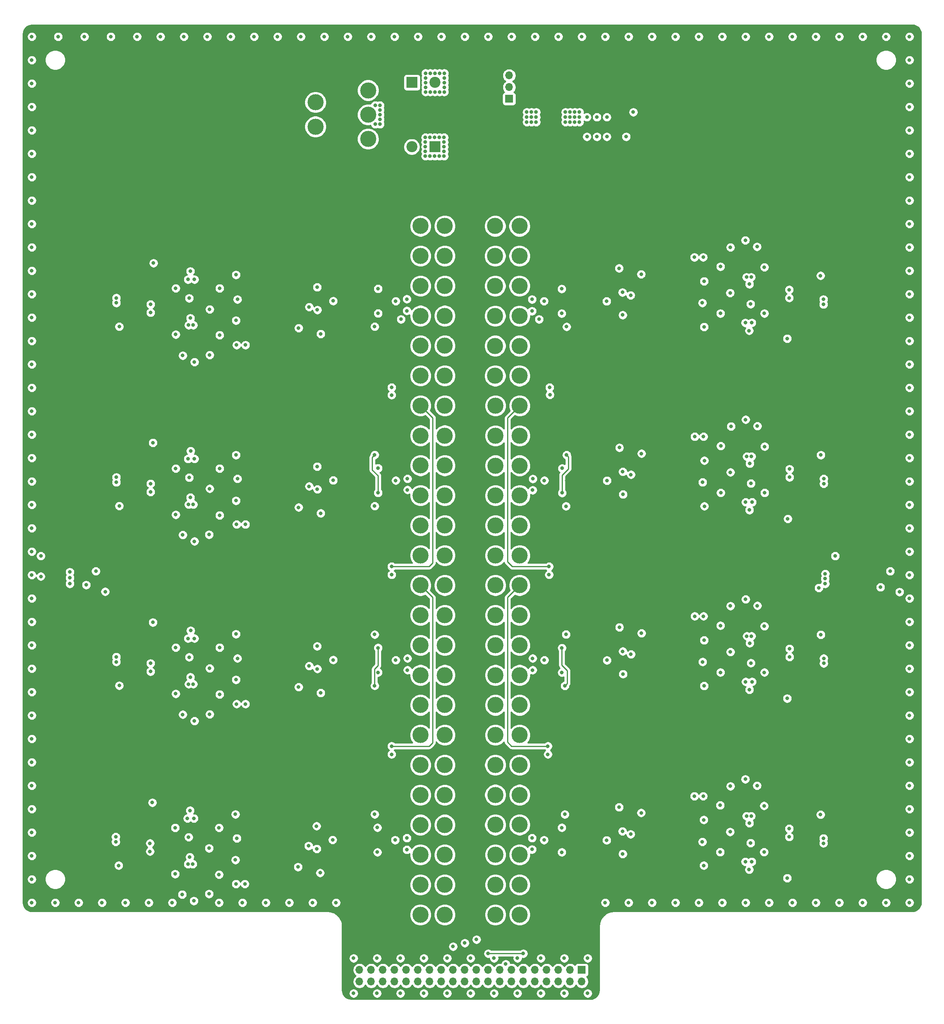
<source format=gbr>
%TF.GenerationSoftware,KiCad,Pcbnew,5.1.12-84ad8e8a86~92~ubuntu20.04.1*%
%TF.CreationDate,2022-01-25T12:25:36-05:00*%
%TF.ProjectId,emg-filter,656d672d-6669-46c7-9465-722e6b696361,rev?*%
%TF.SameCoordinates,Original*%
%TF.FileFunction,Copper,L2,Inr*%
%TF.FilePolarity,Positive*%
%FSLAX46Y46*%
G04 Gerber Fmt 4.6, Leading zero omitted, Abs format (unit mm)*
G04 Created by KiCad (PCBNEW 5.1.12-84ad8e8a86~92~ubuntu20.04.1) date 2022-01-25 12:25:36*
%MOMM*%
%LPD*%
G01*
G04 APERTURE LIST*
%TA.AperFunction,ComponentPad*%
%ADD10C,3.500000*%
%TD*%
%TA.AperFunction,ComponentPad*%
%ADD11O,1.700000X1.700000*%
%TD*%
%TA.AperFunction,ComponentPad*%
%ADD12R,1.700000X1.700000*%
%TD*%
%TA.AperFunction,ComponentPad*%
%ADD13C,2.400000*%
%TD*%
%TA.AperFunction,ComponentPad*%
%ADD14R,2.400000X2.400000*%
%TD*%
%TA.AperFunction,ViaPad*%
%ADD15C,0.800000*%
%TD*%
%TA.AperFunction,Conductor*%
%ADD16C,0.250000*%
%TD*%
%TA.AperFunction,Conductor*%
%ADD17C,0.254000*%
%TD*%
%TA.AperFunction,Conductor*%
%ADD18C,0.100000*%
%TD*%
G04 APERTURE END LIST*
D10*
%TO.N,-VINA_3*%
%TO.C,J20*%
X99609220Y-97358340D03*
%TO.N,AGND*%
X104884220Y-97358340D03*
%TD*%
%TO.N,AGND*%
%TO.C,J8*%
X104884220Y-58369340D03*
%TO.N,-VINA_1*%
X99609220Y-58369340D03*
%TD*%
D11*
%TO.N,Net-(R4-Pad2)*%
%TO.C,RV1*%
X118841520Y6812280D03*
%TO.N,AGND*%
X118841520Y4272280D03*
D12*
X118841520Y1732280D03*
%TD*%
D10*
%TO.N,-VINA_9*%
%TO.C,J51*%
X121116780Y-142836760D03*
%TO.N,AGND*%
X115841780Y-142836760D03*
%TD*%
%TO.N,-VINB_8*%
%TO.C,J50*%
X99588900Y-142849460D03*
%TO.N,AGND*%
X104863900Y-142849460D03*
%TD*%
%TO.N,REFA_9*%
%TO.C,J49*%
X121116780Y-149336760D03*
%TO.N,AGND*%
X115841780Y-149336760D03*
%TD*%
%TO.N,AGND*%
%TO.C,J48*%
X104863900Y-149349460D03*
%TO.N,REFB_8*%
X99588900Y-149349460D03*
%TD*%
%TO.N,+VINA_9*%
%TO.C,J47*%
X121116780Y-155836760D03*
%TO.N,AGND*%
X115841780Y-155836760D03*
%TD*%
%TO.N,+VINB_8*%
%TO.C,J46*%
X99588900Y-155849460D03*
%TO.N,AGND*%
X104863900Y-155849460D03*
%TD*%
%TO.N,-VINB_10*%
%TO.C,J45*%
X121119320Y-175336480D03*
%TO.N,AGND*%
X115844320Y-175336480D03*
%TD*%
%TO.N,-VINA_7*%
%TO.C,J44*%
X99591440Y-175349180D03*
%TO.N,AGND*%
X104866440Y-175349180D03*
%TD*%
%TO.N,REFB_10*%
%TO.C,J43*%
X121119320Y-168836480D03*
%TO.N,AGND*%
X115844320Y-168836480D03*
%TD*%
%TO.N,REFA_7*%
%TO.C,J42*%
X99591440Y-168849180D03*
%TO.N,AGND*%
X104866440Y-168849180D03*
%TD*%
%TO.N,+VINB_10*%
%TO.C,J41*%
X121119320Y-162336480D03*
%TO.N,AGND*%
X115844320Y-162336480D03*
%TD*%
%TO.N,+VINA_7*%
%TO.C,J40*%
X99591440Y-162349180D03*
%TO.N,AGND*%
X104866440Y-162349180D03*
%TD*%
%TO.N,-VINA_11*%
%TO.C,J39*%
X121129480Y-103847760D03*
%TO.N,AGND*%
X115854480Y-103847760D03*
%TD*%
%TO.N,AGND*%
%TO.C,J38*%
X104881680Y-103847620D03*
%TO.N,-VINB_6*%
X99606680Y-103847620D03*
%TD*%
%TO.N,REFA_11*%
%TO.C,J37*%
X121129480Y-110347760D03*
%TO.N,AGND*%
X115854480Y-110347760D03*
%TD*%
%TO.N,AGND*%
%TO.C,J36*%
X104881680Y-110347620D03*
%TO.N,REFB_6*%
X99606680Y-110347620D03*
%TD*%
%TO.N,+VINA_11*%
%TO.C,J35*%
X121129480Y-116847760D03*
%TO.N,AGND*%
X115854480Y-116847760D03*
%TD*%
%TO.N,AGND*%
%TO.C,J34*%
X104881680Y-116847620D03*
%TO.N,+VINB_6*%
X99606680Y-116847620D03*
%TD*%
%TO.N,-VINB_12*%
%TO.C,J33*%
X121132020Y-136347480D03*
%TO.N,AGND*%
X115857020Y-136347480D03*
%TD*%
%TO.N,AGND*%
%TO.C,J32*%
X104884220Y-136347340D03*
%TO.N,-VINA_5*%
X99609220Y-136347340D03*
%TD*%
%TO.N,REFB_12*%
%TO.C,J31*%
X121132020Y-129847480D03*
%TO.N,AGND*%
X115857020Y-129847480D03*
%TD*%
%TO.N,AGND*%
%TO.C,J30*%
X104884220Y-129847340D03*
%TO.N,REFA_5*%
X99609220Y-129847340D03*
%TD*%
%TO.N,+VINB_12*%
%TO.C,J29*%
X121132020Y-123347480D03*
%TO.N,AGND*%
X115857020Y-123347480D03*
%TD*%
%TO.N,AGND*%
%TO.C,J28*%
X104884220Y-123347340D03*
%TO.N,+VINA_5*%
X99609220Y-123347340D03*
%TD*%
%TO.N,AGND*%
%TO.C,J27*%
X115867180Y-64871460D03*
%TO.N,-VINA_13*%
X121142180Y-64871460D03*
%TD*%
%TO.N,AGND*%
%TO.C,J26*%
X104881680Y-64858620D03*
%TO.N,-VINB_4*%
X99606680Y-64858620D03*
%TD*%
%TO.N,REFA_13*%
%TO.C,J25*%
X121142180Y-71371460D03*
%TO.N,AGND*%
X115867180Y-71371460D03*
%TD*%
%TO.N,AGND*%
%TO.C,J24*%
X104881680Y-71358620D03*
%TO.N,REFB_4*%
X99606680Y-71358620D03*
%TD*%
%TO.N,+VINA_13*%
%TO.C,J23*%
X121142180Y-77871460D03*
%TO.N,AGND*%
X115867180Y-77871460D03*
%TD*%
%TO.N,AGND*%
%TO.C,J22*%
X104881680Y-77858620D03*
%TO.N,+VINB_4*%
X99606680Y-77858620D03*
%TD*%
%TO.N,-VINB_14*%
%TO.C,J21*%
X121144720Y-97371180D03*
%TO.N,AGND*%
X115869720Y-97371180D03*
%TD*%
%TO.N,REFB_14*%
%TO.C,J19*%
X121144720Y-90871180D03*
%TO.N,AGND*%
X115869720Y-90871180D03*
%TD*%
%TO.N,AGND*%
%TO.C,J18*%
X104884220Y-90858340D03*
%TO.N,REFA_3*%
X99609220Y-90858340D03*
%TD*%
%TO.N,+VINB_14*%
%TO.C,J17*%
X121144720Y-84371180D03*
%TO.N,AGND*%
X115869720Y-84371180D03*
%TD*%
%TO.N,AGND*%
%TO.C,J16*%
X104884220Y-84358340D03*
%TO.N,+VINA_3*%
X99609220Y-84358340D03*
%TD*%
%TO.N,-VINA_15*%
%TO.C,J15*%
X121091380Y-25882460D03*
%TO.N,AGND*%
X115816380Y-25882460D03*
%TD*%
%TO.N,-VINB_2*%
%TO.C,J14*%
X99606680Y-25869620D03*
%TO.N,AGND*%
X104881680Y-25869620D03*
%TD*%
%TO.N,REFA_15*%
%TO.C,J13*%
X121091380Y-32382460D03*
%TO.N,AGND*%
X115816380Y-32382460D03*
%TD*%
%TO.N,REFB_2*%
%TO.C,J12*%
X99606680Y-32369620D03*
%TO.N,AGND*%
X104881680Y-32369620D03*
%TD*%
%TO.N,+VINA_15*%
%TO.C,J11*%
X121091380Y-38882460D03*
%TO.N,AGND*%
X115816380Y-38882460D03*
%TD*%
%TO.N,+VINB_2*%
%TO.C,J10*%
X99606680Y-38869620D03*
%TO.N,AGND*%
X104881680Y-38869620D03*
%TD*%
%TO.N,-VINB_16*%
%TO.C,J9*%
X121093920Y-58382180D03*
%TO.N,AGND*%
X115818920Y-58382180D03*
%TD*%
%TO.N,REFB_16*%
%TO.C,J7*%
X121093920Y-51882180D03*
%TO.N,AGND*%
X115818920Y-51882180D03*
%TD*%
%TO.N,REFA_1*%
%TO.C,J6*%
X99609220Y-51869340D03*
%TO.N,AGND*%
X104884220Y-51869340D03*
%TD*%
%TO.N,+VINB_16*%
%TO.C,J5*%
X121093920Y-45382180D03*
%TO.N,AGND*%
X115818920Y-45382180D03*
%TD*%
%TO.N,+VINA_1*%
%TO.C,J4*%
X99609220Y-45369340D03*
%TO.N,AGND*%
X104884220Y-45369340D03*
%TD*%
D11*
%TO.N,Net-(J3-Pad40)*%
%TO.C,J3*%
X86360000Y-189865000D03*
%TO.N,Net-(J3-Pad39)*%
X86360000Y-187325000D03*
%TO.N,Net-(J3-Pad38)*%
X88900000Y-189865000D03*
%TO.N,Net-(J3-Pad37)*%
X88900000Y-187325000D03*
%TO.N,Net-(J3-Pad36)*%
X91440000Y-189865000D03*
%TO.N,Net-(J3-Pad35)*%
X91440000Y-187325000D03*
%TO.N,Net-(J3-Pad34)*%
X93980000Y-189865000D03*
%TO.N,Net-(J3-Pad33)*%
X93980000Y-187325000D03*
%TO.N,Net-(J3-Pad32)*%
X96520000Y-189865000D03*
%TO.N,Net-(J3-Pad31)*%
X96520000Y-187325000D03*
%TO.N,Net-(J3-Pad30)*%
X99060000Y-189865000D03*
%TO.N,Net-(J3-Pad29)*%
X99060000Y-187325000D03*
%TO.N,Net-(J3-Pad28)*%
X101600000Y-189865000D03*
%TO.N,Net-(J3-Pad27)*%
X101600000Y-187325000D03*
%TO.N,Net-(J3-Pad26)*%
X104140000Y-189865000D03*
%TO.N,AGND*%
X104140000Y-187325000D03*
%TO.N,Net-(J3-Pad24)*%
X106680000Y-189865000D03*
%TO.N,SCLK_CLK_PI*%
X106680000Y-187325000D03*
%TO.N,Net-(J3-Pad22)*%
X109220000Y-189865000D03*
%TO.N,DOUT_MISO_PI*%
X109220000Y-187325000D03*
%TO.N,Net-(J3-Pad20)*%
X111760000Y-189865000D03*
%TO.N,DIN_MOSI_PI*%
X111760000Y-187325000D03*
%TO.N,Net-(J3-Pad18)*%
X114300000Y-189865000D03*
%TO.N,+3V3*%
X114300000Y-187325000D03*
%TO.N,Net-(J3-Pad16)*%
X116840000Y-189865000D03*
%TO.N,!CS_1_PI*%
X116840000Y-187325000D03*
%TO.N,Net-(J3-Pad14)*%
X119380000Y-189865000D03*
%TO.N,!CS_2_PI*%
X119380000Y-187325000D03*
%TO.N,Net-(J3-Pad12)*%
X121920000Y-189865000D03*
%TO.N,Net-(J3-Pad11)*%
X121920000Y-187325000D03*
%TO.N,Net-(J3-Pad10)*%
X124460000Y-189865000D03*
%TO.N,Net-(J3-Pad9)*%
X124460000Y-187325000D03*
%TO.N,Net-(J3-Pad8)*%
X127000000Y-189865000D03*
%TO.N,Net-(J3-Pad7)*%
X127000000Y-187325000D03*
%TO.N,Net-(J3-Pad6)*%
X129540000Y-189865000D03*
%TO.N,Net-(J3-Pad5)*%
X129540000Y-187325000D03*
%TO.N,Net-(J3-Pad4)*%
X132080000Y-189865000D03*
%TO.N,Net-(J3-Pad3)*%
X132080000Y-187325000D03*
%TO.N,Net-(J3-Pad2)*%
X134620000Y-189865000D03*
D12*
%TO.N,Net-(J3-Pad1)*%
X134620000Y-187325000D03*
%TD*%
D10*
%TO.N,GNDREF*%
%TO.C,J2*%
X88234520Y-6971720D03*
%TO.N,AGND*%
X88234520Y-1696720D03*
%TO.N,+24V*%
X88234520Y3578280D03*
%TD*%
%TO.N,GNDREF*%
%TO.C,J1*%
X76804520Y-4304720D03*
%TO.N,+24V*%
X76804520Y970280D03*
%TD*%
D13*
%TO.N,GNDREF*%
%TO.C,C53*%
X97712520Y-8681720D03*
D14*
%TO.N,AGND*%
X102712520Y-8681720D03*
%TD*%
D13*
%TO.N,AGND*%
%TO.C,C52*%
X102759520Y5288280D03*
D14*
%TO.N,+24V*%
X97759520Y5288280D03*
%TD*%
D15*
%TO.N,AGND*%
X134112000Y-1143000D03*
X134112000Y-3302000D03*
X135732520Y-2240280D03*
X137891520Y-2240280D03*
X140050520Y-2240280D03*
X145796000Y-1143000D03*
X118110000Y-186055000D03*
X102743000Y3238500D03*
X103759000Y3238500D03*
X104775000Y3238500D03*
X104775000Y4254500D03*
X104775000Y5270500D03*
X104775000Y6286500D03*
X104775000Y7302500D03*
X103759000Y7302500D03*
X102743000Y7302500D03*
X101727000Y7302500D03*
X100711000Y7302500D03*
X100711000Y6286500D03*
X100711000Y5270500D03*
X100711000Y4254500D03*
X101727000Y3238500D03*
X100711000Y3238500D03*
X104736900Y-8674100D03*
X101688900Y-10706100D03*
X102704900Y-6642100D03*
X104736900Y-10706100D03*
X102704900Y-10706100D03*
X100672900Y-10706100D03*
X101688900Y-6642100D03*
X100672900Y-9690100D03*
X100672900Y-7658100D03*
X104736900Y-6642100D03*
X104736900Y-9690100D03*
X104736900Y-7658100D03*
X103720900Y-10706100D03*
X100672900Y-8674100D03*
X100672900Y-6642100D03*
X103720900Y-6642100D03*
X90805000Y-1714500D03*
X90805000Y-3746500D03*
X90805000Y317500D03*
X90805000Y-2730500D03*
X90805000Y-698500D03*
X89789000Y-3746500D03*
X89789000Y317500D03*
X134112000Y-2240280D03*
X133096000Y-2240280D03*
X132080000Y-2240280D03*
X131064000Y-2240280D03*
X133096000Y-1143000D03*
X132080000Y-1143000D03*
X131064000Y-1143000D03*
X131064000Y-3302000D03*
X132080000Y-3302000D03*
X133096000Y-3302000D03*
X122682000Y-3302000D03*
X123698000Y-2240280D03*
X122682000Y-2240280D03*
X123698000Y-3302000D03*
X123698000Y-1143000D03*
X124714000Y-3302000D03*
X122682000Y-1143000D03*
X124714000Y-2240280D03*
X124714000Y-1143000D03*
X33591500Y-41465500D03*
X33591500Y-42545000D03*
X34226500Y-47688500D03*
X41021000Y-42862500D03*
X49657000Y-45847000D03*
X49276000Y-47371000D03*
X50292000Y-47371000D03*
X49657000Y-35687000D03*
X50546000Y-37465000D03*
X49149000Y-37465000D03*
X53848000Y-43942000D03*
X48006000Y-53975000D03*
X73152000Y-48006000D03*
X75438000Y-43434000D03*
X77952600Y-49288700D03*
X61607700Y-51689000D03*
X80657700Y-42125900D03*
X77165200Y-39141400D03*
X80657700Y-81051400D03*
X48006000Y-92900500D03*
X53848000Y-82867500D03*
X49720500Y-74676000D03*
X50546000Y-76390500D03*
X49149000Y-76390500D03*
X34226500Y-86614000D03*
X41021000Y-81788000D03*
X33591500Y-80391000D03*
X33591500Y-81470500D03*
X73152000Y-86931500D03*
X61607700Y-90614500D03*
X77952600Y-88214200D03*
X75438000Y-82359500D03*
X77165200Y-78066900D03*
X49657000Y-84772500D03*
X49276000Y-86296500D03*
X50292000Y-86296500D03*
X49720500Y-113665000D03*
X49276000Y-125285500D03*
X75438000Y-121348500D03*
X53848000Y-121856500D03*
X77952600Y-127203200D03*
X80657700Y-120040400D03*
X48006000Y-131889500D03*
X41021000Y-120777000D03*
X77165200Y-117055900D03*
X73152000Y-125920500D03*
X61607700Y-129603500D03*
X34226500Y-125603000D03*
X33591500Y-120459500D03*
X49149000Y-115379500D03*
X50546000Y-115379500D03*
X50292000Y-125285500D03*
X49657000Y-123761500D03*
X33591500Y-119380000D03*
X49593500Y-152717500D03*
X49149000Y-164338000D03*
X75311000Y-160401000D03*
X53721000Y-160909000D03*
X77825600Y-166255700D03*
X80530700Y-159092900D03*
X47879000Y-170942000D03*
X40894000Y-159829500D03*
X77038200Y-156108400D03*
X73025000Y-164973000D03*
X61480700Y-168656000D03*
X34099500Y-164655500D03*
X33464500Y-159512000D03*
X49022000Y-154432000D03*
X50419000Y-154432000D03*
X50165000Y-164338000D03*
X49530000Y-162814000D03*
X33464500Y-158432500D03*
X170942000Y-48577500D03*
X171386500Y-36957000D03*
X145224500Y-40894000D03*
X166814500Y-40386000D03*
X142709900Y-35039300D03*
X140004800Y-42202100D03*
X172656500Y-30353000D03*
X179641500Y-41465500D03*
X143497300Y-45186600D03*
X147510500Y-36322000D03*
X159054800Y-32639000D03*
X186436000Y-36639500D03*
X187071000Y-41783000D03*
X171513500Y-46863000D03*
X170116500Y-46863000D03*
X170370500Y-36957000D03*
X171005500Y-38481000D03*
X187071000Y-42862500D03*
X171005500Y-87503000D03*
X171450000Y-75882500D03*
X145288000Y-79819500D03*
X166878000Y-79311500D03*
X142773400Y-73964800D03*
X140068300Y-81127600D03*
X172720000Y-69278500D03*
X179705000Y-80391000D03*
X143560800Y-84112100D03*
X147574000Y-75247500D03*
X159118300Y-71564500D03*
X186499500Y-75565000D03*
X187134500Y-80708500D03*
X171577000Y-85788500D03*
X170180000Y-85788500D03*
X170434000Y-75882500D03*
X171069000Y-77406500D03*
X187134500Y-81788000D03*
X171005500Y-126492000D03*
X171450000Y-114871500D03*
X145288000Y-118808500D03*
X166878000Y-118300500D03*
X142773400Y-112953800D03*
X140068300Y-120116600D03*
X172720000Y-108267500D03*
X179705000Y-119380000D03*
X143560800Y-123101100D03*
X147574000Y-114236500D03*
X159118300Y-110553500D03*
X186499500Y-114554000D03*
X187134500Y-119697500D03*
X171577000Y-124777500D03*
X170180000Y-124777500D03*
X170434000Y-114871500D03*
X171069000Y-116395500D03*
X187134500Y-120777000D03*
X170942000Y-165544500D03*
X171386500Y-153924000D03*
X145224500Y-157861000D03*
X166814500Y-157353000D03*
X142709900Y-152006300D03*
X140004800Y-159169100D03*
X172656500Y-147320000D03*
X179641500Y-158432500D03*
X143497300Y-162153600D03*
X147510500Y-153225500D03*
X159054800Y-149606000D03*
X186436000Y-153606500D03*
X187071000Y-158750000D03*
X171513500Y-163830000D03*
X170116500Y-163830000D03*
X170370500Y-153924000D03*
X171005500Y-155448000D03*
X187071000Y-159829500D03*
X17208500Y-97472500D03*
X29146500Y-100774506D03*
X31178500Y-105219500D03*
X203581000Y-105283000D03*
X201549000Y-100774500D03*
X189611000Y-97472500D03*
X95377000Y-46101000D03*
X125349000Y-46101000D03*
X46482000Y-39370000D03*
X46482000Y-49403000D03*
X56007000Y-39370000D03*
X56007000Y-49530000D03*
X59563000Y-36449000D03*
X59563000Y-46355000D03*
X56007000Y-78486000D03*
X59563000Y-85471000D03*
X59563000Y-75565000D03*
X46482000Y-78486000D03*
X56007000Y-88646000D03*
X46482000Y-88519000D03*
X56007000Y-117348000D03*
X59563000Y-124333000D03*
X59563000Y-114427000D03*
X46482000Y-117348000D03*
X56007000Y-127508000D03*
X46482000Y-127381000D03*
X55880000Y-156464000D03*
X59436000Y-163449000D03*
X59436000Y-153543000D03*
X46355000Y-156464000D03*
X55880000Y-166624000D03*
X46355000Y-166497000D03*
X164655500Y-161734500D03*
X161099500Y-154749500D03*
X161099500Y-164655500D03*
X174180500Y-161734500D03*
X164655500Y-151574500D03*
X174180500Y-151701500D03*
X174244000Y-122745500D03*
X161163000Y-115760500D03*
X164719000Y-122745500D03*
X174244000Y-112712500D03*
X164719000Y-112585500D03*
X161163000Y-125666500D03*
X164782500Y-83756500D03*
X161226500Y-76771500D03*
X161226500Y-86677500D03*
X174307500Y-83756500D03*
X164782500Y-73596500D03*
X174307500Y-73723500D03*
X164719000Y-44831000D03*
X161163000Y-37846000D03*
X161163000Y-47752000D03*
X174244000Y-44831000D03*
X164719000Y-34671000D03*
X174244000Y-34798000D03*
X20320000Y-172720000D03*
X25400000Y-172720000D03*
X30480000Y-172720000D03*
X35560000Y-172720000D03*
X40640000Y-172720000D03*
X45720000Y-172720000D03*
X66040000Y-172720000D03*
X71120000Y-172720000D03*
X60960000Y-172720000D03*
X81280000Y-172720000D03*
X76200000Y-172720000D03*
X55880000Y-172720000D03*
X53848000Y-131826000D03*
X53721000Y-92837000D03*
X53721000Y-170815000D03*
X53848000Y-53848000D03*
X179197000Y-50292000D03*
X179324000Y-89408000D03*
X179197000Y-128397000D03*
X179197000Y-167386000D03*
X41402000Y-151003000D03*
X41529000Y-111887000D03*
X41529000Y-72898000D03*
X41656000Y-33909000D03*
X166878000Y-30480000D03*
X167005000Y-69342000D03*
X166878000Y-108331000D03*
X166878000Y-147447000D03*
X165100000Y-172720000D03*
X190500000Y-172720000D03*
X144780000Y-172720000D03*
X160020000Y-172720000D03*
X185420000Y-172720000D03*
X205740000Y-172720000D03*
X195580000Y-172720000D03*
X139700000Y-172720000D03*
X154940000Y-172720000D03*
X175260000Y-172720000D03*
X149860000Y-172720000D03*
X180340000Y-172720000D03*
X200660000Y-172720000D03*
X170180000Y-172720000D03*
X85090000Y-192405000D03*
X105410000Y-192405000D03*
X90170000Y-192405000D03*
X110490000Y-192405000D03*
X95250000Y-192405000D03*
X100330000Y-192405000D03*
X130810000Y-192405000D03*
X125730000Y-192405000D03*
X115570000Y-192405000D03*
X135890000Y-192405000D03*
X120650000Y-192405000D03*
X135890000Y-184785000D03*
X100330000Y-184785000D03*
X95250000Y-184785000D03*
X125730000Y-184785000D03*
X130810000Y-184785000D03*
X120650000Y-184785000D03*
X115570000Y-184785000D03*
X110490000Y-184785000D03*
X85090000Y-184785000D03*
X105410000Y-184785000D03*
X90170000Y-184785000D03*
X205740000Y-162560000D03*
X205740000Y-101600000D03*
X205740000Y-116840000D03*
X205740000Y-121920000D03*
X205740000Y-132080000D03*
X205740000Y-142240000D03*
X205740000Y-111760000D03*
X205740000Y-127000000D03*
X205740000Y-106680000D03*
X205740000Y-147320000D03*
X205740000Y-167640000D03*
X205740000Y-137160000D03*
X205740000Y-157480000D03*
X205740000Y-152400000D03*
X205740000Y-76200000D03*
X205740000Y-81280000D03*
X205740000Y-35560000D03*
X205740000Y-55880000D03*
X205740000Y-96520000D03*
X205740000Y-45720000D03*
X205740000Y-40640000D03*
X205740000Y-60960000D03*
X205740000Y-71120000D03*
X205740000Y-86360000D03*
X205740000Y-66040000D03*
X205740000Y-30480000D03*
X205740000Y-50800000D03*
X205740000Y-91440000D03*
X205740000Y-10160000D03*
X205740000Y5080000D03*
X205740000Y0D03*
X205740000Y-15240000D03*
X205740000Y-5080000D03*
X205740000Y10160000D03*
X205740000Y-25400000D03*
X205740000Y-20320000D03*
X15240000Y-81280000D03*
X15240000Y-55880000D03*
X15240000Y-147320000D03*
X15240000Y-30480000D03*
X15240000Y-172720000D03*
X15240000Y-152400000D03*
X15240000Y-106680000D03*
X15240000Y-66040000D03*
X15240000Y-71120000D03*
X15240000Y-127000000D03*
X15240000Y-167640000D03*
X15240000Y-15240000D03*
X15240000Y-45720000D03*
X15240000Y-5080000D03*
X15240000Y-40640000D03*
X15240000Y-116840000D03*
X15240000Y-111760000D03*
X15240000Y-25400000D03*
X15240000Y-86360000D03*
X15240000Y-132080000D03*
X15240000Y5080000D03*
X15240000Y-76200000D03*
X15240000Y-142240000D03*
X15240000Y-157480000D03*
X15240000Y-137160000D03*
X15240000Y-60960000D03*
X15240000Y-101600000D03*
X15240000Y-96520000D03*
X15240000Y-10160000D03*
X15240000Y10160000D03*
X15240000Y-50800000D03*
X15240000Y-91440000D03*
X15240000Y15240000D03*
X15240000Y0D03*
X15240000Y-20320000D03*
X15240000Y-121920000D03*
X15240000Y-162560000D03*
X15240000Y-35560000D03*
X144780000Y15240000D03*
X205740000Y15240000D03*
X190500000Y15240000D03*
X185420000Y15240000D03*
X175260000Y15240000D03*
X165100000Y15240000D03*
X195580000Y15240000D03*
X180340000Y15240000D03*
X200660000Y15240000D03*
X160020000Y15240000D03*
X139700000Y15240000D03*
X170180000Y15240000D03*
X149860000Y15240000D03*
X154940000Y15240000D03*
X129540000Y15240000D03*
X93980000Y15240000D03*
X99060000Y15240000D03*
X124460000Y15240000D03*
X88900000Y15240000D03*
X83820000Y15240000D03*
X68580000Y15240000D03*
X104140000Y15240000D03*
X78740000Y15240000D03*
X109220000Y15240000D03*
X134620000Y15240000D03*
X119380000Y15240000D03*
X114300000Y15240000D03*
X73660000Y15240000D03*
X53340000Y15240000D03*
X32385000Y15240000D03*
X26670000Y15240000D03*
X63500000Y15240000D03*
X58420000Y15240000D03*
X38100000Y15240000D03*
X20955000Y15240000D03*
X48260000Y15240000D03*
X43180000Y15240000D03*
%TO.N,-5V*%
X50546000Y-55372000D03*
X59690000Y-51689000D03*
X135732520Y-6477000D03*
X137891520Y-6477000D03*
X140050520Y-6477000D03*
X144241520Y-6477000D03*
X41021000Y-44640500D03*
X49403000Y-41529000D03*
X59880500Y-41783000D03*
X77216000Y-44069010D03*
X94234000Y-42164000D03*
X41021000Y-83566000D03*
X50546000Y-94297500D03*
X94234000Y-81089500D03*
X77216000Y-82994510D03*
X49403000Y-80454500D03*
X59690000Y-90614500D03*
X59880500Y-80708500D03*
X94234000Y-120078500D03*
X59690000Y-129603500D03*
X59880500Y-119697500D03*
X41021000Y-122555000D03*
X77216000Y-121983510D03*
X49403000Y-119443500D03*
X50546000Y-133286500D03*
X94107000Y-159131000D03*
X59563000Y-168656000D03*
X59753500Y-158750000D03*
X40894000Y-161607500D03*
X77089000Y-161036010D03*
X49276000Y-158496000D03*
X50419000Y-172339000D03*
X126428500Y-42164000D03*
X160972500Y-32639000D03*
X160782000Y-42545000D03*
X179641500Y-39687500D03*
X143446500Y-40258990D03*
X171259500Y-42799000D03*
X170116500Y-28956000D03*
X126492000Y-81089500D03*
X161036000Y-71564500D03*
X160845500Y-81470500D03*
X179705000Y-78613000D03*
X143510000Y-79184490D03*
X171323000Y-81724500D03*
X170180000Y-67881500D03*
X126492000Y-120078500D03*
X161036000Y-110553500D03*
X160845500Y-120459500D03*
X179705000Y-117602000D03*
X143510000Y-118173490D03*
X171323000Y-120713500D03*
X170180000Y-106870500D03*
X126428500Y-159131000D03*
X160972500Y-149606000D03*
X160782000Y-159512000D03*
X179641500Y-156654500D03*
X143446500Y-157225990D03*
X171259500Y-159766000D03*
X170116500Y-145923000D03*
%TO.N,+3V3*%
X114300000Y-183769000D03*
X17205954Y-101917500D03*
X186055000Y-104394000D03*
X121920000Y-183769000D03*
%TO.N,!CS_1_PI*%
X27051000Y-103759000D03*
%TO.N,!CS_2_PI*%
X199454776Y-104257534D03*
%TO.N,DIN_MOSI_PI*%
X23495000Y-100965000D03*
X187451993Y-101346007D03*
X111760000Y-180721000D03*
%TO.N,DOUT_MISO_PI*%
X23495000Y-102235000D03*
X187436680Y-102399500D03*
X109220002Y-181483000D03*
%TO.N,SCLK_CLK_PI*%
X23495000Y-103505000D03*
X187452000Y-103505000D03*
X106680000Y-182245000D03*
%TO.N,+5V*%
X203581000Y-100774500D03*
X31178500Y-100774500D03*
X52324000Y-34671000D03*
X137891520Y2032000D03*
X142209520Y2032000D03*
X135732520Y2032000D03*
X140050520Y2032000D03*
X89343300Y-42146220D03*
X87850980Y-40622200D03*
X87850982Y-43670220D03*
X45930263Y-45574280D03*
X45655300Y-44124269D03*
X45909300Y-33953780D03*
X45909300Y-35795280D03*
X131341860Y-120103140D03*
X132834180Y-121627160D03*
X132834178Y-118579140D03*
X174754897Y-116675080D03*
X175029860Y-118125091D03*
X174775860Y-128295580D03*
X174775860Y-126454080D03*
X131393660Y-81119540D03*
X132885980Y-82643560D03*
X132885978Y-79595540D03*
X174806697Y-77691480D03*
X175081660Y-79141491D03*
X174827660Y-89311980D03*
X174827660Y-87470480D03*
X131307300Y-42165020D03*
X132799620Y-43689040D03*
X132799618Y-40641020D03*
X174720337Y-38736960D03*
X174995300Y-40186971D03*
X174741300Y-50357460D03*
X174741300Y-48515960D03*
X89350300Y-81087780D03*
X87857980Y-79563760D03*
X87857982Y-82611780D03*
X45937263Y-84515840D03*
X45662300Y-83065829D03*
X45916300Y-72895340D03*
X45916300Y-74736840D03*
X89344500Y-120079440D03*
X87852180Y-118555420D03*
X87852182Y-121603440D03*
X45931463Y-123507500D03*
X45656500Y-122057489D03*
X45910500Y-111887000D03*
X45910500Y-113728500D03*
X89203800Y-159105280D03*
X87711480Y-157581260D03*
X87711482Y-160629280D03*
X45790763Y-162533340D03*
X45515800Y-161083329D03*
X45769800Y-150912840D03*
X45769800Y-152754340D03*
X131324900Y-159116400D03*
X132817220Y-160640420D03*
X132817218Y-157592400D03*
X174737937Y-155688340D03*
X175012900Y-157138351D03*
X174758900Y-167308840D03*
X174758900Y-165467340D03*
X36576000Y-40043100D03*
X50975216Y-46022220D03*
X56222900Y-37211000D03*
X71958200Y-43726100D03*
X56222900Y-76136500D03*
X50975216Y-84947720D03*
X52324000Y-73596500D03*
X71958200Y-82651600D03*
X36576000Y-78968600D03*
X36576000Y-117957600D03*
X56222900Y-115125500D03*
X50975216Y-123936720D03*
X71958200Y-121640600D03*
X52324000Y-112585500D03*
X36449000Y-157010100D03*
X56095900Y-154178000D03*
X50848216Y-162989220D03*
X71831200Y-160693100D03*
X52197000Y-151638000D03*
X184086500Y-44284900D03*
X164439600Y-47117000D03*
X169687284Y-38305780D03*
X148704300Y-40601900D03*
X168338500Y-49657000D03*
X184150000Y-83210400D03*
X164503100Y-86042500D03*
X169750784Y-77231280D03*
X148767800Y-79527400D03*
X168402000Y-88582500D03*
X164503100Y-125031500D03*
X169750784Y-116220280D03*
X148767800Y-118516400D03*
X168402000Y-127571500D03*
X184086500Y-161251900D03*
X164439600Y-164084000D03*
X169687284Y-155272780D03*
X148704300Y-157568900D03*
X168338500Y-166624000D03*
X184111896Y-122199400D03*
%TO.N,REFA_1*%
X90390980Y-44813220D03*
%TO.N,REFB_16*%
X130259620Y-44832020D03*
%TO.N,+VINB_2*%
X96647000Y-44259500D03*
X96647000Y-41719496D03*
%TO.N,+VINA_15*%
X123825000Y-44323000D03*
X123825000Y-41782996D03*
%TO.N,REFB_2*%
X90390980Y-39479220D03*
X89662000Y-47706230D03*
%TO.N,REFA_15*%
X130259620Y-39498020D03*
X131318000Y-47725030D03*
%TO.N,-VINB_2*%
X93345000Y-60896500D03*
%TO.N,-VINA_15*%
X127635000Y-60896500D03*
%TO.N,+VINA_3*%
X93345000Y-62547500D03*
%TO.N,+VINB_14*%
X127698500Y-62484000D03*
%TO.N,REFA_3*%
X90397980Y-83754780D03*
X89662000Y-75527770D03*
%TO.N,REFB_14*%
X130345980Y-83786540D03*
X131318000Y-75559530D03*
%TO.N,+VINB_4*%
X96774000Y-83121500D03*
X96774000Y-80708512D03*
%TO.N,+VINA_13*%
X123952000Y-83185000D03*
X123984795Y-80739213D03*
%TO.N,REFB_4*%
X90397980Y-78420780D03*
X89662000Y-86647790D03*
%TO.N,REFA_13*%
X130345980Y-78452540D03*
X131191000Y-86679550D03*
%TO.N,-VINB_4*%
X93345000Y-99758500D03*
%TO.N,-VINA_13*%
X127508000Y-99758500D03*
%TO.N,+VINA_5*%
X93345000Y-101536500D03*
%TO.N,+VINB_12*%
X127508000Y-101536500D03*
%TO.N,REFA_5*%
X90392180Y-122746440D03*
X89662000Y-114519430D03*
%TO.N,REFB_12*%
X130294180Y-122770140D03*
X131191000Y-114490500D03*
%TO.N,+VINB_6*%
X96774000Y-122237500D03*
X96774000Y-119697502D03*
%TO.N,+VINA_11*%
X123952000Y-122237500D03*
X123952000Y-119697502D03*
%TO.N,REFB_6*%
X90392180Y-117412440D03*
X89662000Y-125639450D03*
%TO.N,REFA_11*%
X130294180Y-117436140D03*
X130937000Y-125663150D03*
%TO.N,-VINB_6*%
X93345000Y-138747500D03*
%TO.N,-VINA_11*%
X127254000Y-138747500D03*
%TO.N,+VINA_7*%
X93345000Y-140525500D03*
%TO.N,+VINB_10*%
X127254000Y-140525500D03*
%TO.N,REFA_7*%
X90251480Y-161772280D03*
X89662000Y-153543000D03*
%TO.N,REFB_10*%
X130277220Y-161783400D03*
X130937000Y-153556390D03*
%TO.N,+VINB_8*%
X96647000Y-161226500D03*
X96647000Y-158686498D03*
%TO.N,+VINA_9*%
X123825000Y-161163000D03*
X123825000Y-158686496D03*
%TO.N,REFB_8*%
X90251480Y-156438280D03*
%TO.N,REFA_9*%
X130277220Y-156449400D03*
%TD*%
D16*
%TO.N,+3V3*%
X121920000Y-183769000D02*
X114300000Y-183769000D01*
%TO.N,REFA_3*%
X89662000Y-75527770D02*
X89154000Y-76035770D01*
X89154000Y-76035770D02*
X89154000Y-78803500D01*
X90397980Y-80047480D02*
X90397980Y-83754780D01*
X89154000Y-78803500D02*
X90397980Y-80047480D01*
%TO.N,REFB_14*%
X131699000Y-75940530D02*
X131318000Y-75559530D01*
X131699000Y-78549500D02*
X131699000Y-75940530D01*
X130345980Y-79902520D02*
X131699000Y-78549500D01*
X130345980Y-83786540D02*
X130345980Y-79902520D01*
%TO.N,-VINB_4*%
X101473000Y-99758500D02*
X93345000Y-99758500D01*
X102235000Y-98996500D02*
X101473000Y-99758500D01*
X102235000Y-67486940D02*
X102235000Y-98996500D01*
X99606680Y-64858620D02*
X102235000Y-67486940D01*
%TO.N,-VINA_13*%
X121142180Y-64871460D02*
X118491000Y-67522640D01*
X118491000Y-67522640D02*
X118491000Y-76644500D01*
X118491000Y-76644500D02*
X118491000Y-97788462D01*
X118491000Y-97788462D02*
X118491000Y-98742500D01*
X119507000Y-99758500D02*
X127508000Y-99758500D01*
X118491000Y-98742500D02*
X119507000Y-99758500D01*
%TO.N,REFB_6*%
X90392180Y-121253320D02*
X89662000Y-121983500D01*
X89662000Y-121983500D02*
X89662000Y-125639450D01*
X90392180Y-117412440D02*
X90392180Y-121253320D01*
%TO.N,REFA_11*%
X130294180Y-117436140D02*
X130294180Y-121213680D01*
X130294180Y-121213680D02*
X131445000Y-122364500D01*
X131445000Y-125155150D02*
X130937000Y-125663150D01*
X131445000Y-122364500D02*
X131445000Y-125155150D01*
%TO.N,-VINB_6*%
X94107000Y-138747500D02*
X93345000Y-138747500D01*
X101473000Y-138747500D02*
X94107000Y-138747500D01*
X102235000Y-137985500D02*
X101473000Y-138747500D01*
X102235000Y-106475940D02*
X102235000Y-137985500D01*
X99606680Y-103847620D02*
X102235000Y-106475940D01*
%TO.N,-VINA_11*%
X121129480Y-103847760D02*
X118491000Y-106486240D01*
X118491000Y-106486240D02*
X118491000Y-137858500D01*
X118491000Y-137858500D02*
X119380000Y-138747500D01*
X119380000Y-138747500D02*
X127254000Y-138747500D01*
%TD*%
D17*
%TO.N,+5V*%
X206739668Y17724262D02*
X207090438Y17618367D01*
X207413955Y17446358D01*
X207697904Y17214785D01*
X207931462Y16932474D01*
X208105741Y16610167D01*
X208214836Y16257769D01*
X208255000Y15901424D01*
X208255001Y-172687723D01*
X208216089Y-173084668D01*
X208110193Y-173435439D01*
X207938187Y-173758954D01*
X207706612Y-174042905D01*
X207424303Y-174276461D01*
X207101994Y-174450741D01*
X206749596Y-174559836D01*
X206393206Y-174600005D01*
X141553268Y-174607589D01*
X141525034Y-174610373D01*
X141519822Y-174610337D01*
X141510651Y-174611237D01*
X141019123Y-174662909D01*
X140960528Y-174674938D01*
X140901766Y-174686149D01*
X140892944Y-174688813D01*
X140420815Y-174834973D01*
X140365690Y-174858147D01*
X140310208Y-174880564D01*
X140302072Y-174884891D01*
X139867324Y-175119971D01*
X139817747Y-175153413D01*
X139767678Y-175186178D01*
X139760538Y-175192003D01*
X139379730Y-175507049D01*
X139337617Y-175549459D01*
X139294843Y-175591348D01*
X139288969Y-175598449D01*
X138976606Y-175981460D01*
X138943507Y-176031281D01*
X138909708Y-176080644D01*
X138905329Y-176088746D01*
X138905326Y-176088750D01*
X138905326Y-176088751D01*
X138673306Y-176525139D01*
X138650511Y-176580448D01*
X138626948Y-176635427D01*
X138624223Y-176644230D01*
X138481383Y-177117374D01*
X138469770Y-177176030D01*
X138457329Y-177234567D01*
X138456367Y-177243732D01*
X138408148Y-177735610D01*
X138405046Y-177766673D01*
X138385809Y-191744854D01*
X138347008Y-192140668D01*
X138241573Y-192489910D01*
X138070314Y-192812017D01*
X137839749Y-193094730D01*
X137558667Y-193327272D01*
X137237766Y-193500792D01*
X136889277Y-193608676D01*
X136496274Y-193649990D01*
X84543314Y-193630777D01*
X84147832Y-193592008D01*
X83798590Y-193486573D01*
X83476483Y-193315314D01*
X83193770Y-193084749D01*
X82961228Y-192803667D01*
X82787708Y-192482766D01*
X82732076Y-192303061D01*
X84055000Y-192303061D01*
X84055000Y-192506939D01*
X84094774Y-192706898D01*
X84172795Y-192895256D01*
X84286063Y-193064774D01*
X84430226Y-193208937D01*
X84599744Y-193322205D01*
X84788102Y-193400226D01*
X84988061Y-193440000D01*
X85191939Y-193440000D01*
X85391898Y-193400226D01*
X85580256Y-193322205D01*
X85749774Y-193208937D01*
X85893937Y-193064774D01*
X86007205Y-192895256D01*
X86085226Y-192706898D01*
X86125000Y-192506939D01*
X86125000Y-192303061D01*
X89135000Y-192303061D01*
X89135000Y-192506939D01*
X89174774Y-192706898D01*
X89252795Y-192895256D01*
X89366063Y-193064774D01*
X89510226Y-193208937D01*
X89679744Y-193322205D01*
X89868102Y-193400226D01*
X90068061Y-193440000D01*
X90271939Y-193440000D01*
X90471898Y-193400226D01*
X90660256Y-193322205D01*
X90829774Y-193208937D01*
X90973937Y-193064774D01*
X91087205Y-192895256D01*
X91165226Y-192706898D01*
X91205000Y-192506939D01*
X91205000Y-192303061D01*
X94215000Y-192303061D01*
X94215000Y-192506939D01*
X94254774Y-192706898D01*
X94332795Y-192895256D01*
X94446063Y-193064774D01*
X94590226Y-193208937D01*
X94759744Y-193322205D01*
X94948102Y-193400226D01*
X95148061Y-193440000D01*
X95351939Y-193440000D01*
X95551898Y-193400226D01*
X95740256Y-193322205D01*
X95909774Y-193208937D01*
X96053937Y-193064774D01*
X96167205Y-192895256D01*
X96245226Y-192706898D01*
X96285000Y-192506939D01*
X96285000Y-192303061D01*
X99295000Y-192303061D01*
X99295000Y-192506939D01*
X99334774Y-192706898D01*
X99412795Y-192895256D01*
X99526063Y-193064774D01*
X99670226Y-193208937D01*
X99839744Y-193322205D01*
X100028102Y-193400226D01*
X100228061Y-193440000D01*
X100431939Y-193440000D01*
X100631898Y-193400226D01*
X100820256Y-193322205D01*
X100989774Y-193208937D01*
X101133937Y-193064774D01*
X101247205Y-192895256D01*
X101325226Y-192706898D01*
X101365000Y-192506939D01*
X101365000Y-192303061D01*
X104375000Y-192303061D01*
X104375000Y-192506939D01*
X104414774Y-192706898D01*
X104492795Y-192895256D01*
X104606063Y-193064774D01*
X104750226Y-193208937D01*
X104919744Y-193322205D01*
X105108102Y-193400226D01*
X105308061Y-193440000D01*
X105511939Y-193440000D01*
X105711898Y-193400226D01*
X105900256Y-193322205D01*
X106069774Y-193208937D01*
X106213937Y-193064774D01*
X106327205Y-192895256D01*
X106405226Y-192706898D01*
X106445000Y-192506939D01*
X106445000Y-192303061D01*
X109455000Y-192303061D01*
X109455000Y-192506939D01*
X109494774Y-192706898D01*
X109572795Y-192895256D01*
X109686063Y-193064774D01*
X109830226Y-193208937D01*
X109999744Y-193322205D01*
X110188102Y-193400226D01*
X110388061Y-193440000D01*
X110591939Y-193440000D01*
X110791898Y-193400226D01*
X110980256Y-193322205D01*
X111149774Y-193208937D01*
X111293937Y-193064774D01*
X111407205Y-192895256D01*
X111485226Y-192706898D01*
X111525000Y-192506939D01*
X111525000Y-192303061D01*
X114535000Y-192303061D01*
X114535000Y-192506939D01*
X114574774Y-192706898D01*
X114652795Y-192895256D01*
X114766063Y-193064774D01*
X114910226Y-193208937D01*
X115079744Y-193322205D01*
X115268102Y-193400226D01*
X115468061Y-193440000D01*
X115671939Y-193440000D01*
X115871898Y-193400226D01*
X116060256Y-193322205D01*
X116229774Y-193208937D01*
X116373937Y-193064774D01*
X116487205Y-192895256D01*
X116565226Y-192706898D01*
X116605000Y-192506939D01*
X116605000Y-192303061D01*
X119615000Y-192303061D01*
X119615000Y-192506939D01*
X119654774Y-192706898D01*
X119732795Y-192895256D01*
X119846063Y-193064774D01*
X119990226Y-193208937D01*
X120159744Y-193322205D01*
X120348102Y-193400226D01*
X120548061Y-193440000D01*
X120751939Y-193440000D01*
X120951898Y-193400226D01*
X121140256Y-193322205D01*
X121309774Y-193208937D01*
X121453937Y-193064774D01*
X121567205Y-192895256D01*
X121645226Y-192706898D01*
X121685000Y-192506939D01*
X121685000Y-192303061D01*
X124695000Y-192303061D01*
X124695000Y-192506939D01*
X124734774Y-192706898D01*
X124812795Y-192895256D01*
X124926063Y-193064774D01*
X125070226Y-193208937D01*
X125239744Y-193322205D01*
X125428102Y-193400226D01*
X125628061Y-193440000D01*
X125831939Y-193440000D01*
X126031898Y-193400226D01*
X126220256Y-193322205D01*
X126389774Y-193208937D01*
X126533937Y-193064774D01*
X126647205Y-192895256D01*
X126725226Y-192706898D01*
X126765000Y-192506939D01*
X126765000Y-192303061D01*
X129775000Y-192303061D01*
X129775000Y-192506939D01*
X129814774Y-192706898D01*
X129892795Y-192895256D01*
X130006063Y-193064774D01*
X130150226Y-193208937D01*
X130319744Y-193322205D01*
X130508102Y-193400226D01*
X130708061Y-193440000D01*
X130911939Y-193440000D01*
X131111898Y-193400226D01*
X131300256Y-193322205D01*
X131469774Y-193208937D01*
X131613937Y-193064774D01*
X131727205Y-192895256D01*
X131805226Y-192706898D01*
X131845000Y-192506939D01*
X131845000Y-192303061D01*
X134855000Y-192303061D01*
X134855000Y-192506939D01*
X134894774Y-192706898D01*
X134972795Y-192895256D01*
X135086063Y-193064774D01*
X135230226Y-193208937D01*
X135399744Y-193322205D01*
X135588102Y-193400226D01*
X135788061Y-193440000D01*
X135991939Y-193440000D01*
X136191898Y-193400226D01*
X136380256Y-193322205D01*
X136549774Y-193208937D01*
X136693937Y-193064774D01*
X136807205Y-192895256D01*
X136885226Y-192706898D01*
X136925000Y-192506939D01*
X136925000Y-192303061D01*
X136885226Y-192103102D01*
X136807205Y-191914744D01*
X136693937Y-191745226D01*
X136549774Y-191601063D01*
X136380256Y-191487795D01*
X136191898Y-191409774D01*
X135991939Y-191370000D01*
X135788061Y-191370000D01*
X135588102Y-191409774D01*
X135399744Y-191487795D01*
X135230226Y-191601063D01*
X135086063Y-191745226D01*
X134972795Y-191914744D01*
X134894774Y-192103102D01*
X134855000Y-192303061D01*
X131845000Y-192303061D01*
X131805226Y-192103102D01*
X131727205Y-191914744D01*
X131613937Y-191745226D01*
X131469774Y-191601063D01*
X131300256Y-191487795D01*
X131111898Y-191409774D01*
X130911939Y-191370000D01*
X130708061Y-191370000D01*
X130508102Y-191409774D01*
X130319744Y-191487795D01*
X130150226Y-191601063D01*
X130006063Y-191745226D01*
X129892795Y-191914744D01*
X129814774Y-192103102D01*
X129775000Y-192303061D01*
X126765000Y-192303061D01*
X126725226Y-192103102D01*
X126647205Y-191914744D01*
X126533937Y-191745226D01*
X126389774Y-191601063D01*
X126220256Y-191487795D01*
X126031898Y-191409774D01*
X125831939Y-191370000D01*
X125628061Y-191370000D01*
X125428102Y-191409774D01*
X125239744Y-191487795D01*
X125070226Y-191601063D01*
X124926063Y-191745226D01*
X124812795Y-191914744D01*
X124734774Y-192103102D01*
X124695000Y-192303061D01*
X121685000Y-192303061D01*
X121645226Y-192103102D01*
X121567205Y-191914744D01*
X121453937Y-191745226D01*
X121309774Y-191601063D01*
X121140256Y-191487795D01*
X120951898Y-191409774D01*
X120751939Y-191370000D01*
X120548061Y-191370000D01*
X120348102Y-191409774D01*
X120159744Y-191487795D01*
X119990226Y-191601063D01*
X119846063Y-191745226D01*
X119732795Y-191914744D01*
X119654774Y-192103102D01*
X119615000Y-192303061D01*
X116605000Y-192303061D01*
X116565226Y-192103102D01*
X116487205Y-191914744D01*
X116373937Y-191745226D01*
X116229774Y-191601063D01*
X116060256Y-191487795D01*
X115871898Y-191409774D01*
X115671939Y-191370000D01*
X115468061Y-191370000D01*
X115268102Y-191409774D01*
X115079744Y-191487795D01*
X114910226Y-191601063D01*
X114766063Y-191745226D01*
X114652795Y-191914744D01*
X114574774Y-192103102D01*
X114535000Y-192303061D01*
X111525000Y-192303061D01*
X111485226Y-192103102D01*
X111407205Y-191914744D01*
X111293937Y-191745226D01*
X111149774Y-191601063D01*
X110980256Y-191487795D01*
X110791898Y-191409774D01*
X110591939Y-191370000D01*
X110388061Y-191370000D01*
X110188102Y-191409774D01*
X109999744Y-191487795D01*
X109830226Y-191601063D01*
X109686063Y-191745226D01*
X109572795Y-191914744D01*
X109494774Y-192103102D01*
X109455000Y-192303061D01*
X106445000Y-192303061D01*
X106405226Y-192103102D01*
X106327205Y-191914744D01*
X106213937Y-191745226D01*
X106069774Y-191601063D01*
X105900256Y-191487795D01*
X105711898Y-191409774D01*
X105511939Y-191370000D01*
X105308061Y-191370000D01*
X105108102Y-191409774D01*
X104919744Y-191487795D01*
X104750226Y-191601063D01*
X104606063Y-191745226D01*
X104492795Y-191914744D01*
X104414774Y-192103102D01*
X104375000Y-192303061D01*
X101365000Y-192303061D01*
X101325226Y-192103102D01*
X101247205Y-191914744D01*
X101133937Y-191745226D01*
X100989774Y-191601063D01*
X100820256Y-191487795D01*
X100631898Y-191409774D01*
X100431939Y-191370000D01*
X100228061Y-191370000D01*
X100028102Y-191409774D01*
X99839744Y-191487795D01*
X99670226Y-191601063D01*
X99526063Y-191745226D01*
X99412795Y-191914744D01*
X99334774Y-192103102D01*
X99295000Y-192303061D01*
X96285000Y-192303061D01*
X96245226Y-192103102D01*
X96167205Y-191914744D01*
X96053937Y-191745226D01*
X95909774Y-191601063D01*
X95740256Y-191487795D01*
X95551898Y-191409774D01*
X95351939Y-191370000D01*
X95148061Y-191370000D01*
X94948102Y-191409774D01*
X94759744Y-191487795D01*
X94590226Y-191601063D01*
X94446063Y-191745226D01*
X94332795Y-191914744D01*
X94254774Y-192103102D01*
X94215000Y-192303061D01*
X91205000Y-192303061D01*
X91165226Y-192103102D01*
X91087205Y-191914744D01*
X90973937Y-191745226D01*
X90829774Y-191601063D01*
X90660256Y-191487795D01*
X90471898Y-191409774D01*
X90271939Y-191370000D01*
X90068061Y-191370000D01*
X89868102Y-191409774D01*
X89679744Y-191487795D01*
X89510226Y-191601063D01*
X89366063Y-191745226D01*
X89252795Y-191914744D01*
X89174774Y-192103102D01*
X89135000Y-192303061D01*
X86125000Y-192303061D01*
X86085226Y-192103102D01*
X86007205Y-191914744D01*
X85893937Y-191745226D01*
X85749774Y-191601063D01*
X85580256Y-191487795D01*
X85391898Y-191409774D01*
X85191939Y-191370000D01*
X84988061Y-191370000D01*
X84788102Y-191409774D01*
X84599744Y-191487795D01*
X84430226Y-191601063D01*
X84286063Y-191745226D01*
X84172795Y-191914744D01*
X84094774Y-192103102D01*
X84055000Y-192303061D01*
X82732076Y-192303061D01*
X82679824Y-192134277D01*
X82638500Y-191741182D01*
X82638500Y-187178740D01*
X84875000Y-187178740D01*
X84875000Y-187471260D01*
X84932068Y-187758158D01*
X85044010Y-188028411D01*
X85206525Y-188271632D01*
X85413368Y-188478475D01*
X85587760Y-188595000D01*
X85413368Y-188711525D01*
X85206525Y-188918368D01*
X85044010Y-189161589D01*
X84932068Y-189431842D01*
X84875000Y-189718740D01*
X84875000Y-190011260D01*
X84932068Y-190298158D01*
X85044010Y-190568411D01*
X85206525Y-190811632D01*
X85413368Y-191018475D01*
X85656589Y-191180990D01*
X85926842Y-191292932D01*
X86213740Y-191350000D01*
X86506260Y-191350000D01*
X86793158Y-191292932D01*
X87063411Y-191180990D01*
X87306632Y-191018475D01*
X87513475Y-190811632D01*
X87630000Y-190637240D01*
X87746525Y-190811632D01*
X87953368Y-191018475D01*
X88196589Y-191180990D01*
X88466842Y-191292932D01*
X88753740Y-191350000D01*
X89046260Y-191350000D01*
X89333158Y-191292932D01*
X89603411Y-191180990D01*
X89846632Y-191018475D01*
X90053475Y-190811632D01*
X90170000Y-190637240D01*
X90286525Y-190811632D01*
X90493368Y-191018475D01*
X90736589Y-191180990D01*
X91006842Y-191292932D01*
X91293740Y-191350000D01*
X91586260Y-191350000D01*
X91873158Y-191292932D01*
X92143411Y-191180990D01*
X92386632Y-191018475D01*
X92593475Y-190811632D01*
X92710000Y-190637240D01*
X92826525Y-190811632D01*
X93033368Y-191018475D01*
X93276589Y-191180990D01*
X93546842Y-191292932D01*
X93833740Y-191350000D01*
X94126260Y-191350000D01*
X94413158Y-191292932D01*
X94683411Y-191180990D01*
X94926632Y-191018475D01*
X95133475Y-190811632D01*
X95250000Y-190637240D01*
X95366525Y-190811632D01*
X95573368Y-191018475D01*
X95816589Y-191180990D01*
X96086842Y-191292932D01*
X96373740Y-191350000D01*
X96666260Y-191350000D01*
X96953158Y-191292932D01*
X97223411Y-191180990D01*
X97466632Y-191018475D01*
X97673475Y-190811632D01*
X97790000Y-190637240D01*
X97906525Y-190811632D01*
X98113368Y-191018475D01*
X98356589Y-191180990D01*
X98626842Y-191292932D01*
X98913740Y-191350000D01*
X99206260Y-191350000D01*
X99493158Y-191292932D01*
X99763411Y-191180990D01*
X100006632Y-191018475D01*
X100213475Y-190811632D01*
X100330000Y-190637240D01*
X100446525Y-190811632D01*
X100653368Y-191018475D01*
X100896589Y-191180990D01*
X101166842Y-191292932D01*
X101453740Y-191350000D01*
X101746260Y-191350000D01*
X102033158Y-191292932D01*
X102303411Y-191180990D01*
X102546632Y-191018475D01*
X102753475Y-190811632D01*
X102870000Y-190637240D01*
X102986525Y-190811632D01*
X103193368Y-191018475D01*
X103436589Y-191180990D01*
X103706842Y-191292932D01*
X103993740Y-191350000D01*
X104286260Y-191350000D01*
X104573158Y-191292932D01*
X104843411Y-191180990D01*
X105086632Y-191018475D01*
X105293475Y-190811632D01*
X105410000Y-190637240D01*
X105526525Y-190811632D01*
X105733368Y-191018475D01*
X105976589Y-191180990D01*
X106246842Y-191292932D01*
X106533740Y-191350000D01*
X106826260Y-191350000D01*
X107113158Y-191292932D01*
X107383411Y-191180990D01*
X107626632Y-191018475D01*
X107833475Y-190811632D01*
X107950000Y-190637240D01*
X108066525Y-190811632D01*
X108273368Y-191018475D01*
X108516589Y-191180990D01*
X108786842Y-191292932D01*
X109073740Y-191350000D01*
X109366260Y-191350000D01*
X109653158Y-191292932D01*
X109923411Y-191180990D01*
X110166632Y-191018475D01*
X110373475Y-190811632D01*
X110490000Y-190637240D01*
X110606525Y-190811632D01*
X110813368Y-191018475D01*
X111056589Y-191180990D01*
X111326842Y-191292932D01*
X111613740Y-191350000D01*
X111906260Y-191350000D01*
X112193158Y-191292932D01*
X112463411Y-191180990D01*
X112706632Y-191018475D01*
X112913475Y-190811632D01*
X113030000Y-190637240D01*
X113146525Y-190811632D01*
X113353368Y-191018475D01*
X113596589Y-191180990D01*
X113866842Y-191292932D01*
X114153740Y-191350000D01*
X114446260Y-191350000D01*
X114733158Y-191292932D01*
X115003411Y-191180990D01*
X115246632Y-191018475D01*
X115453475Y-190811632D01*
X115570000Y-190637240D01*
X115686525Y-190811632D01*
X115893368Y-191018475D01*
X116136589Y-191180990D01*
X116406842Y-191292932D01*
X116693740Y-191350000D01*
X116986260Y-191350000D01*
X117273158Y-191292932D01*
X117543411Y-191180990D01*
X117786632Y-191018475D01*
X117993475Y-190811632D01*
X118110000Y-190637240D01*
X118226525Y-190811632D01*
X118433368Y-191018475D01*
X118676589Y-191180990D01*
X118946842Y-191292932D01*
X119233740Y-191350000D01*
X119526260Y-191350000D01*
X119813158Y-191292932D01*
X120083411Y-191180990D01*
X120326632Y-191018475D01*
X120533475Y-190811632D01*
X120650000Y-190637240D01*
X120766525Y-190811632D01*
X120973368Y-191018475D01*
X121216589Y-191180990D01*
X121486842Y-191292932D01*
X121773740Y-191350000D01*
X122066260Y-191350000D01*
X122353158Y-191292932D01*
X122623411Y-191180990D01*
X122866632Y-191018475D01*
X123073475Y-190811632D01*
X123190000Y-190637240D01*
X123306525Y-190811632D01*
X123513368Y-191018475D01*
X123756589Y-191180990D01*
X124026842Y-191292932D01*
X124313740Y-191350000D01*
X124606260Y-191350000D01*
X124893158Y-191292932D01*
X125163411Y-191180990D01*
X125406632Y-191018475D01*
X125613475Y-190811632D01*
X125730000Y-190637240D01*
X125846525Y-190811632D01*
X126053368Y-191018475D01*
X126296589Y-191180990D01*
X126566842Y-191292932D01*
X126853740Y-191350000D01*
X127146260Y-191350000D01*
X127433158Y-191292932D01*
X127703411Y-191180990D01*
X127946632Y-191018475D01*
X128153475Y-190811632D01*
X128270000Y-190637240D01*
X128386525Y-190811632D01*
X128593368Y-191018475D01*
X128836589Y-191180990D01*
X129106842Y-191292932D01*
X129393740Y-191350000D01*
X129686260Y-191350000D01*
X129973158Y-191292932D01*
X130243411Y-191180990D01*
X130486632Y-191018475D01*
X130693475Y-190811632D01*
X130810000Y-190637240D01*
X130926525Y-190811632D01*
X131133368Y-191018475D01*
X131376589Y-191180990D01*
X131646842Y-191292932D01*
X131933740Y-191350000D01*
X132226260Y-191350000D01*
X132513158Y-191292932D01*
X132783411Y-191180990D01*
X133026632Y-191018475D01*
X133233475Y-190811632D01*
X133350000Y-190637240D01*
X133466525Y-190811632D01*
X133673368Y-191018475D01*
X133916589Y-191180990D01*
X134186842Y-191292932D01*
X134473740Y-191350000D01*
X134766260Y-191350000D01*
X135053158Y-191292932D01*
X135323411Y-191180990D01*
X135566632Y-191018475D01*
X135773475Y-190811632D01*
X135935990Y-190568411D01*
X136047932Y-190298158D01*
X136105000Y-190011260D01*
X136105000Y-189718740D01*
X136047932Y-189431842D01*
X135935990Y-189161589D01*
X135773475Y-188918368D01*
X135641620Y-188786513D01*
X135714180Y-188764502D01*
X135824494Y-188705537D01*
X135921185Y-188626185D01*
X136000537Y-188529494D01*
X136059502Y-188419180D01*
X136095812Y-188299482D01*
X136108072Y-188175000D01*
X136108072Y-186475000D01*
X136095812Y-186350518D01*
X136059502Y-186230820D01*
X136000537Y-186120506D01*
X135921185Y-186023815D01*
X135824494Y-185944463D01*
X135714180Y-185885498D01*
X135594482Y-185849188D01*
X135470000Y-185836928D01*
X133770000Y-185836928D01*
X133645518Y-185849188D01*
X133525820Y-185885498D01*
X133415506Y-185944463D01*
X133318815Y-186023815D01*
X133239463Y-186120506D01*
X133180498Y-186230820D01*
X133158487Y-186303380D01*
X133026632Y-186171525D01*
X132783411Y-186009010D01*
X132513158Y-185897068D01*
X132226260Y-185840000D01*
X131933740Y-185840000D01*
X131646842Y-185897068D01*
X131376589Y-186009010D01*
X131133368Y-186171525D01*
X130926525Y-186378368D01*
X130810000Y-186552760D01*
X130693475Y-186378368D01*
X130486632Y-186171525D01*
X130243411Y-186009010D01*
X129973158Y-185897068D01*
X129686260Y-185840000D01*
X129393740Y-185840000D01*
X129106842Y-185897068D01*
X128836589Y-186009010D01*
X128593368Y-186171525D01*
X128386525Y-186378368D01*
X128270000Y-186552760D01*
X128153475Y-186378368D01*
X127946632Y-186171525D01*
X127703411Y-186009010D01*
X127433158Y-185897068D01*
X127146260Y-185840000D01*
X126853740Y-185840000D01*
X126566842Y-185897068D01*
X126296589Y-186009010D01*
X126053368Y-186171525D01*
X125846525Y-186378368D01*
X125730000Y-186552760D01*
X125613475Y-186378368D01*
X125406632Y-186171525D01*
X125163411Y-186009010D01*
X124893158Y-185897068D01*
X124606260Y-185840000D01*
X124313740Y-185840000D01*
X124026842Y-185897068D01*
X123756589Y-186009010D01*
X123513368Y-186171525D01*
X123306525Y-186378368D01*
X123190000Y-186552760D01*
X123073475Y-186378368D01*
X122866632Y-186171525D01*
X122623411Y-186009010D01*
X122353158Y-185897068D01*
X122066260Y-185840000D01*
X121773740Y-185840000D01*
X121486842Y-185897068D01*
X121216589Y-186009010D01*
X120973368Y-186171525D01*
X120766525Y-186378368D01*
X120650000Y-186552760D01*
X120533475Y-186378368D01*
X120326632Y-186171525D01*
X120083411Y-186009010D01*
X119813158Y-185897068D01*
X119526260Y-185840000D01*
X119233740Y-185840000D01*
X119126744Y-185861283D01*
X119105226Y-185753102D01*
X119027205Y-185564744D01*
X118913937Y-185395226D01*
X118769774Y-185251063D01*
X118600256Y-185137795D01*
X118411898Y-185059774D01*
X118211939Y-185020000D01*
X118008061Y-185020000D01*
X117808102Y-185059774D01*
X117619744Y-185137795D01*
X117450226Y-185251063D01*
X117306063Y-185395226D01*
X117192795Y-185564744D01*
X117114774Y-185753102D01*
X117093256Y-185861283D01*
X116986260Y-185840000D01*
X116693740Y-185840000D01*
X116406842Y-185897068D01*
X116136589Y-186009010D01*
X115893368Y-186171525D01*
X115686525Y-186378368D01*
X115570000Y-186552760D01*
X115453475Y-186378368D01*
X115246632Y-186171525D01*
X115003411Y-186009010D01*
X114733158Y-185897068D01*
X114446260Y-185840000D01*
X114153740Y-185840000D01*
X113866842Y-185897068D01*
X113596589Y-186009010D01*
X113353368Y-186171525D01*
X113146525Y-186378368D01*
X113030000Y-186552760D01*
X112913475Y-186378368D01*
X112706632Y-186171525D01*
X112463411Y-186009010D01*
X112193158Y-185897068D01*
X111906260Y-185840000D01*
X111613740Y-185840000D01*
X111326842Y-185897068D01*
X111056589Y-186009010D01*
X110813368Y-186171525D01*
X110606525Y-186378368D01*
X110490000Y-186552760D01*
X110373475Y-186378368D01*
X110166632Y-186171525D01*
X109923411Y-186009010D01*
X109653158Y-185897068D01*
X109366260Y-185840000D01*
X109073740Y-185840000D01*
X108786842Y-185897068D01*
X108516589Y-186009010D01*
X108273368Y-186171525D01*
X108066525Y-186378368D01*
X107950000Y-186552760D01*
X107833475Y-186378368D01*
X107626632Y-186171525D01*
X107383411Y-186009010D01*
X107113158Y-185897068D01*
X106826260Y-185840000D01*
X106533740Y-185840000D01*
X106246842Y-185897068D01*
X105976589Y-186009010D01*
X105733368Y-186171525D01*
X105526525Y-186378368D01*
X105410000Y-186552760D01*
X105293475Y-186378368D01*
X105086632Y-186171525D01*
X104843411Y-186009010D01*
X104573158Y-185897068D01*
X104286260Y-185840000D01*
X103993740Y-185840000D01*
X103706842Y-185897068D01*
X103436589Y-186009010D01*
X103193368Y-186171525D01*
X102986525Y-186378368D01*
X102870000Y-186552760D01*
X102753475Y-186378368D01*
X102546632Y-186171525D01*
X102303411Y-186009010D01*
X102033158Y-185897068D01*
X101746260Y-185840000D01*
X101453740Y-185840000D01*
X101166842Y-185897068D01*
X100896589Y-186009010D01*
X100653368Y-186171525D01*
X100446525Y-186378368D01*
X100330000Y-186552760D01*
X100213475Y-186378368D01*
X100006632Y-186171525D01*
X99763411Y-186009010D01*
X99493158Y-185897068D01*
X99206260Y-185840000D01*
X98913740Y-185840000D01*
X98626842Y-185897068D01*
X98356589Y-186009010D01*
X98113368Y-186171525D01*
X97906525Y-186378368D01*
X97790000Y-186552760D01*
X97673475Y-186378368D01*
X97466632Y-186171525D01*
X97223411Y-186009010D01*
X96953158Y-185897068D01*
X96666260Y-185840000D01*
X96373740Y-185840000D01*
X96086842Y-185897068D01*
X95816589Y-186009010D01*
X95573368Y-186171525D01*
X95366525Y-186378368D01*
X95250000Y-186552760D01*
X95133475Y-186378368D01*
X94926632Y-186171525D01*
X94683411Y-186009010D01*
X94413158Y-185897068D01*
X94126260Y-185840000D01*
X93833740Y-185840000D01*
X93546842Y-185897068D01*
X93276589Y-186009010D01*
X93033368Y-186171525D01*
X92826525Y-186378368D01*
X92710000Y-186552760D01*
X92593475Y-186378368D01*
X92386632Y-186171525D01*
X92143411Y-186009010D01*
X91873158Y-185897068D01*
X91586260Y-185840000D01*
X91293740Y-185840000D01*
X91006842Y-185897068D01*
X90736589Y-186009010D01*
X90493368Y-186171525D01*
X90286525Y-186378368D01*
X90170000Y-186552760D01*
X90053475Y-186378368D01*
X89846632Y-186171525D01*
X89603411Y-186009010D01*
X89333158Y-185897068D01*
X89046260Y-185840000D01*
X88753740Y-185840000D01*
X88466842Y-185897068D01*
X88196589Y-186009010D01*
X87953368Y-186171525D01*
X87746525Y-186378368D01*
X87630000Y-186552760D01*
X87513475Y-186378368D01*
X87306632Y-186171525D01*
X87063411Y-186009010D01*
X86793158Y-185897068D01*
X86506260Y-185840000D01*
X86213740Y-185840000D01*
X85926842Y-185897068D01*
X85656589Y-186009010D01*
X85413368Y-186171525D01*
X85206525Y-186378368D01*
X85044010Y-186621589D01*
X84932068Y-186891842D01*
X84875000Y-187178740D01*
X82638500Y-187178740D01*
X82638500Y-184683061D01*
X84055000Y-184683061D01*
X84055000Y-184886939D01*
X84094774Y-185086898D01*
X84172795Y-185275256D01*
X84286063Y-185444774D01*
X84430226Y-185588937D01*
X84599744Y-185702205D01*
X84788102Y-185780226D01*
X84988061Y-185820000D01*
X85191939Y-185820000D01*
X85391898Y-185780226D01*
X85580256Y-185702205D01*
X85749774Y-185588937D01*
X85893937Y-185444774D01*
X86007205Y-185275256D01*
X86085226Y-185086898D01*
X86125000Y-184886939D01*
X86125000Y-184683061D01*
X89135000Y-184683061D01*
X89135000Y-184886939D01*
X89174774Y-185086898D01*
X89252795Y-185275256D01*
X89366063Y-185444774D01*
X89510226Y-185588937D01*
X89679744Y-185702205D01*
X89868102Y-185780226D01*
X90068061Y-185820000D01*
X90271939Y-185820000D01*
X90471898Y-185780226D01*
X90660256Y-185702205D01*
X90829774Y-185588937D01*
X90973937Y-185444774D01*
X91087205Y-185275256D01*
X91165226Y-185086898D01*
X91205000Y-184886939D01*
X91205000Y-184683061D01*
X94215000Y-184683061D01*
X94215000Y-184886939D01*
X94254774Y-185086898D01*
X94332795Y-185275256D01*
X94446063Y-185444774D01*
X94590226Y-185588937D01*
X94759744Y-185702205D01*
X94948102Y-185780226D01*
X95148061Y-185820000D01*
X95351939Y-185820000D01*
X95551898Y-185780226D01*
X95740256Y-185702205D01*
X95909774Y-185588937D01*
X96053937Y-185444774D01*
X96167205Y-185275256D01*
X96245226Y-185086898D01*
X96285000Y-184886939D01*
X96285000Y-184683061D01*
X99295000Y-184683061D01*
X99295000Y-184886939D01*
X99334774Y-185086898D01*
X99412795Y-185275256D01*
X99526063Y-185444774D01*
X99670226Y-185588937D01*
X99839744Y-185702205D01*
X100028102Y-185780226D01*
X100228061Y-185820000D01*
X100431939Y-185820000D01*
X100631898Y-185780226D01*
X100820256Y-185702205D01*
X100989774Y-185588937D01*
X101133937Y-185444774D01*
X101247205Y-185275256D01*
X101325226Y-185086898D01*
X101365000Y-184886939D01*
X101365000Y-184683061D01*
X104375000Y-184683061D01*
X104375000Y-184886939D01*
X104414774Y-185086898D01*
X104492795Y-185275256D01*
X104606063Y-185444774D01*
X104750226Y-185588937D01*
X104919744Y-185702205D01*
X105108102Y-185780226D01*
X105308061Y-185820000D01*
X105511939Y-185820000D01*
X105711898Y-185780226D01*
X105900256Y-185702205D01*
X106069774Y-185588937D01*
X106213937Y-185444774D01*
X106327205Y-185275256D01*
X106405226Y-185086898D01*
X106445000Y-184886939D01*
X106445000Y-184683061D01*
X109455000Y-184683061D01*
X109455000Y-184886939D01*
X109494774Y-185086898D01*
X109572795Y-185275256D01*
X109686063Y-185444774D01*
X109830226Y-185588937D01*
X109999744Y-185702205D01*
X110188102Y-185780226D01*
X110388061Y-185820000D01*
X110591939Y-185820000D01*
X110791898Y-185780226D01*
X110980256Y-185702205D01*
X111149774Y-185588937D01*
X111293937Y-185444774D01*
X111407205Y-185275256D01*
X111485226Y-185086898D01*
X111525000Y-184886939D01*
X111525000Y-184683061D01*
X111485226Y-184483102D01*
X111407205Y-184294744D01*
X111293937Y-184125226D01*
X111149774Y-183981063D01*
X110980256Y-183867795D01*
X110791898Y-183789774D01*
X110591939Y-183750000D01*
X110388061Y-183750000D01*
X110188102Y-183789774D01*
X109999744Y-183867795D01*
X109830226Y-183981063D01*
X109686063Y-184125226D01*
X109572795Y-184294744D01*
X109494774Y-184483102D01*
X109455000Y-184683061D01*
X106445000Y-184683061D01*
X106405226Y-184483102D01*
X106327205Y-184294744D01*
X106213937Y-184125226D01*
X106069774Y-183981063D01*
X105900256Y-183867795D01*
X105711898Y-183789774D01*
X105511939Y-183750000D01*
X105308061Y-183750000D01*
X105108102Y-183789774D01*
X104919744Y-183867795D01*
X104750226Y-183981063D01*
X104606063Y-184125226D01*
X104492795Y-184294744D01*
X104414774Y-184483102D01*
X104375000Y-184683061D01*
X101365000Y-184683061D01*
X101325226Y-184483102D01*
X101247205Y-184294744D01*
X101133937Y-184125226D01*
X100989774Y-183981063D01*
X100820256Y-183867795D01*
X100631898Y-183789774D01*
X100431939Y-183750000D01*
X100228061Y-183750000D01*
X100028102Y-183789774D01*
X99839744Y-183867795D01*
X99670226Y-183981063D01*
X99526063Y-184125226D01*
X99412795Y-184294744D01*
X99334774Y-184483102D01*
X99295000Y-184683061D01*
X96285000Y-184683061D01*
X96245226Y-184483102D01*
X96167205Y-184294744D01*
X96053937Y-184125226D01*
X95909774Y-183981063D01*
X95740256Y-183867795D01*
X95551898Y-183789774D01*
X95351939Y-183750000D01*
X95148061Y-183750000D01*
X94948102Y-183789774D01*
X94759744Y-183867795D01*
X94590226Y-183981063D01*
X94446063Y-184125226D01*
X94332795Y-184294744D01*
X94254774Y-184483102D01*
X94215000Y-184683061D01*
X91205000Y-184683061D01*
X91165226Y-184483102D01*
X91087205Y-184294744D01*
X90973937Y-184125226D01*
X90829774Y-183981063D01*
X90660256Y-183867795D01*
X90471898Y-183789774D01*
X90271939Y-183750000D01*
X90068061Y-183750000D01*
X89868102Y-183789774D01*
X89679744Y-183867795D01*
X89510226Y-183981063D01*
X89366063Y-184125226D01*
X89252795Y-184294744D01*
X89174774Y-184483102D01*
X89135000Y-184683061D01*
X86125000Y-184683061D01*
X86085226Y-184483102D01*
X86007205Y-184294744D01*
X85893937Y-184125226D01*
X85749774Y-183981063D01*
X85580256Y-183867795D01*
X85391898Y-183789774D01*
X85191939Y-183750000D01*
X84988061Y-183750000D01*
X84788102Y-183789774D01*
X84599744Y-183867795D01*
X84430226Y-183981063D01*
X84286063Y-184125226D01*
X84172795Y-184294744D01*
X84094774Y-184483102D01*
X84055000Y-184683061D01*
X82638500Y-184683061D01*
X82638500Y-183667061D01*
X113265000Y-183667061D01*
X113265000Y-183870939D01*
X113304774Y-184070898D01*
X113382795Y-184259256D01*
X113496063Y-184428774D01*
X113640226Y-184572937D01*
X113809744Y-184686205D01*
X113998102Y-184764226D01*
X114198061Y-184804000D01*
X114401939Y-184804000D01*
X114535000Y-184777533D01*
X114535000Y-184886939D01*
X114574774Y-185086898D01*
X114652795Y-185275256D01*
X114766063Y-185444774D01*
X114910226Y-185588937D01*
X115079744Y-185702205D01*
X115268102Y-185780226D01*
X115468061Y-185820000D01*
X115671939Y-185820000D01*
X115871898Y-185780226D01*
X116060256Y-185702205D01*
X116229774Y-185588937D01*
X116373937Y-185444774D01*
X116487205Y-185275256D01*
X116565226Y-185086898D01*
X116605000Y-184886939D01*
X116605000Y-184683061D01*
X116574356Y-184529000D01*
X119645644Y-184529000D01*
X119615000Y-184683061D01*
X119615000Y-184886939D01*
X119654774Y-185086898D01*
X119732795Y-185275256D01*
X119846063Y-185444774D01*
X119990226Y-185588937D01*
X120159744Y-185702205D01*
X120348102Y-185780226D01*
X120548061Y-185820000D01*
X120751939Y-185820000D01*
X120951898Y-185780226D01*
X121140256Y-185702205D01*
X121309774Y-185588937D01*
X121453937Y-185444774D01*
X121567205Y-185275256D01*
X121645226Y-185086898D01*
X121685000Y-184886939D01*
X121685000Y-184777533D01*
X121818061Y-184804000D01*
X122021939Y-184804000D01*
X122221898Y-184764226D01*
X122410256Y-184686205D01*
X122414961Y-184683061D01*
X124695000Y-184683061D01*
X124695000Y-184886939D01*
X124734774Y-185086898D01*
X124812795Y-185275256D01*
X124926063Y-185444774D01*
X125070226Y-185588937D01*
X125239744Y-185702205D01*
X125428102Y-185780226D01*
X125628061Y-185820000D01*
X125831939Y-185820000D01*
X126031898Y-185780226D01*
X126220256Y-185702205D01*
X126389774Y-185588937D01*
X126533937Y-185444774D01*
X126647205Y-185275256D01*
X126725226Y-185086898D01*
X126765000Y-184886939D01*
X126765000Y-184683061D01*
X129775000Y-184683061D01*
X129775000Y-184886939D01*
X129814774Y-185086898D01*
X129892795Y-185275256D01*
X130006063Y-185444774D01*
X130150226Y-185588937D01*
X130319744Y-185702205D01*
X130508102Y-185780226D01*
X130708061Y-185820000D01*
X130911939Y-185820000D01*
X131111898Y-185780226D01*
X131300256Y-185702205D01*
X131469774Y-185588937D01*
X131613937Y-185444774D01*
X131727205Y-185275256D01*
X131805226Y-185086898D01*
X131845000Y-184886939D01*
X131845000Y-184683061D01*
X134855000Y-184683061D01*
X134855000Y-184886939D01*
X134894774Y-185086898D01*
X134972795Y-185275256D01*
X135086063Y-185444774D01*
X135230226Y-185588937D01*
X135399744Y-185702205D01*
X135588102Y-185780226D01*
X135788061Y-185820000D01*
X135991939Y-185820000D01*
X136191898Y-185780226D01*
X136380256Y-185702205D01*
X136549774Y-185588937D01*
X136693937Y-185444774D01*
X136807205Y-185275256D01*
X136885226Y-185086898D01*
X136925000Y-184886939D01*
X136925000Y-184683061D01*
X136885226Y-184483102D01*
X136807205Y-184294744D01*
X136693937Y-184125226D01*
X136549774Y-183981063D01*
X136380256Y-183867795D01*
X136191898Y-183789774D01*
X135991939Y-183750000D01*
X135788061Y-183750000D01*
X135588102Y-183789774D01*
X135399744Y-183867795D01*
X135230226Y-183981063D01*
X135086063Y-184125226D01*
X134972795Y-184294744D01*
X134894774Y-184483102D01*
X134855000Y-184683061D01*
X131845000Y-184683061D01*
X131805226Y-184483102D01*
X131727205Y-184294744D01*
X131613937Y-184125226D01*
X131469774Y-183981063D01*
X131300256Y-183867795D01*
X131111898Y-183789774D01*
X130911939Y-183750000D01*
X130708061Y-183750000D01*
X130508102Y-183789774D01*
X130319744Y-183867795D01*
X130150226Y-183981063D01*
X130006063Y-184125226D01*
X129892795Y-184294744D01*
X129814774Y-184483102D01*
X129775000Y-184683061D01*
X126765000Y-184683061D01*
X126725226Y-184483102D01*
X126647205Y-184294744D01*
X126533937Y-184125226D01*
X126389774Y-183981063D01*
X126220256Y-183867795D01*
X126031898Y-183789774D01*
X125831939Y-183750000D01*
X125628061Y-183750000D01*
X125428102Y-183789774D01*
X125239744Y-183867795D01*
X125070226Y-183981063D01*
X124926063Y-184125226D01*
X124812795Y-184294744D01*
X124734774Y-184483102D01*
X124695000Y-184683061D01*
X122414961Y-184683061D01*
X122579774Y-184572937D01*
X122723937Y-184428774D01*
X122837205Y-184259256D01*
X122915226Y-184070898D01*
X122955000Y-183870939D01*
X122955000Y-183667061D01*
X122915226Y-183467102D01*
X122837205Y-183278744D01*
X122723937Y-183109226D01*
X122579774Y-182965063D01*
X122410256Y-182851795D01*
X122221898Y-182773774D01*
X122021939Y-182734000D01*
X121818061Y-182734000D01*
X121618102Y-182773774D01*
X121429744Y-182851795D01*
X121260226Y-182965063D01*
X121216289Y-183009000D01*
X115003711Y-183009000D01*
X114959774Y-182965063D01*
X114790256Y-182851795D01*
X114601898Y-182773774D01*
X114401939Y-182734000D01*
X114198061Y-182734000D01*
X113998102Y-182773774D01*
X113809744Y-182851795D01*
X113640226Y-182965063D01*
X113496063Y-183109226D01*
X113382795Y-183278744D01*
X113304774Y-183467102D01*
X113265000Y-183667061D01*
X82638500Y-183667061D01*
X82638500Y-182143061D01*
X105645000Y-182143061D01*
X105645000Y-182346939D01*
X105684774Y-182546898D01*
X105762795Y-182735256D01*
X105876063Y-182904774D01*
X106020226Y-183048937D01*
X106189744Y-183162205D01*
X106378102Y-183240226D01*
X106578061Y-183280000D01*
X106781939Y-183280000D01*
X106981898Y-183240226D01*
X107170256Y-183162205D01*
X107339774Y-183048937D01*
X107483937Y-182904774D01*
X107597205Y-182735256D01*
X107675226Y-182546898D01*
X107715000Y-182346939D01*
X107715000Y-182143061D01*
X107675226Y-181943102D01*
X107597205Y-181754744D01*
X107483937Y-181585226D01*
X107339774Y-181441063D01*
X107249975Y-181381061D01*
X108185002Y-181381061D01*
X108185002Y-181584939D01*
X108224776Y-181784898D01*
X108302797Y-181973256D01*
X108416065Y-182142774D01*
X108560228Y-182286937D01*
X108729746Y-182400205D01*
X108918104Y-182478226D01*
X109118063Y-182518000D01*
X109321941Y-182518000D01*
X109521900Y-182478226D01*
X109710258Y-182400205D01*
X109879776Y-182286937D01*
X110023939Y-182142774D01*
X110137207Y-181973256D01*
X110215228Y-181784898D01*
X110255002Y-181584939D01*
X110255002Y-181381061D01*
X110215228Y-181181102D01*
X110137207Y-180992744D01*
X110023939Y-180823226D01*
X109879776Y-180679063D01*
X109789977Y-180619061D01*
X110725000Y-180619061D01*
X110725000Y-180822939D01*
X110764774Y-181022898D01*
X110842795Y-181211256D01*
X110956063Y-181380774D01*
X111100226Y-181524937D01*
X111269744Y-181638205D01*
X111458102Y-181716226D01*
X111658061Y-181756000D01*
X111861939Y-181756000D01*
X112061898Y-181716226D01*
X112250256Y-181638205D01*
X112419774Y-181524937D01*
X112563937Y-181380774D01*
X112677205Y-181211256D01*
X112755226Y-181022898D01*
X112795000Y-180822939D01*
X112795000Y-180619061D01*
X112755226Y-180419102D01*
X112677205Y-180230744D01*
X112563937Y-180061226D01*
X112419774Y-179917063D01*
X112250256Y-179803795D01*
X112061898Y-179725774D01*
X111861939Y-179686000D01*
X111658061Y-179686000D01*
X111458102Y-179725774D01*
X111269744Y-179803795D01*
X111100226Y-179917063D01*
X110956063Y-180061226D01*
X110842795Y-180230744D01*
X110764774Y-180419102D01*
X110725000Y-180619061D01*
X109789977Y-180619061D01*
X109710258Y-180565795D01*
X109521900Y-180487774D01*
X109321941Y-180448000D01*
X109118063Y-180448000D01*
X108918104Y-180487774D01*
X108729746Y-180565795D01*
X108560228Y-180679063D01*
X108416065Y-180823226D01*
X108302797Y-180992744D01*
X108224776Y-181181102D01*
X108185002Y-181381061D01*
X107249975Y-181381061D01*
X107170256Y-181327795D01*
X106981898Y-181249774D01*
X106781939Y-181210000D01*
X106578061Y-181210000D01*
X106378102Y-181249774D01*
X106189744Y-181327795D01*
X106020226Y-181441063D01*
X105876063Y-181585226D01*
X105762795Y-181754744D01*
X105684774Y-181943102D01*
X105645000Y-182143061D01*
X82638500Y-182143061D01*
X82638500Y-177767581D01*
X82635712Y-177739271D01*
X82635748Y-177734058D01*
X82634848Y-177724887D01*
X82583176Y-177233359D01*
X82571147Y-177174764D01*
X82559936Y-177116002D01*
X82557272Y-177107180D01*
X82411112Y-176635051D01*
X82387938Y-176579926D01*
X82365521Y-176524444D01*
X82361194Y-176516308D01*
X82126114Y-176081560D01*
X82092672Y-176031983D01*
X82059907Y-175981914D01*
X82054082Y-175974774D01*
X81739036Y-175593966D01*
X81696626Y-175551853D01*
X81654737Y-175509079D01*
X81647636Y-175503205D01*
X81264625Y-175190842D01*
X81214804Y-175157743D01*
X81165441Y-175123944D01*
X81157339Y-175119565D01*
X81157335Y-175119562D01*
X81157331Y-175119560D01*
X81147397Y-175114278D01*
X97206440Y-175114278D01*
X97206440Y-175584082D01*
X97298094Y-176044859D01*
X97477880Y-176478901D01*
X97738890Y-176869529D01*
X98071091Y-177201730D01*
X98461719Y-177462740D01*
X98895761Y-177642526D01*
X99356538Y-177734180D01*
X99826342Y-177734180D01*
X100287119Y-177642526D01*
X100721161Y-177462740D01*
X101111789Y-177201730D01*
X101443990Y-176869529D01*
X101705000Y-176478901D01*
X101884786Y-176044859D01*
X101976440Y-175584082D01*
X101976440Y-175114278D01*
X102481440Y-175114278D01*
X102481440Y-175584082D01*
X102573094Y-176044859D01*
X102752880Y-176478901D01*
X103013890Y-176869529D01*
X103346091Y-177201730D01*
X103736719Y-177462740D01*
X104170761Y-177642526D01*
X104631538Y-177734180D01*
X105101342Y-177734180D01*
X105562119Y-177642526D01*
X105996161Y-177462740D01*
X106386789Y-177201730D01*
X106718990Y-176869529D01*
X106980000Y-176478901D01*
X107159786Y-176044859D01*
X107251440Y-175584082D01*
X107251440Y-175114278D01*
X107248914Y-175101578D01*
X113459320Y-175101578D01*
X113459320Y-175571382D01*
X113550974Y-176032159D01*
X113730760Y-176466201D01*
X113991770Y-176856829D01*
X114323971Y-177189030D01*
X114714599Y-177450040D01*
X115148641Y-177629826D01*
X115609418Y-177721480D01*
X116079222Y-177721480D01*
X116539999Y-177629826D01*
X116974041Y-177450040D01*
X117364669Y-177189030D01*
X117696870Y-176856829D01*
X117957880Y-176466201D01*
X118137666Y-176032159D01*
X118229320Y-175571382D01*
X118229320Y-175101578D01*
X118734320Y-175101578D01*
X118734320Y-175571382D01*
X118825974Y-176032159D01*
X119005760Y-176466201D01*
X119266770Y-176856829D01*
X119598971Y-177189030D01*
X119989599Y-177450040D01*
X120423641Y-177629826D01*
X120884418Y-177721480D01*
X121354222Y-177721480D01*
X121814999Y-177629826D01*
X122249041Y-177450040D01*
X122639669Y-177189030D01*
X122971870Y-176856829D01*
X123232880Y-176466201D01*
X123412666Y-176032159D01*
X123504320Y-175571382D01*
X123504320Y-175101578D01*
X123412666Y-174640801D01*
X123232880Y-174206759D01*
X122971870Y-173816131D01*
X122639669Y-173483930D01*
X122249041Y-173222920D01*
X121814999Y-173043134D01*
X121354222Y-172951480D01*
X120884418Y-172951480D01*
X120423641Y-173043134D01*
X119989599Y-173222920D01*
X119598971Y-173483930D01*
X119266770Y-173816131D01*
X119005760Y-174206759D01*
X118825974Y-174640801D01*
X118734320Y-175101578D01*
X118229320Y-175101578D01*
X118137666Y-174640801D01*
X117957880Y-174206759D01*
X117696870Y-173816131D01*
X117364669Y-173483930D01*
X116974041Y-173222920D01*
X116539999Y-173043134D01*
X116079222Y-172951480D01*
X115609418Y-172951480D01*
X115148641Y-173043134D01*
X114714599Y-173222920D01*
X114323971Y-173483930D01*
X113991770Y-173816131D01*
X113730760Y-174206759D01*
X113550974Y-174640801D01*
X113459320Y-175101578D01*
X107248914Y-175101578D01*
X107159786Y-174653501D01*
X106980000Y-174219459D01*
X106718990Y-173828831D01*
X106386789Y-173496630D01*
X105996161Y-173235620D01*
X105562119Y-173055834D01*
X105101342Y-172964180D01*
X104631538Y-172964180D01*
X104170761Y-173055834D01*
X103736719Y-173235620D01*
X103346091Y-173496630D01*
X103013890Y-173828831D01*
X102752880Y-174219459D01*
X102573094Y-174653501D01*
X102481440Y-175114278D01*
X101976440Y-175114278D01*
X101884786Y-174653501D01*
X101705000Y-174219459D01*
X101443990Y-173828831D01*
X101111789Y-173496630D01*
X100721161Y-173235620D01*
X100287119Y-173055834D01*
X99826342Y-172964180D01*
X99356538Y-172964180D01*
X98895761Y-173055834D01*
X98461719Y-173235620D01*
X98071091Y-173496630D01*
X97738890Y-173828831D01*
X97477880Y-174219459D01*
X97298094Y-174653501D01*
X97206440Y-175114278D01*
X81147397Y-175114278D01*
X80720946Y-174887542D01*
X80665637Y-174864747D01*
X80610658Y-174841184D01*
X80601855Y-174838459D01*
X80128711Y-174695619D01*
X80070055Y-174684006D01*
X80011518Y-174671565D01*
X80002355Y-174670603D01*
X80002353Y-174670603D01*
X79510475Y-174622384D01*
X79510465Y-174622384D01*
X79478701Y-174619246D01*
X15264788Y-174600010D01*
X14869332Y-174561244D01*
X14520090Y-174455809D01*
X14197983Y-174284550D01*
X13915270Y-174053985D01*
X13682728Y-173772903D01*
X13509208Y-173452002D01*
X13401324Y-173103513D01*
X13360000Y-172710418D01*
X13360000Y-172618061D01*
X14205000Y-172618061D01*
X14205000Y-172821939D01*
X14244774Y-173021898D01*
X14322795Y-173210256D01*
X14436063Y-173379774D01*
X14580226Y-173523937D01*
X14749744Y-173637205D01*
X14938102Y-173715226D01*
X15138061Y-173755000D01*
X15341939Y-173755000D01*
X15541898Y-173715226D01*
X15730256Y-173637205D01*
X15899774Y-173523937D01*
X16043937Y-173379774D01*
X16157205Y-173210256D01*
X16235226Y-173021898D01*
X16275000Y-172821939D01*
X16275000Y-172618061D01*
X19285000Y-172618061D01*
X19285000Y-172821939D01*
X19324774Y-173021898D01*
X19402795Y-173210256D01*
X19516063Y-173379774D01*
X19660226Y-173523937D01*
X19829744Y-173637205D01*
X20018102Y-173715226D01*
X20218061Y-173755000D01*
X20421939Y-173755000D01*
X20621898Y-173715226D01*
X20810256Y-173637205D01*
X20979774Y-173523937D01*
X21123937Y-173379774D01*
X21237205Y-173210256D01*
X21315226Y-173021898D01*
X21355000Y-172821939D01*
X21355000Y-172618061D01*
X24365000Y-172618061D01*
X24365000Y-172821939D01*
X24404774Y-173021898D01*
X24482795Y-173210256D01*
X24596063Y-173379774D01*
X24740226Y-173523937D01*
X24909744Y-173637205D01*
X25098102Y-173715226D01*
X25298061Y-173755000D01*
X25501939Y-173755000D01*
X25701898Y-173715226D01*
X25890256Y-173637205D01*
X26059774Y-173523937D01*
X26203937Y-173379774D01*
X26317205Y-173210256D01*
X26395226Y-173021898D01*
X26435000Y-172821939D01*
X26435000Y-172618061D01*
X29445000Y-172618061D01*
X29445000Y-172821939D01*
X29484774Y-173021898D01*
X29562795Y-173210256D01*
X29676063Y-173379774D01*
X29820226Y-173523937D01*
X29989744Y-173637205D01*
X30178102Y-173715226D01*
X30378061Y-173755000D01*
X30581939Y-173755000D01*
X30781898Y-173715226D01*
X30970256Y-173637205D01*
X31139774Y-173523937D01*
X31283937Y-173379774D01*
X31397205Y-173210256D01*
X31475226Y-173021898D01*
X31515000Y-172821939D01*
X31515000Y-172618061D01*
X34525000Y-172618061D01*
X34525000Y-172821939D01*
X34564774Y-173021898D01*
X34642795Y-173210256D01*
X34756063Y-173379774D01*
X34900226Y-173523937D01*
X35069744Y-173637205D01*
X35258102Y-173715226D01*
X35458061Y-173755000D01*
X35661939Y-173755000D01*
X35861898Y-173715226D01*
X36050256Y-173637205D01*
X36219774Y-173523937D01*
X36363937Y-173379774D01*
X36477205Y-173210256D01*
X36555226Y-173021898D01*
X36595000Y-172821939D01*
X36595000Y-172618061D01*
X39605000Y-172618061D01*
X39605000Y-172821939D01*
X39644774Y-173021898D01*
X39722795Y-173210256D01*
X39836063Y-173379774D01*
X39980226Y-173523937D01*
X40149744Y-173637205D01*
X40338102Y-173715226D01*
X40538061Y-173755000D01*
X40741939Y-173755000D01*
X40941898Y-173715226D01*
X41130256Y-173637205D01*
X41299774Y-173523937D01*
X41443937Y-173379774D01*
X41557205Y-173210256D01*
X41635226Y-173021898D01*
X41675000Y-172821939D01*
X41675000Y-172618061D01*
X44685000Y-172618061D01*
X44685000Y-172821939D01*
X44724774Y-173021898D01*
X44802795Y-173210256D01*
X44916063Y-173379774D01*
X45060226Y-173523937D01*
X45229744Y-173637205D01*
X45418102Y-173715226D01*
X45618061Y-173755000D01*
X45821939Y-173755000D01*
X46021898Y-173715226D01*
X46210256Y-173637205D01*
X46379774Y-173523937D01*
X46523937Y-173379774D01*
X46637205Y-173210256D01*
X46715226Y-173021898D01*
X46755000Y-172821939D01*
X46755000Y-172618061D01*
X46715226Y-172418102D01*
X46640236Y-172237061D01*
X49384000Y-172237061D01*
X49384000Y-172440939D01*
X49423774Y-172640898D01*
X49501795Y-172829256D01*
X49615063Y-172998774D01*
X49759226Y-173142937D01*
X49928744Y-173256205D01*
X50117102Y-173334226D01*
X50317061Y-173374000D01*
X50520939Y-173374000D01*
X50720898Y-173334226D01*
X50909256Y-173256205D01*
X51078774Y-173142937D01*
X51222937Y-172998774D01*
X51336205Y-172829256D01*
X51414226Y-172640898D01*
X51418768Y-172618061D01*
X54845000Y-172618061D01*
X54845000Y-172821939D01*
X54884774Y-173021898D01*
X54962795Y-173210256D01*
X55076063Y-173379774D01*
X55220226Y-173523937D01*
X55389744Y-173637205D01*
X55578102Y-173715226D01*
X55778061Y-173755000D01*
X55981939Y-173755000D01*
X56181898Y-173715226D01*
X56370256Y-173637205D01*
X56539774Y-173523937D01*
X56683937Y-173379774D01*
X56797205Y-173210256D01*
X56875226Y-173021898D01*
X56915000Y-172821939D01*
X56915000Y-172618061D01*
X59925000Y-172618061D01*
X59925000Y-172821939D01*
X59964774Y-173021898D01*
X60042795Y-173210256D01*
X60156063Y-173379774D01*
X60300226Y-173523937D01*
X60469744Y-173637205D01*
X60658102Y-173715226D01*
X60858061Y-173755000D01*
X61061939Y-173755000D01*
X61261898Y-173715226D01*
X61450256Y-173637205D01*
X61619774Y-173523937D01*
X61763937Y-173379774D01*
X61877205Y-173210256D01*
X61955226Y-173021898D01*
X61995000Y-172821939D01*
X61995000Y-172618061D01*
X65005000Y-172618061D01*
X65005000Y-172821939D01*
X65044774Y-173021898D01*
X65122795Y-173210256D01*
X65236063Y-173379774D01*
X65380226Y-173523937D01*
X65549744Y-173637205D01*
X65738102Y-173715226D01*
X65938061Y-173755000D01*
X66141939Y-173755000D01*
X66341898Y-173715226D01*
X66530256Y-173637205D01*
X66699774Y-173523937D01*
X66843937Y-173379774D01*
X66957205Y-173210256D01*
X67035226Y-173021898D01*
X67075000Y-172821939D01*
X67075000Y-172618061D01*
X70085000Y-172618061D01*
X70085000Y-172821939D01*
X70124774Y-173021898D01*
X70202795Y-173210256D01*
X70316063Y-173379774D01*
X70460226Y-173523937D01*
X70629744Y-173637205D01*
X70818102Y-173715226D01*
X71018061Y-173755000D01*
X71221939Y-173755000D01*
X71421898Y-173715226D01*
X71610256Y-173637205D01*
X71779774Y-173523937D01*
X71923937Y-173379774D01*
X72037205Y-173210256D01*
X72115226Y-173021898D01*
X72155000Y-172821939D01*
X72155000Y-172618061D01*
X75165000Y-172618061D01*
X75165000Y-172821939D01*
X75204774Y-173021898D01*
X75282795Y-173210256D01*
X75396063Y-173379774D01*
X75540226Y-173523937D01*
X75709744Y-173637205D01*
X75898102Y-173715226D01*
X76098061Y-173755000D01*
X76301939Y-173755000D01*
X76501898Y-173715226D01*
X76690256Y-173637205D01*
X76859774Y-173523937D01*
X77003937Y-173379774D01*
X77117205Y-173210256D01*
X77195226Y-173021898D01*
X77235000Y-172821939D01*
X77235000Y-172618061D01*
X80245000Y-172618061D01*
X80245000Y-172821939D01*
X80284774Y-173021898D01*
X80362795Y-173210256D01*
X80476063Y-173379774D01*
X80620226Y-173523937D01*
X80789744Y-173637205D01*
X80978102Y-173715226D01*
X81178061Y-173755000D01*
X81381939Y-173755000D01*
X81581898Y-173715226D01*
X81770256Y-173637205D01*
X81939774Y-173523937D01*
X82083937Y-173379774D01*
X82197205Y-173210256D01*
X82275226Y-173021898D01*
X82315000Y-172821939D01*
X82315000Y-172618061D01*
X138665000Y-172618061D01*
X138665000Y-172821939D01*
X138704774Y-173021898D01*
X138782795Y-173210256D01*
X138896063Y-173379774D01*
X139040226Y-173523937D01*
X139209744Y-173637205D01*
X139398102Y-173715226D01*
X139598061Y-173755000D01*
X139801939Y-173755000D01*
X140001898Y-173715226D01*
X140190256Y-173637205D01*
X140359774Y-173523937D01*
X140503937Y-173379774D01*
X140617205Y-173210256D01*
X140695226Y-173021898D01*
X140735000Y-172821939D01*
X140735000Y-172618061D01*
X143745000Y-172618061D01*
X143745000Y-172821939D01*
X143784774Y-173021898D01*
X143862795Y-173210256D01*
X143976063Y-173379774D01*
X144120226Y-173523937D01*
X144289744Y-173637205D01*
X144478102Y-173715226D01*
X144678061Y-173755000D01*
X144881939Y-173755000D01*
X145081898Y-173715226D01*
X145270256Y-173637205D01*
X145439774Y-173523937D01*
X145583937Y-173379774D01*
X145697205Y-173210256D01*
X145775226Y-173021898D01*
X145815000Y-172821939D01*
X145815000Y-172618061D01*
X148825000Y-172618061D01*
X148825000Y-172821939D01*
X148864774Y-173021898D01*
X148942795Y-173210256D01*
X149056063Y-173379774D01*
X149200226Y-173523937D01*
X149369744Y-173637205D01*
X149558102Y-173715226D01*
X149758061Y-173755000D01*
X149961939Y-173755000D01*
X150161898Y-173715226D01*
X150350256Y-173637205D01*
X150519774Y-173523937D01*
X150663937Y-173379774D01*
X150777205Y-173210256D01*
X150855226Y-173021898D01*
X150895000Y-172821939D01*
X150895000Y-172618061D01*
X153905000Y-172618061D01*
X153905000Y-172821939D01*
X153944774Y-173021898D01*
X154022795Y-173210256D01*
X154136063Y-173379774D01*
X154280226Y-173523937D01*
X154449744Y-173637205D01*
X154638102Y-173715226D01*
X154838061Y-173755000D01*
X155041939Y-173755000D01*
X155241898Y-173715226D01*
X155430256Y-173637205D01*
X155599774Y-173523937D01*
X155743937Y-173379774D01*
X155857205Y-173210256D01*
X155935226Y-173021898D01*
X155975000Y-172821939D01*
X155975000Y-172618061D01*
X158985000Y-172618061D01*
X158985000Y-172821939D01*
X159024774Y-173021898D01*
X159102795Y-173210256D01*
X159216063Y-173379774D01*
X159360226Y-173523937D01*
X159529744Y-173637205D01*
X159718102Y-173715226D01*
X159918061Y-173755000D01*
X160121939Y-173755000D01*
X160321898Y-173715226D01*
X160510256Y-173637205D01*
X160679774Y-173523937D01*
X160823937Y-173379774D01*
X160937205Y-173210256D01*
X161015226Y-173021898D01*
X161055000Y-172821939D01*
X161055000Y-172618061D01*
X164065000Y-172618061D01*
X164065000Y-172821939D01*
X164104774Y-173021898D01*
X164182795Y-173210256D01*
X164296063Y-173379774D01*
X164440226Y-173523937D01*
X164609744Y-173637205D01*
X164798102Y-173715226D01*
X164998061Y-173755000D01*
X165201939Y-173755000D01*
X165401898Y-173715226D01*
X165590256Y-173637205D01*
X165759774Y-173523937D01*
X165903937Y-173379774D01*
X166017205Y-173210256D01*
X166095226Y-173021898D01*
X166135000Y-172821939D01*
X166135000Y-172618061D01*
X169145000Y-172618061D01*
X169145000Y-172821939D01*
X169184774Y-173021898D01*
X169262795Y-173210256D01*
X169376063Y-173379774D01*
X169520226Y-173523937D01*
X169689744Y-173637205D01*
X169878102Y-173715226D01*
X170078061Y-173755000D01*
X170281939Y-173755000D01*
X170481898Y-173715226D01*
X170670256Y-173637205D01*
X170839774Y-173523937D01*
X170983937Y-173379774D01*
X171097205Y-173210256D01*
X171175226Y-173021898D01*
X171215000Y-172821939D01*
X171215000Y-172618061D01*
X174225000Y-172618061D01*
X174225000Y-172821939D01*
X174264774Y-173021898D01*
X174342795Y-173210256D01*
X174456063Y-173379774D01*
X174600226Y-173523937D01*
X174769744Y-173637205D01*
X174958102Y-173715226D01*
X175158061Y-173755000D01*
X175361939Y-173755000D01*
X175561898Y-173715226D01*
X175750256Y-173637205D01*
X175919774Y-173523937D01*
X176063937Y-173379774D01*
X176177205Y-173210256D01*
X176255226Y-173021898D01*
X176295000Y-172821939D01*
X176295000Y-172618061D01*
X179305000Y-172618061D01*
X179305000Y-172821939D01*
X179344774Y-173021898D01*
X179422795Y-173210256D01*
X179536063Y-173379774D01*
X179680226Y-173523937D01*
X179849744Y-173637205D01*
X180038102Y-173715226D01*
X180238061Y-173755000D01*
X180441939Y-173755000D01*
X180641898Y-173715226D01*
X180830256Y-173637205D01*
X180999774Y-173523937D01*
X181143937Y-173379774D01*
X181257205Y-173210256D01*
X181335226Y-173021898D01*
X181375000Y-172821939D01*
X181375000Y-172618061D01*
X184385000Y-172618061D01*
X184385000Y-172821939D01*
X184424774Y-173021898D01*
X184502795Y-173210256D01*
X184616063Y-173379774D01*
X184760226Y-173523937D01*
X184929744Y-173637205D01*
X185118102Y-173715226D01*
X185318061Y-173755000D01*
X185521939Y-173755000D01*
X185721898Y-173715226D01*
X185910256Y-173637205D01*
X186079774Y-173523937D01*
X186223937Y-173379774D01*
X186337205Y-173210256D01*
X186415226Y-173021898D01*
X186455000Y-172821939D01*
X186455000Y-172618061D01*
X189465000Y-172618061D01*
X189465000Y-172821939D01*
X189504774Y-173021898D01*
X189582795Y-173210256D01*
X189696063Y-173379774D01*
X189840226Y-173523937D01*
X190009744Y-173637205D01*
X190198102Y-173715226D01*
X190398061Y-173755000D01*
X190601939Y-173755000D01*
X190801898Y-173715226D01*
X190990256Y-173637205D01*
X191159774Y-173523937D01*
X191303937Y-173379774D01*
X191417205Y-173210256D01*
X191495226Y-173021898D01*
X191535000Y-172821939D01*
X191535000Y-172618061D01*
X194545000Y-172618061D01*
X194545000Y-172821939D01*
X194584774Y-173021898D01*
X194662795Y-173210256D01*
X194776063Y-173379774D01*
X194920226Y-173523937D01*
X195089744Y-173637205D01*
X195278102Y-173715226D01*
X195478061Y-173755000D01*
X195681939Y-173755000D01*
X195881898Y-173715226D01*
X196070256Y-173637205D01*
X196239774Y-173523937D01*
X196383937Y-173379774D01*
X196497205Y-173210256D01*
X196575226Y-173021898D01*
X196615000Y-172821939D01*
X196615000Y-172618061D01*
X199625000Y-172618061D01*
X199625000Y-172821939D01*
X199664774Y-173021898D01*
X199742795Y-173210256D01*
X199856063Y-173379774D01*
X200000226Y-173523937D01*
X200169744Y-173637205D01*
X200358102Y-173715226D01*
X200558061Y-173755000D01*
X200761939Y-173755000D01*
X200961898Y-173715226D01*
X201150256Y-173637205D01*
X201319774Y-173523937D01*
X201463937Y-173379774D01*
X201577205Y-173210256D01*
X201655226Y-173021898D01*
X201695000Y-172821939D01*
X201695000Y-172618061D01*
X204705000Y-172618061D01*
X204705000Y-172821939D01*
X204744774Y-173021898D01*
X204822795Y-173210256D01*
X204936063Y-173379774D01*
X205080226Y-173523937D01*
X205249744Y-173637205D01*
X205438102Y-173715226D01*
X205638061Y-173755000D01*
X205841939Y-173755000D01*
X206041898Y-173715226D01*
X206230256Y-173637205D01*
X206399774Y-173523937D01*
X206543937Y-173379774D01*
X206657205Y-173210256D01*
X206735226Y-173021898D01*
X206775000Y-172821939D01*
X206775000Y-172618061D01*
X206735226Y-172418102D01*
X206657205Y-172229744D01*
X206543937Y-172060226D01*
X206399774Y-171916063D01*
X206230256Y-171802795D01*
X206041898Y-171724774D01*
X205841939Y-171685000D01*
X205638061Y-171685000D01*
X205438102Y-171724774D01*
X205249744Y-171802795D01*
X205080226Y-171916063D01*
X204936063Y-172060226D01*
X204822795Y-172229744D01*
X204744774Y-172418102D01*
X204705000Y-172618061D01*
X201695000Y-172618061D01*
X201655226Y-172418102D01*
X201577205Y-172229744D01*
X201463937Y-172060226D01*
X201319774Y-171916063D01*
X201150256Y-171802795D01*
X200961898Y-171724774D01*
X200761939Y-171685000D01*
X200558061Y-171685000D01*
X200358102Y-171724774D01*
X200169744Y-171802795D01*
X200000226Y-171916063D01*
X199856063Y-172060226D01*
X199742795Y-172229744D01*
X199664774Y-172418102D01*
X199625000Y-172618061D01*
X196615000Y-172618061D01*
X196575226Y-172418102D01*
X196497205Y-172229744D01*
X196383937Y-172060226D01*
X196239774Y-171916063D01*
X196070256Y-171802795D01*
X195881898Y-171724774D01*
X195681939Y-171685000D01*
X195478061Y-171685000D01*
X195278102Y-171724774D01*
X195089744Y-171802795D01*
X194920226Y-171916063D01*
X194776063Y-172060226D01*
X194662795Y-172229744D01*
X194584774Y-172418102D01*
X194545000Y-172618061D01*
X191535000Y-172618061D01*
X191495226Y-172418102D01*
X191417205Y-172229744D01*
X191303937Y-172060226D01*
X191159774Y-171916063D01*
X190990256Y-171802795D01*
X190801898Y-171724774D01*
X190601939Y-171685000D01*
X190398061Y-171685000D01*
X190198102Y-171724774D01*
X190009744Y-171802795D01*
X189840226Y-171916063D01*
X189696063Y-172060226D01*
X189582795Y-172229744D01*
X189504774Y-172418102D01*
X189465000Y-172618061D01*
X186455000Y-172618061D01*
X186415226Y-172418102D01*
X186337205Y-172229744D01*
X186223937Y-172060226D01*
X186079774Y-171916063D01*
X185910256Y-171802795D01*
X185721898Y-171724774D01*
X185521939Y-171685000D01*
X185318061Y-171685000D01*
X185118102Y-171724774D01*
X184929744Y-171802795D01*
X184760226Y-171916063D01*
X184616063Y-172060226D01*
X184502795Y-172229744D01*
X184424774Y-172418102D01*
X184385000Y-172618061D01*
X181375000Y-172618061D01*
X181335226Y-172418102D01*
X181257205Y-172229744D01*
X181143937Y-172060226D01*
X180999774Y-171916063D01*
X180830256Y-171802795D01*
X180641898Y-171724774D01*
X180441939Y-171685000D01*
X180238061Y-171685000D01*
X180038102Y-171724774D01*
X179849744Y-171802795D01*
X179680226Y-171916063D01*
X179536063Y-172060226D01*
X179422795Y-172229744D01*
X179344774Y-172418102D01*
X179305000Y-172618061D01*
X176295000Y-172618061D01*
X176255226Y-172418102D01*
X176177205Y-172229744D01*
X176063937Y-172060226D01*
X175919774Y-171916063D01*
X175750256Y-171802795D01*
X175561898Y-171724774D01*
X175361939Y-171685000D01*
X175158061Y-171685000D01*
X174958102Y-171724774D01*
X174769744Y-171802795D01*
X174600226Y-171916063D01*
X174456063Y-172060226D01*
X174342795Y-172229744D01*
X174264774Y-172418102D01*
X174225000Y-172618061D01*
X171215000Y-172618061D01*
X171175226Y-172418102D01*
X171097205Y-172229744D01*
X170983937Y-172060226D01*
X170839774Y-171916063D01*
X170670256Y-171802795D01*
X170481898Y-171724774D01*
X170281939Y-171685000D01*
X170078061Y-171685000D01*
X169878102Y-171724774D01*
X169689744Y-171802795D01*
X169520226Y-171916063D01*
X169376063Y-172060226D01*
X169262795Y-172229744D01*
X169184774Y-172418102D01*
X169145000Y-172618061D01*
X166135000Y-172618061D01*
X166095226Y-172418102D01*
X166017205Y-172229744D01*
X165903937Y-172060226D01*
X165759774Y-171916063D01*
X165590256Y-171802795D01*
X165401898Y-171724774D01*
X165201939Y-171685000D01*
X164998061Y-171685000D01*
X164798102Y-171724774D01*
X164609744Y-171802795D01*
X164440226Y-171916063D01*
X164296063Y-172060226D01*
X164182795Y-172229744D01*
X164104774Y-172418102D01*
X164065000Y-172618061D01*
X161055000Y-172618061D01*
X161015226Y-172418102D01*
X160937205Y-172229744D01*
X160823937Y-172060226D01*
X160679774Y-171916063D01*
X160510256Y-171802795D01*
X160321898Y-171724774D01*
X160121939Y-171685000D01*
X159918061Y-171685000D01*
X159718102Y-171724774D01*
X159529744Y-171802795D01*
X159360226Y-171916063D01*
X159216063Y-172060226D01*
X159102795Y-172229744D01*
X159024774Y-172418102D01*
X158985000Y-172618061D01*
X155975000Y-172618061D01*
X155935226Y-172418102D01*
X155857205Y-172229744D01*
X155743937Y-172060226D01*
X155599774Y-171916063D01*
X155430256Y-171802795D01*
X155241898Y-171724774D01*
X155041939Y-171685000D01*
X154838061Y-171685000D01*
X154638102Y-171724774D01*
X154449744Y-171802795D01*
X154280226Y-171916063D01*
X154136063Y-172060226D01*
X154022795Y-172229744D01*
X153944774Y-172418102D01*
X153905000Y-172618061D01*
X150895000Y-172618061D01*
X150855226Y-172418102D01*
X150777205Y-172229744D01*
X150663937Y-172060226D01*
X150519774Y-171916063D01*
X150350256Y-171802795D01*
X150161898Y-171724774D01*
X149961939Y-171685000D01*
X149758061Y-171685000D01*
X149558102Y-171724774D01*
X149369744Y-171802795D01*
X149200226Y-171916063D01*
X149056063Y-172060226D01*
X148942795Y-172229744D01*
X148864774Y-172418102D01*
X148825000Y-172618061D01*
X145815000Y-172618061D01*
X145775226Y-172418102D01*
X145697205Y-172229744D01*
X145583937Y-172060226D01*
X145439774Y-171916063D01*
X145270256Y-171802795D01*
X145081898Y-171724774D01*
X144881939Y-171685000D01*
X144678061Y-171685000D01*
X144478102Y-171724774D01*
X144289744Y-171802795D01*
X144120226Y-171916063D01*
X143976063Y-172060226D01*
X143862795Y-172229744D01*
X143784774Y-172418102D01*
X143745000Y-172618061D01*
X140735000Y-172618061D01*
X140695226Y-172418102D01*
X140617205Y-172229744D01*
X140503937Y-172060226D01*
X140359774Y-171916063D01*
X140190256Y-171802795D01*
X140001898Y-171724774D01*
X139801939Y-171685000D01*
X139598061Y-171685000D01*
X139398102Y-171724774D01*
X139209744Y-171802795D01*
X139040226Y-171916063D01*
X138896063Y-172060226D01*
X138782795Y-172229744D01*
X138704774Y-172418102D01*
X138665000Y-172618061D01*
X82315000Y-172618061D01*
X82275226Y-172418102D01*
X82197205Y-172229744D01*
X82083937Y-172060226D01*
X81939774Y-171916063D01*
X81770256Y-171802795D01*
X81581898Y-171724774D01*
X81381939Y-171685000D01*
X81178061Y-171685000D01*
X80978102Y-171724774D01*
X80789744Y-171802795D01*
X80620226Y-171916063D01*
X80476063Y-172060226D01*
X80362795Y-172229744D01*
X80284774Y-172418102D01*
X80245000Y-172618061D01*
X77235000Y-172618061D01*
X77195226Y-172418102D01*
X77117205Y-172229744D01*
X77003937Y-172060226D01*
X76859774Y-171916063D01*
X76690256Y-171802795D01*
X76501898Y-171724774D01*
X76301939Y-171685000D01*
X76098061Y-171685000D01*
X75898102Y-171724774D01*
X75709744Y-171802795D01*
X75540226Y-171916063D01*
X75396063Y-172060226D01*
X75282795Y-172229744D01*
X75204774Y-172418102D01*
X75165000Y-172618061D01*
X72155000Y-172618061D01*
X72115226Y-172418102D01*
X72037205Y-172229744D01*
X71923937Y-172060226D01*
X71779774Y-171916063D01*
X71610256Y-171802795D01*
X71421898Y-171724774D01*
X71221939Y-171685000D01*
X71018061Y-171685000D01*
X70818102Y-171724774D01*
X70629744Y-171802795D01*
X70460226Y-171916063D01*
X70316063Y-172060226D01*
X70202795Y-172229744D01*
X70124774Y-172418102D01*
X70085000Y-172618061D01*
X67075000Y-172618061D01*
X67035226Y-172418102D01*
X66957205Y-172229744D01*
X66843937Y-172060226D01*
X66699774Y-171916063D01*
X66530256Y-171802795D01*
X66341898Y-171724774D01*
X66141939Y-171685000D01*
X65938061Y-171685000D01*
X65738102Y-171724774D01*
X65549744Y-171802795D01*
X65380226Y-171916063D01*
X65236063Y-172060226D01*
X65122795Y-172229744D01*
X65044774Y-172418102D01*
X65005000Y-172618061D01*
X61995000Y-172618061D01*
X61955226Y-172418102D01*
X61877205Y-172229744D01*
X61763937Y-172060226D01*
X61619774Y-171916063D01*
X61450256Y-171802795D01*
X61261898Y-171724774D01*
X61061939Y-171685000D01*
X60858061Y-171685000D01*
X60658102Y-171724774D01*
X60469744Y-171802795D01*
X60300226Y-171916063D01*
X60156063Y-172060226D01*
X60042795Y-172229744D01*
X59964774Y-172418102D01*
X59925000Y-172618061D01*
X56915000Y-172618061D01*
X56875226Y-172418102D01*
X56797205Y-172229744D01*
X56683937Y-172060226D01*
X56539774Y-171916063D01*
X56370256Y-171802795D01*
X56181898Y-171724774D01*
X55981939Y-171685000D01*
X55778061Y-171685000D01*
X55578102Y-171724774D01*
X55389744Y-171802795D01*
X55220226Y-171916063D01*
X55076063Y-172060226D01*
X54962795Y-172229744D01*
X54884774Y-172418102D01*
X54845000Y-172618061D01*
X51418768Y-172618061D01*
X51454000Y-172440939D01*
X51454000Y-172237061D01*
X51414226Y-172037102D01*
X51336205Y-171848744D01*
X51222937Y-171679226D01*
X51078774Y-171535063D01*
X50909256Y-171421795D01*
X50720898Y-171343774D01*
X50520939Y-171304000D01*
X50317061Y-171304000D01*
X50117102Y-171343774D01*
X49928744Y-171421795D01*
X49759226Y-171535063D01*
X49615063Y-171679226D01*
X49501795Y-171848744D01*
X49423774Y-172037102D01*
X49384000Y-172237061D01*
X46640236Y-172237061D01*
X46637205Y-172229744D01*
X46523937Y-172060226D01*
X46379774Y-171916063D01*
X46210256Y-171802795D01*
X46021898Y-171724774D01*
X45821939Y-171685000D01*
X45618061Y-171685000D01*
X45418102Y-171724774D01*
X45229744Y-171802795D01*
X45060226Y-171916063D01*
X44916063Y-172060226D01*
X44802795Y-172229744D01*
X44724774Y-172418102D01*
X44685000Y-172618061D01*
X41675000Y-172618061D01*
X41635226Y-172418102D01*
X41557205Y-172229744D01*
X41443937Y-172060226D01*
X41299774Y-171916063D01*
X41130256Y-171802795D01*
X40941898Y-171724774D01*
X40741939Y-171685000D01*
X40538061Y-171685000D01*
X40338102Y-171724774D01*
X40149744Y-171802795D01*
X39980226Y-171916063D01*
X39836063Y-172060226D01*
X39722795Y-172229744D01*
X39644774Y-172418102D01*
X39605000Y-172618061D01*
X36595000Y-172618061D01*
X36555226Y-172418102D01*
X36477205Y-172229744D01*
X36363937Y-172060226D01*
X36219774Y-171916063D01*
X36050256Y-171802795D01*
X35861898Y-171724774D01*
X35661939Y-171685000D01*
X35458061Y-171685000D01*
X35258102Y-171724774D01*
X35069744Y-171802795D01*
X34900226Y-171916063D01*
X34756063Y-172060226D01*
X34642795Y-172229744D01*
X34564774Y-172418102D01*
X34525000Y-172618061D01*
X31515000Y-172618061D01*
X31475226Y-172418102D01*
X31397205Y-172229744D01*
X31283937Y-172060226D01*
X31139774Y-171916063D01*
X30970256Y-171802795D01*
X30781898Y-171724774D01*
X30581939Y-171685000D01*
X30378061Y-171685000D01*
X30178102Y-171724774D01*
X29989744Y-171802795D01*
X29820226Y-171916063D01*
X29676063Y-172060226D01*
X29562795Y-172229744D01*
X29484774Y-172418102D01*
X29445000Y-172618061D01*
X26435000Y-172618061D01*
X26395226Y-172418102D01*
X26317205Y-172229744D01*
X26203937Y-172060226D01*
X26059774Y-171916063D01*
X25890256Y-171802795D01*
X25701898Y-171724774D01*
X25501939Y-171685000D01*
X25298061Y-171685000D01*
X25098102Y-171724774D01*
X24909744Y-171802795D01*
X24740226Y-171916063D01*
X24596063Y-172060226D01*
X24482795Y-172229744D01*
X24404774Y-172418102D01*
X24365000Y-172618061D01*
X21355000Y-172618061D01*
X21315226Y-172418102D01*
X21237205Y-172229744D01*
X21123937Y-172060226D01*
X20979774Y-171916063D01*
X20810256Y-171802795D01*
X20621898Y-171724774D01*
X20421939Y-171685000D01*
X20218061Y-171685000D01*
X20018102Y-171724774D01*
X19829744Y-171802795D01*
X19660226Y-171916063D01*
X19516063Y-172060226D01*
X19402795Y-172229744D01*
X19324774Y-172418102D01*
X19285000Y-172618061D01*
X16275000Y-172618061D01*
X16235226Y-172418102D01*
X16157205Y-172229744D01*
X16043937Y-172060226D01*
X15899774Y-171916063D01*
X15730256Y-171802795D01*
X15541898Y-171724774D01*
X15341939Y-171685000D01*
X15138061Y-171685000D01*
X14938102Y-171724774D01*
X14749744Y-171802795D01*
X14580226Y-171916063D01*
X14436063Y-172060226D01*
X14322795Y-172229744D01*
X14244774Y-172418102D01*
X14205000Y-172618061D01*
X13360000Y-172618061D01*
X13360000Y-170840061D01*
X46844000Y-170840061D01*
X46844000Y-171043939D01*
X46883774Y-171243898D01*
X46961795Y-171432256D01*
X47075063Y-171601774D01*
X47219226Y-171745937D01*
X47388744Y-171859205D01*
X47577102Y-171937226D01*
X47777061Y-171977000D01*
X47980939Y-171977000D01*
X48180898Y-171937226D01*
X48369256Y-171859205D01*
X48538774Y-171745937D01*
X48682937Y-171601774D01*
X48796205Y-171432256D01*
X48874226Y-171243898D01*
X48914000Y-171043939D01*
X48914000Y-170840061D01*
X48888739Y-170713061D01*
X52686000Y-170713061D01*
X52686000Y-170916939D01*
X52725774Y-171116898D01*
X52803795Y-171305256D01*
X52917063Y-171474774D01*
X53061226Y-171618937D01*
X53230744Y-171732205D01*
X53419102Y-171810226D01*
X53619061Y-171850000D01*
X53822939Y-171850000D01*
X54022898Y-171810226D01*
X54211256Y-171732205D01*
X54380774Y-171618937D01*
X54524937Y-171474774D01*
X54638205Y-171305256D01*
X54716226Y-171116898D01*
X54756000Y-170916939D01*
X54756000Y-170713061D01*
X54716226Y-170513102D01*
X54638205Y-170324744D01*
X54524937Y-170155226D01*
X54380774Y-170011063D01*
X54211256Y-169897795D01*
X54022898Y-169819774D01*
X53822939Y-169780000D01*
X53619061Y-169780000D01*
X53419102Y-169819774D01*
X53230744Y-169897795D01*
X53061226Y-170011063D01*
X52917063Y-170155226D01*
X52803795Y-170324744D01*
X52725774Y-170513102D01*
X52686000Y-170713061D01*
X48888739Y-170713061D01*
X48874226Y-170640102D01*
X48796205Y-170451744D01*
X48682937Y-170282226D01*
X48538774Y-170138063D01*
X48369256Y-170024795D01*
X48180898Y-169946774D01*
X47980939Y-169907000D01*
X47777061Y-169907000D01*
X47577102Y-169946774D01*
X47388744Y-170024795D01*
X47219226Y-170138063D01*
X47075063Y-170282226D01*
X46961795Y-170451744D01*
X46883774Y-170640102D01*
X46844000Y-170840061D01*
X13360000Y-170840061D01*
X13360000Y-167538061D01*
X14205000Y-167538061D01*
X14205000Y-167741939D01*
X14244774Y-167941898D01*
X14322795Y-168130256D01*
X14436063Y-168299774D01*
X14580226Y-168443937D01*
X14749744Y-168557205D01*
X14938102Y-168635226D01*
X15138061Y-168675000D01*
X15341939Y-168675000D01*
X15541898Y-168635226D01*
X15730256Y-168557205D01*
X15899774Y-168443937D01*
X16043937Y-168299774D01*
X16157205Y-168130256D01*
X16235226Y-167941898D01*
X16275000Y-167741939D01*
X16275000Y-167538061D01*
X16251800Y-167421422D01*
X18100738Y-167421422D01*
X18100738Y-167858578D01*
X18186023Y-168287335D01*
X18353316Y-168691215D01*
X18596187Y-169054697D01*
X18905303Y-169363813D01*
X19268785Y-169606684D01*
X19672665Y-169773977D01*
X20101422Y-169859262D01*
X20538578Y-169859262D01*
X20967335Y-169773977D01*
X21371215Y-169606684D01*
X21734697Y-169363813D01*
X22043813Y-169054697D01*
X22286684Y-168691215D01*
X22343495Y-168554061D01*
X58528000Y-168554061D01*
X58528000Y-168757939D01*
X58567774Y-168957898D01*
X58645795Y-169146256D01*
X58759063Y-169315774D01*
X58903226Y-169459937D01*
X59072744Y-169573205D01*
X59261102Y-169651226D01*
X59461061Y-169691000D01*
X59664939Y-169691000D01*
X59864898Y-169651226D01*
X60053256Y-169573205D01*
X60222774Y-169459937D01*
X60366937Y-169315774D01*
X60480205Y-169146256D01*
X60521850Y-169045717D01*
X60563495Y-169146256D01*
X60676763Y-169315774D01*
X60820926Y-169459937D01*
X60990444Y-169573205D01*
X61178802Y-169651226D01*
X61378761Y-169691000D01*
X61582639Y-169691000D01*
X61782598Y-169651226D01*
X61970956Y-169573205D01*
X62140474Y-169459937D01*
X62284637Y-169315774D01*
X62397905Y-169146256D01*
X62475926Y-168957898D01*
X62515700Y-168757939D01*
X62515700Y-168614278D01*
X97206440Y-168614278D01*
X97206440Y-169084082D01*
X97298094Y-169544859D01*
X97477880Y-169978901D01*
X97738890Y-170369529D01*
X98071091Y-170701730D01*
X98461719Y-170962740D01*
X98895761Y-171142526D01*
X99356538Y-171234180D01*
X99826342Y-171234180D01*
X100287119Y-171142526D01*
X100721161Y-170962740D01*
X101111789Y-170701730D01*
X101443990Y-170369529D01*
X101705000Y-169978901D01*
X101884786Y-169544859D01*
X101976440Y-169084082D01*
X101976440Y-168614278D01*
X102481440Y-168614278D01*
X102481440Y-169084082D01*
X102573094Y-169544859D01*
X102752880Y-169978901D01*
X103013890Y-170369529D01*
X103346091Y-170701730D01*
X103736719Y-170962740D01*
X104170761Y-171142526D01*
X104631538Y-171234180D01*
X105101342Y-171234180D01*
X105562119Y-171142526D01*
X105996161Y-170962740D01*
X106386789Y-170701730D01*
X106718990Y-170369529D01*
X106980000Y-169978901D01*
X107159786Y-169544859D01*
X107251440Y-169084082D01*
X107251440Y-168614278D01*
X107248914Y-168601578D01*
X113459320Y-168601578D01*
X113459320Y-169071382D01*
X113550974Y-169532159D01*
X113730760Y-169966201D01*
X113991770Y-170356829D01*
X114323971Y-170689030D01*
X114714599Y-170950040D01*
X115148641Y-171129826D01*
X115609418Y-171221480D01*
X116079222Y-171221480D01*
X116539999Y-171129826D01*
X116974041Y-170950040D01*
X117364669Y-170689030D01*
X117696870Y-170356829D01*
X117957880Y-169966201D01*
X118137666Y-169532159D01*
X118229320Y-169071382D01*
X118229320Y-168601578D01*
X118734320Y-168601578D01*
X118734320Y-169071382D01*
X118825974Y-169532159D01*
X119005760Y-169966201D01*
X119266770Y-170356829D01*
X119598971Y-170689030D01*
X119989599Y-170950040D01*
X120423641Y-171129826D01*
X120884418Y-171221480D01*
X121354222Y-171221480D01*
X121814999Y-171129826D01*
X122249041Y-170950040D01*
X122639669Y-170689030D01*
X122971870Y-170356829D01*
X123232880Y-169966201D01*
X123412666Y-169532159D01*
X123504320Y-169071382D01*
X123504320Y-168601578D01*
X123412666Y-168140801D01*
X123232880Y-167706759D01*
X122971870Y-167316131D01*
X122939800Y-167284061D01*
X178162000Y-167284061D01*
X178162000Y-167487939D01*
X178201774Y-167687898D01*
X178279795Y-167876256D01*
X178393063Y-168045774D01*
X178537226Y-168189937D01*
X178706744Y-168303205D01*
X178895102Y-168381226D01*
X179095061Y-168421000D01*
X179298939Y-168421000D01*
X179498898Y-168381226D01*
X179687256Y-168303205D01*
X179856774Y-168189937D01*
X180000937Y-168045774D01*
X180114205Y-167876256D01*
X180192226Y-167687898D01*
X180232000Y-167487939D01*
X180232000Y-167421422D01*
X198440738Y-167421422D01*
X198440738Y-167858578D01*
X198526023Y-168287335D01*
X198693316Y-168691215D01*
X198936187Y-169054697D01*
X199245303Y-169363813D01*
X199608785Y-169606684D01*
X200012665Y-169773977D01*
X200441422Y-169859262D01*
X200878578Y-169859262D01*
X201307335Y-169773977D01*
X201711215Y-169606684D01*
X202074697Y-169363813D01*
X202383813Y-169054697D01*
X202626684Y-168691215D01*
X202793977Y-168287335D01*
X202879262Y-167858578D01*
X202879262Y-167538061D01*
X204705000Y-167538061D01*
X204705000Y-167741939D01*
X204744774Y-167941898D01*
X204822795Y-168130256D01*
X204936063Y-168299774D01*
X205080226Y-168443937D01*
X205249744Y-168557205D01*
X205438102Y-168635226D01*
X205638061Y-168675000D01*
X205841939Y-168675000D01*
X206041898Y-168635226D01*
X206230256Y-168557205D01*
X206399774Y-168443937D01*
X206543937Y-168299774D01*
X206657205Y-168130256D01*
X206735226Y-167941898D01*
X206775000Y-167741939D01*
X206775000Y-167538061D01*
X206735226Y-167338102D01*
X206657205Y-167149744D01*
X206543937Y-166980226D01*
X206399774Y-166836063D01*
X206230256Y-166722795D01*
X206041898Y-166644774D01*
X205841939Y-166605000D01*
X205638061Y-166605000D01*
X205438102Y-166644774D01*
X205249744Y-166722795D01*
X205080226Y-166836063D01*
X204936063Y-166980226D01*
X204822795Y-167149744D01*
X204744774Y-167338102D01*
X204705000Y-167538061D01*
X202879262Y-167538061D01*
X202879262Y-167421422D01*
X202793977Y-166992665D01*
X202626684Y-166588785D01*
X202383813Y-166225303D01*
X202074697Y-165916187D01*
X201711215Y-165673316D01*
X201307335Y-165506023D01*
X200878578Y-165420738D01*
X200441422Y-165420738D01*
X200012665Y-165506023D01*
X199608785Y-165673316D01*
X199245303Y-165916187D01*
X198936187Y-166225303D01*
X198693316Y-166588785D01*
X198526023Y-166992665D01*
X198440738Y-167421422D01*
X180232000Y-167421422D01*
X180232000Y-167284061D01*
X180192226Y-167084102D01*
X180114205Y-166895744D01*
X180000937Y-166726226D01*
X179856774Y-166582063D01*
X179687256Y-166468795D01*
X179498898Y-166390774D01*
X179298939Y-166351000D01*
X179095061Y-166351000D01*
X178895102Y-166390774D01*
X178706744Y-166468795D01*
X178537226Y-166582063D01*
X178393063Y-166726226D01*
X178279795Y-166895744D01*
X178201774Y-167084102D01*
X178162000Y-167284061D01*
X122939800Y-167284061D01*
X122639669Y-166983930D01*
X122249041Y-166722920D01*
X121814999Y-166543134D01*
X121354222Y-166451480D01*
X120884418Y-166451480D01*
X120423641Y-166543134D01*
X119989599Y-166722920D01*
X119598971Y-166983930D01*
X119266770Y-167316131D01*
X119005760Y-167706759D01*
X118825974Y-168140801D01*
X118734320Y-168601578D01*
X118229320Y-168601578D01*
X118137666Y-168140801D01*
X117957880Y-167706759D01*
X117696870Y-167316131D01*
X117364669Y-166983930D01*
X116974041Y-166722920D01*
X116539999Y-166543134D01*
X116079222Y-166451480D01*
X115609418Y-166451480D01*
X115148641Y-166543134D01*
X114714599Y-166722920D01*
X114323971Y-166983930D01*
X113991770Y-167316131D01*
X113730760Y-167706759D01*
X113550974Y-168140801D01*
X113459320Y-168601578D01*
X107248914Y-168601578D01*
X107159786Y-168153501D01*
X106980000Y-167719459D01*
X106718990Y-167328831D01*
X106386789Y-166996630D01*
X105996161Y-166735620D01*
X105562119Y-166555834D01*
X105101342Y-166464180D01*
X104631538Y-166464180D01*
X104170761Y-166555834D01*
X103736719Y-166735620D01*
X103346091Y-166996630D01*
X103013890Y-167328831D01*
X102752880Y-167719459D01*
X102573094Y-168153501D01*
X102481440Y-168614278D01*
X101976440Y-168614278D01*
X101884786Y-168153501D01*
X101705000Y-167719459D01*
X101443990Y-167328831D01*
X101111789Y-166996630D01*
X100721161Y-166735620D01*
X100287119Y-166555834D01*
X99826342Y-166464180D01*
X99356538Y-166464180D01*
X98895761Y-166555834D01*
X98461719Y-166735620D01*
X98071091Y-166996630D01*
X97738890Y-167328831D01*
X97477880Y-167719459D01*
X97298094Y-168153501D01*
X97206440Y-168614278D01*
X62515700Y-168614278D01*
X62515700Y-168554061D01*
X62475926Y-168354102D01*
X62397905Y-168165744D01*
X62284637Y-167996226D01*
X62140474Y-167852063D01*
X61970956Y-167738795D01*
X61782598Y-167660774D01*
X61582639Y-167621000D01*
X61378761Y-167621000D01*
X61178802Y-167660774D01*
X60990444Y-167738795D01*
X60820926Y-167852063D01*
X60676763Y-167996226D01*
X60563495Y-168165744D01*
X60521850Y-168266283D01*
X60480205Y-168165744D01*
X60366937Y-167996226D01*
X60222774Y-167852063D01*
X60053256Y-167738795D01*
X59864898Y-167660774D01*
X59664939Y-167621000D01*
X59461061Y-167621000D01*
X59261102Y-167660774D01*
X59072744Y-167738795D01*
X58903226Y-167852063D01*
X58759063Y-167996226D01*
X58645795Y-168165744D01*
X58567774Y-168354102D01*
X58528000Y-168554061D01*
X22343495Y-168554061D01*
X22453977Y-168287335D01*
X22539262Y-167858578D01*
X22539262Y-167421422D01*
X22453977Y-166992665D01*
X22286684Y-166588785D01*
X22157242Y-166395061D01*
X45320000Y-166395061D01*
X45320000Y-166598939D01*
X45359774Y-166798898D01*
X45437795Y-166987256D01*
X45551063Y-167156774D01*
X45695226Y-167300937D01*
X45864744Y-167414205D01*
X46053102Y-167492226D01*
X46253061Y-167532000D01*
X46456939Y-167532000D01*
X46656898Y-167492226D01*
X46845256Y-167414205D01*
X47014774Y-167300937D01*
X47158937Y-167156774D01*
X47272205Y-166987256D01*
X47350226Y-166798898D01*
X47390000Y-166598939D01*
X47390000Y-166522061D01*
X54845000Y-166522061D01*
X54845000Y-166725939D01*
X54884774Y-166925898D01*
X54962795Y-167114256D01*
X55076063Y-167283774D01*
X55220226Y-167427937D01*
X55389744Y-167541205D01*
X55578102Y-167619226D01*
X55778061Y-167659000D01*
X55981939Y-167659000D01*
X56181898Y-167619226D01*
X56370256Y-167541205D01*
X56539774Y-167427937D01*
X56683937Y-167283774D01*
X56797205Y-167114256D01*
X56875226Y-166925898D01*
X56915000Y-166725939D01*
X56915000Y-166522061D01*
X56875226Y-166322102D01*
X56805497Y-166153761D01*
X76790600Y-166153761D01*
X76790600Y-166357639D01*
X76830374Y-166557598D01*
X76908395Y-166745956D01*
X77021663Y-166915474D01*
X77165826Y-167059637D01*
X77335344Y-167172905D01*
X77523702Y-167250926D01*
X77723661Y-167290700D01*
X77927539Y-167290700D01*
X78127498Y-167250926D01*
X78315856Y-167172905D01*
X78485374Y-167059637D01*
X78629537Y-166915474D01*
X78742805Y-166745956D01*
X78820826Y-166557598D01*
X78860600Y-166357639D01*
X78860600Y-166153761D01*
X78820826Y-165953802D01*
X78742805Y-165765444D01*
X78629537Y-165595926D01*
X78485374Y-165451763D01*
X78315856Y-165338495D01*
X78127498Y-165260474D01*
X77927539Y-165220700D01*
X77723661Y-165220700D01*
X77523702Y-165260474D01*
X77335344Y-165338495D01*
X77165826Y-165451763D01*
X77021663Y-165595926D01*
X76908395Y-165765444D01*
X76830374Y-165953802D01*
X76790600Y-166153761D01*
X56805497Y-166153761D01*
X56797205Y-166133744D01*
X56683937Y-165964226D01*
X56539774Y-165820063D01*
X56370256Y-165706795D01*
X56181898Y-165628774D01*
X55981939Y-165589000D01*
X55778061Y-165589000D01*
X55578102Y-165628774D01*
X55389744Y-165706795D01*
X55220226Y-165820063D01*
X55076063Y-165964226D01*
X54962795Y-166133744D01*
X54884774Y-166322102D01*
X54845000Y-166522061D01*
X47390000Y-166522061D01*
X47390000Y-166395061D01*
X47350226Y-166195102D01*
X47272205Y-166006744D01*
X47158937Y-165837226D01*
X47014774Y-165693063D01*
X46845256Y-165579795D01*
X46656898Y-165501774D01*
X46456939Y-165462000D01*
X46253061Y-165462000D01*
X46053102Y-165501774D01*
X45864744Y-165579795D01*
X45695226Y-165693063D01*
X45551063Y-165837226D01*
X45437795Y-166006744D01*
X45359774Y-166195102D01*
X45320000Y-166395061D01*
X22157242Y-166395061D01*
X22043813Y-166225303D01*
X21734697Y-165916187D01*
X21371215Y-165673316D01*
X20967335Y-165506023D01*
X20538578Y-165420738D01*
X20101422Y-165420738D01*
X19672665Y-165506023D01*
X19268785Y-165673316D01*
X18905303Y-165916187D01*
X18596187Y-166225303D01*
X18353316Y-166588785D01*
X18186023Y-166992665D01*
X18100738Y-167421422D01*
X16251800Y-167421422D01*
X16235226Y-167338102D01*
X16157205Y-167149744D01*
X16043937Y-166980226D01*
X15899774Y-166836063D01*
X15730256Y-166722795D01*
X15541898Y-166644774D01*
X15341939Y-166605000D01*
X15138061Y-166605000D01*
X14938102Y-166644774D01*
X14749744Y-166722795D01*
X14580226Y-166836063D01*
X14436063Y-166980226D01*
X14322795Y-167149744D01*
X14244774Y-167338102D01*
X14205000Y-167538061D01*
X13360000Y-167538061D01*
X13360000Y-164553561D01*
X33064500Y-164553561D01*
X33064500Y-164757439D01*
X33104274Y-164957398D01*
X33182295Y-165145756D01*
X33295563Y-165315274D01*
X33439726Y-165459437D01*
X33609244Y-165572705D01*
X33797602Y-165650726D01*
X33997561Y-165690500D01*
X34201439Y-165690500D01*
X34401398Y-165650726D01*
X34589756Y-165572705D01*
X34759274Y-165459437D01*
X34903437Y-165315274D01*
X35016705Y-165145756D01*
X35094726Y-164957398D01*
X35134500Y-164757439D01*
X35134500Y-164553561D01*
X35094726Y-164353602D01*
X35046039Y-164236061D01*
X48114000Y-164236061D01*
X48114000Y-164439939D01*
X48153774Y-164639898D01*
X48231795Y-164828256D01*
X48345063Y-164997774D01*
X48489226Y-165141937D01*
X48658744Y-165255205D01*
X48847102Y-165333226D01*
X49047061Y-165373000D01*
X49250939Y-165373000D01*
X49450898Y-165333226D01*
X49639256Y-165255205D01*
X49657000Y-165243349D01*
X49674744Y-165255205D01*
X49863102Y-165333226D01*
X50063061Y-165373000D01*
X50266939Y-165373000D01*
X50466898Y-165333226D01*
X50655256Y-165255205D01*
X50824774Y-165141937D01*
X50968937Y-164997774D01*
X51053603Y-164871061D01*
X71990000Y-164871061D01*
X71990000Y-165074939D01*
X72029774Y-165274898D01*
X72107795Y-165463256D01*
X72221063Y-165632774D01*
X72365226Y-165776937D01*
X72534744Y-165890205D01*
X72723102Y-165968226D01*
X72923061Y-166008000D01*
X73126939Y-166008000D01*
X73326898Y-165968226D01*
X73515256Y-165890205D01*
X73684774Y-165776937D01*
X73828937Y-165632774D01*
X73942205Y-165463256D01*
X74020226Y-165274898D01*
X74060000Y-165074939D01*
X74060000Y-164871061D01*
X74020226Y-164671102D01*
X73942205Y-164482744D01*
X73828937Y-164313226D01*
X73684774Y-164169063D01*
X73515256Y-164055795D01*
X73326898Y-163977774D01*
X73126939Y-163938000D01*
X72923061Y-163938000D01*
X72723102Y-163977774D01*
X72534744Y-164055795D01*
X72365226Y-164169063D01*
X72221063Y-164313226D01*
X72107795Y-164482744D01*
X72029774Y-164671102D01*
X71990000Y-164871061D01*
X51053603Y-164871061D01*
X51082205Y-164828256D01*
X51160226Y-164639898D01*
X51200000Y-164439939D01*
X51200000Y-164236061D01*
X51160226Y-164036102D01*
X51082205Y-163847744D01*
X50968937Y-163678226D01*
X50824774Y-163534063D01*
X50655256Y-163420795D01*
X50477248Y-163347061D01*
X58401000Y-163347061D01*
X58401000Y-163550939D01*
X58440774Y-163750898D01*
X58518795Y-163939256D01*
X58632063Y-164108774D01*
X58776226Y-164252937D01*
X58945744Y-164366205D01*
X59134102Y-164444226D01*
X59334061Y-164484000D01*
X59537939Y-164484000D01*
X59737898Y-164444226D01*
X59926256Y-164366205D01*
X60095774Y-164252937D01*
X60239937Y-164108774D01*
X60353205Y-163939256D01*
X60431226Y-163750898D01*
X60471000Y-163550939D01*
X60471000Y-163347061D01*
X60431226Y-163147102D01*
X60353205Y-162958744D01*
X60239937Y-162789226D01*
X60095774Y-162645063D01*
X59926256Y-162531795D01*
X59737898Y-162453774D01*
X59537939Y-162414000D01*
X59334061Y-162414000D01*
X59134102Y-162453774D01*
X58945744Y-162531795D01*
X58776226Y-162645063D01*
X58632063Y-162789226D01*
X58518795Y-162958744D01*
X58440774Y-163147102D01*
X58401000Y-163347061D01*
X50477248Y-163347061D01*
X50466898Y-163342774D01*
X50426798Y-163334798D01*
X50447205Y-163304256D01*
X50525226Y-163115898D01*
X50565000Y-162915939D01*
X50565000Y-162712061D01*
X50525226Y-162512102D01*
X50447205Y-162323744D01*
X50333937Y-162154226D01*
X50189774Y-162010063D01*
X50020256Y-161896795D01*
X49831898Y-161818774D01*
X49631939Y-161779000D01*
X49428061Y-161779000D01*
X49228102Y-161818774D01*
X49039744Y-161896795D01*
X48870226Y-162010063D01*
X48726063Y-162154226D01*
X48612795Y-162323744D01*
X48534774Y-162512102D01*
X48495000Y-162712061D01*
X48495000Y-162915939D01*
X48534774Y-163115898D01*
X48612795Y-163304256D01*
X48683744Y-163410439D01*
X48658744Y-163420795D01*
X48489226Y-163534063D01*
X48345063Y-163678226D01*
X48231795Y-163847744D01*
X48153774Y-164036102D01*
X48114000Y-164236061D01*
X35046039Y-164236061D01*
X35016705Y-164165244D01*
X34903437Y-163995726D01*
X34759274Y-163851563D01*
X34589756Y-163738295D01*
X34401398Y-163660274D01*
X34201439Y-163620500D01*
X33997561Y-163620500D01*
X33797602Y-163660274D01*
X33609244Y-163738295D01*
X33439726Y-163851563D01*
X33295563Y-163995726D01*
X33182295Y-164165244D01*
X33104274Y-164353602D01*
X33064500Y-164553561D01*
X13360000Y-164553561D01*
X13360000Y-162458061D01*
X14205000Y-162458061D01*
X14205000Y-162661939D01*
X14244774Y-162861898D01*
X14322795Y-163050256D01*
X14436063Y-163219774D01*
X14580226Y-163363937D01*
X14749744Y-163477205D01*
X14938102Y-163555226D01*
X15138061Y-163595000D01*
X15341939Y-163595000D01*
X15541898Y-163555226D01*
X15730256Y-163477205D01*
X15899774Y-163363937D01*
X16043937Y-163219774D01*
X16157205Y-163050256D01*
X16235226Y-162861898D01*
X16275000Y-162661939D01*
X16275000Y-162458061D01*
X16235226Y-162258102D01*
X16157205Y-162069744D01*
X16043937Y-161900226D01*
X15899774Y-161756063D01*
X15730256Y-161642795D01*
X15541898Y-161564774D01*
X15341939Y-161525000D01*
X15138061Y-161525000D01*
X14938102Y-161564774D01*
X14749744Y-161642795D01*
X14580226Y-161756063D01*
X14436063Y-161900226D01*
X14322795Y-162069744D01*
X14244774Y-162258102D01*
X14205000Y-162458061D01*
X13360000Y-162458061D01*
X13360000Y-157378061D01*
X14205000Y-157378061D01*
X14205000Y-157581939D01*
X14244774Y-157781898D01*
X14322795Y-157970256D01*
X14436063Y-158139774D01*
X14580226Y-158283937D01*
X14749744Y-158397205D01*
X14938102Y-158475226D01*
X15138061Y-158515000D01*
X15341939Y-158515000D01*
X15541898Y-158475226D01*
X15730256Y-158397205D01*
X15829996Y-158330561D01*
X32429500Y-158330561D01*
X32429500Y-158534439D01*
X32469274Y-158734398D01*
X32547295Y-158922756D01*
X32580366Y-158972250D01*
X32547295Y-159021744D01*
X32469274Y-159210102D01*
X32429500Y-159410061D01*
X32429500Y-159613939D01*
X32469274Y-159813898D01*
X32547295Y-160002256D01*
X32660563Y-160171774D01*
X32804726Y-160315937D01*
X32974244Y-160429205D01*
X33162602Y-160507226D01*
X33362561Y-160547000D01*
X33566439Y-160547000D01*
X33766398Y-160507226D01*
X33954756Y-160429205D01*
X34124274Y-160315937D01*
X34268437Y-160171774D01*
X34381705Y-160002256D01*
X34459726Y-159813898D01*
X34476899Y-159727561D01*
X39859000Y-159727561D01*
X39859000Y-159931439D01*
X39898774Y-160131398D01*
X39976795Y-160319756D01*
X40090063Y-160489274D01*
X40234226Y-160633437D01*
X40361532Y-160718500D01*
X40234226Y-160803563D01*
X40090063Y-160947726D01*
X39976795Y-161117244D01*
X39898774Y-161305602D01*
X39859000Y-161505561D01*
X39859000Y-161709439D01*
X39898774Y-161909398D01*
X39976795Y-162097756D01*
X40090063Y-162267274D01*
X40234226Y-162411437D01*
X40403744Y-162524705D01*
X40592102Y-162602726D01*
X40792061Y-162642500D01*
X40995939Y-162642500D01*
X41195898Y-162602726D01*
X41384256Y-162524705D01*
X41553774Y-162411437D01*
X41697937Y-162267274D01*
X41811205Y-162097756D01*
X41889226Y-161909398D01*
X41929000Y-161709439D01*
X41929000Y-161505561D01*
X41889226Y-161305602D01*
X41811205Y-161117244D01*
X41697937Y-160947726D01*
X41557272Y-160807061D01*
X52686000Y-160807061D01*
X52686000Y-161010939D01*
X52725774Y-161210898D01*
X52803795Y-161399256D01*
X52917063Y-161568774D01*
X53061226Y-161712937D01*
X53230744Y-161826205D01*
X53419102Y-161904226D01*
X53619061Y-161944000D01*
X53822939Y-161944000D01*
X54022898Y-161904226D01*
X54211256Y-161826205D01*
X54380774Y-161712937D01*
X54524937Y-161568774D01*
X54638205Y-161399256D01*
X54716226Y-161210898D01*
X54756000Y-161010939D01*
X54756000Y-160807061D01*
X54716226Y-160607102D01*
X54638205Y-160418744D01*
X54558236Y-160299061D01*
X74276000Y-160299061D01*
X74276000Y-160502939D01*
X74315774Y-160702898D01*
X74393795Y-160891256D01*
X74507063Y-161060774D01*
X74651226Y-161204937D01*
X74820744Y-161318205D01*
X75009102Y-161396226D01*
X75209061Y-161436000D01*
X75412939Y-161436000D01*
X75612898Y-161396226D01*
X75801256Y-161318205D01*
X75970774Y-161204937D01*
X76054000Y-161121711D01*
X76054000Y-161137949D01*
X76093774Y-161337908D01*
X76171795Y-161526266D01*
X76285063Y-161695784D01*
X76429226Y-161839947D01*
X76598744Y-161953215D01*
X76787102Y-162031236D01*
X76987061Y-162071010D01*
X77190939Y-162071010D01*
X77390898Y-162031236D01*
X77579256Y-161953215D01*
X77748774Y-161839947D01*
X77892937Y-161695784D01*
X77909937Y-161670341D01*
X89216480Y-161670341D01*
X89216480Y-161874219D01*
X89256254Y-162074178D01*
X89334275Y-162262536D01*
X89447543Y-162432054D01*
X89591706Y-162576217D01*
X89761224Y-162689485D01*
X89949582Y-162767506D01*
X90149541Y-162807280D01*
X90353419Y-162807280D01*
X90553378Y-162767506D01*
X90741736Y-162689485D01*
X90911254Y-162576217D01*
X91055417Y-162432054D01*
X91168685Y-162262536D01*
X91246706Y-162074178D01*
X91286480Y-161874219D01*
X91286480Y-161670341D01*
X91246706Y-161470382D01*
X91168685Y-161282024D01*
X91063472Y-161124561D01*
X95612000Y-161124561D01*
X95612000Y-161328439D01*
X95651774Y-161528398D01*
X95729795Y-161716756D01*
X95843063Y-161886274D01*
X95987226Y-162030437D01*
X96156744Y-162143705D01*
X96345102Y-162221726D01*
X96545061Y-162261500D01*
X96748939Y-162261500D01*
X96948898Y-162221726D01*
X97137256Y-162143705D01*
X97210294Y-162094903D01*
X97206440Y-162114278D01*
X97206440Y-162584082D01*
X97298094Y-163044859D01*
X97477880Y-163478901D01*
X97738890Y-163869529D01*
X98071091Y-164201730D01*
X98461719Y-164462740D01*
X98895761Y-164642526D01*
X99356538Y-164734180D01*
X99826342Y-164734180D01*
X100287119Y-164642526D01*
X100721161Y-164462740D01*
X101111789Y-164201730D01*
X101443990Y-163869529D01*
X101705000Y-163478901D01*
X101884786Y-163044859D01*
X101976440Y-162584082D01*
X101976440Y-162114278D01*
X102481440Y-162114278D01*
X102481440Y-162584082D01*
X102573094Y-163044859D01*
X102752880Y-163478901D01*
X103013890Y-163869529D01*
X103346091Y-164201730D01*
X103736719Y-164462740D01*
X104170761Y-164642526D01*
X104631538Y-164734180D01*
X105101342Y-164734180D01*
X105562119Y-164642526D01*
X105996161Y-164462740D01*
X106386789Y-164201730D01*
X106718990Y-163869529D01*
X106980000Y-163478901D01*
X107159786Y-163044859D01*
X107251440Y-162584082D01*
X107251440Y-162114278D01*
X107248914Y-162101578D01*
X113459320Y-162101578D01*
X113459320Y-162571382D01*
X113550974Y-163032159D01*
X113730760Y-163466201D01*
X113991770Y-163856829D01*
X114323971Y-164189030D01*
X114714599Y-164450040D01*
X115148641Y-164629826D01*
X115609418Y-164721480D01*
X116079222Y-164721480D01*
X116539999Y-164629826D01*
X116974041Y-164450040D01*
X117364669Y-164189030D01*
X117696870Y-163856829D01*
X117957880Y-163466201D01*
X118137666Y-163032159D01*
X118229320Y-162571382D01*
X118229320Y-162101578D01*
X118734320Y-162101578D01*
X118734320Y-162571382D01*
X118825974Y-163032159D01*
X119005760Y-163466201D01*
X119266770Y-163856829D01*
X119598971Y-164189030D01*
X119989599Y-164450040D01*
X120423641Y-164629826D01*
X120884418Y-164721480D01*
X121354222Y-164721480D01*
X121814999Y-164629826D01*
X121999119Y-164553561D01*
X160064500Y-164553561D01*
X160064500Y-164757439D01*
X160104274Y-164957398D01*
X160182295Y-165145756D01*
X160295563Y-165315274D01*
X160439726Y-165459437D01*
X160609244Y-165572705D01*
X160797602Y-165650726D01*
X160997561Y-165690500D01*
X161201439Y-165690500D01*
X161401398Y-165650726D01*
X161589756Y-165572705D01*
X161759274Y-165459437D01*
X161903437Y-165315274D01*
X162016705Y-165145756D01*
X162094726Y-164957398D01*
X162134500Y-164757439D01*
X162134500Y-164553561D01*
X162094726Y-164353602D01*
X162016705Y-164165244D01*
X161903437Y-163995726D01*
X161759274Y-163851563D01*
X161589756Y-163738295D01*
X161565050Y-163728061D01*
X169081500Y-163728061D01*
X169081500Y-163931939D01*
X169121274Y-164131898D01*
X169199295Y-164320256D01*
X169312563Y-164489774D01*
X169456726Y-164633937D01*
X169626244Y-164747205D01*
X169814602Y-164825226D01*
X170014561Y-164865000D01*
X170157789Y-164865000D01*
X170138063Y-164884726D01*
X170024795Y-165054244D01*
X169946774Y-165242602D01*
X169907000Y-165442561D01*
X169907000Y-165646439D01*
X169946774Y-165846398D01*
X170024795Y-166034756D01*
X170138063Y-166204274D01*
X170282226Y-166348437D01*
X170451744Y-166461705D01*
X170640102Y-166539726D01*
X170840061Y-166579500D01*
X171043939Y-166579500D01*
X171243898Y-166539726D01*
X171432256Y-166461705D01*
X171601774Y-166348437D01*
X171745937Y-166204274D01*
X171859205Y-166034756D01*
X171937226Y-165846398D01*
X171977000Y-165646439D01*
X171977000Y-165442561D01*
X171937226Y-165242602D01*
X171859205Y-165054244D01*
X171745937Y-164884726D01*
X171707833Y-164846622D01*
X171815398Y-164825226D01*
X172003756Y-164747205D01*
X172173274Y-164633937D01*
X172317437Y-164489774D01*
X172430705Y-164320256D01*
X172508726Y-164131898D01*
X172548500Y-163931939D01*
X172548500Y-163728061D01*
X172508726Y-163528102D01*
X172430705Y-163339744D01*
X172317437Y-163170226D01*
X172173274Y-163026063D01*
X172003756Y-162912795D01*
X171815398Y-162834774D01*
X171615439Y-162795000D01*
X171411561Y-162795000D01*
X171211602Y-162834774D01*
X171023244Y-162912795D01*
X170853726Y-163026063D01*
X170815000Y-163064789D01*
X170776274Y-163026063D01*
X170606756Y-162912795D01*
X170418398Y-162834774D01*
X170218439Y-162795000D01*
X170014561Y-162795000D01*
X169814602Y-162834774D01*
X169626244Y-162912795D01*
X169456726Y-163026063D01*
X169312563Y-163170226D01*
X169199295Y-163339744D01*
X169121274Y-163528102D01*
X169081500Y-163728061D01*
X161565050Y-163728061D01*
X161401398Y-163660274D01*
X161201439Y-163620500D01*
X160997561Y-163620500D01*
X160797602Y-163660274D01*
X160609244Y-163738295D01*
X160439726Y-163851563D01*
X160295563Y-163995726D01*
X160182295Y-164165244D01*
X160104274Y-164353602D01*
X160064500Y-164553561D01*
X121999119Y-164553561D01*
X122249041Y-164450040D01*
X122639669Y-164189030D01*
X122971870Y-163856829D01*
X123232880Y-163466201D01*
X123412666Y-163032159D01*
X123504320Y-162571382D01*
X123504320Y-162150446D01*
X123523102Y-162158226D01*
X123723061Y-162198000D01*
X123926939Y-162198000D01*
X124126898Y-162158226D01*
X124315256Y-162080205D01*
X124484774Y-161966937D01*
X124628937Y-161822774D01*
X124723359Y-161681461D01*
X129242220Y-161681461D01*
X129242220Y-161885339D01*
X129281994Y-162085298D01*
X129360015Y-162273656D01*
X129473283Y-162443174D01*
X129617446Y-162587337D01*
X129786964Y-162700605D01*
X129975322Y-162778626D01*
X130175281Y-162818400D01*
X130379159Y-162818400D01*
X130579118Y-162778626D01*
X130767476Y-162700605D01*
X130936994Y-162587337D01*
X131081157Y-162443174D01*
X131194425Y-162273656D01*
X131272446Y-162085298D01*
X131279136Y-162051661D01*
X142462300Y-162051661D01*
X142462300Y-162255539D01*
X142502074Y-162455498D01*
X142580095Y-162643856D01*
X142693363Y-162813374D01*
X142837526Y-162957537D01*
X143007044Y-163070805D01*
X143195402Y-163148826D01*
X143395361Y-163188600D01*
X143599239Y-163188600D01*
X143799198Y-163148826D01*
X143987556Y-163070805D01*
X144157074Y-162957537D01*
X144301237Y-162813374D01*
X144414505Y-162643856D01*
X144492526Y-162455498D01*
X144532300Y-162255539D01*
X144532300Y-162051661D01*
X144492526Y-161851702D01*
X144414505Y-161663344D01*
X144393937Y-161632561D01*
X163620500Y-161632561D01*
X163620500Y-161836439D01*
X163660274Y-162036398D01*
X163738295Y-162224756D01*
X163851563Y-162394274D01*
X163995726Y-162538437D01*
X164165244Y-162651705D01*
X164353602Y-162729726D01*
X164553561Y-162769500D01*
X164757439Y-162769500D01*
X164957398Y-162729726D01*
X165145756Y-162651705D01*
X165315274Y-162538437D01*
X165459437Y-162394274D01*
X165572705Y-162224756D01*
X165650726Y-162036398D01*
X165690500Y-161836439D01*
X165690500Y-161632561D01*
X173145500Y-161632561D01*
X173145500Y-161836439D01*
X173185274Y-162036398D01*
X173263295Y-162224756D01*
X173376563Y-162394274D01*
X173520726Y-162538437D01*
X173690244Y-162651705D01*
X173878602Y-162729726D01*
X174078561Y-162769500D01*
X174282439Y-162769500D01*
X174482398Y-162729726D01*
X174670756Y-162651705D01*
X174840274Y-162538437D01*
X174920650Y-162458061D01*
X204705000Y-162458061D01*
X204705000Y-162661939D01*
X204744774Y-162861898D01*
X204822795Y-163050256D01*
X204936063Y-163219774D01*
X205080226Y-163363937D01*
X205249744Y-163477205D01*
X205438102Y-163555226D01*
X205638061Y-163595000D01*
X205841939Y-163595000D01*
X206041898Y-163555226D01*
X206230256Y-163477205D01*
X206399774Y-163363937D01*
X206543937Y-163219774D01*
X206657205Y-163050256D01*
X206735226Y-162861898D01*
X206775000Y-162661939D01*
X206775000Y-162458061D01*
X206735226Y-162258102D01*
X206657205Y-162069744D01*
X206543937Y-161900226D01*
X206399774Y-161756063D01*
X206230256Y-161642795D01*
X206041898Y-161564774D01*
X205841939Y-161525000D01*
X205638061Y-161525000D01*
X205438102Y-161564774D01*
X205249744Y-161642795D01*
X205080226Y-161756063D01*
X204936063Y-161900226D01*
X204822795Y-162069744D01*
X204744774Y-162258102D01*
X204705000Y-162458061D01*
X174920650Y-162458061D01*
X174984437Y-162394274D01*
X175097705Y-162224756D01*
X175175726Y-162036398D01*
X175215500Y-161836439D01*
X175215500Y-161632561D01*
X175175726Y-161432602D01*
X175097705Y-161244244D01*
X174984437Y-161074726D01*
X174840274Y-160930563D01*
X174670756Y-160817295D01*
X174482398Y-160739274D01*
X174282439Y-160699500D01*
X174078561Y-160699500D01*
X173878602Y-160739274D01*
X173690244Y-160817295D01*
X173520726Y-160930563D01*
X173376563Y-161074726D01*
X173263295Y-161244244D01*
X173185274Y-161432602D01*
X173145500Y-161632561D01*
X165690500Y-161632561D01*
X165650726Y-161432602D01*
X165572705Y-161244244D01*
X165459437Y-161074726D01*
X165315274Y-160930563D01*
X165145756Y-160817295D01*
X164957398Y-160739274D01*
X164757439Y-160699500D01*
X164553561Y-160699500D01*
X164353602Y-160739274D01*
X164165244Y-160817295D01*
X163995726Y-160930563D01*
X163851563Y-161074726D01*
X163738295Y-161244244D01*
X163660274Y-161432602D01*
X163620500Y-161632561D01*
X144393937Y-161632561D01*
X144301237Y-161493826D01*
X144157074Y-161349663D01*
X143987556Y-161236395D01*
X143799198Y-161158374D01*
X143599239Y-161118600D01*
X143395361Y-161118600D01*
X143195402Y-161158374D01*
X143007044Y-161236395D01*
X142837526Y-161349663D01*
X142693363Y-161493826D01*
X142580095Y-161663344D01*
X142502074Y-161851702D01*
X142462300Y-162051661D01*
X131279136Y-162051661D01*
X131312220Y-161885339D01*
X131312220Y-161681461D01*
X131272446Y-161481502D01*
X131194425Y-161293144D01*
X131081157Y-161123626D01*
X130936994Y-160979463D01*
X130767476Y-160866195D01*
X130579118Y-160788174D01*
X130379159Y-160748400D01*
X130175281Y-160748400D01*
X129975322Y-160788174D01*
X129786964Y-160866195D01*
X129617446Y-160979463D01*
X129473283Y-161123626D01*
X129360015Y-161293144D01*
X129281994Y-161481502D01*
X129242220Y-161681461D01*
X124723359Y-161681461D01*
X124742205Y-161653256D01*
X124820226Y-161464898D01*
X124860000Y-161264939D01*
X124860000Y-161061061D01*
X124820226Y-160861102D01*
X124742205Y-160672744D01*
X124628937Y-160503226D01*
X124484774Y-160359063D01*
X124315256Y-160245795D01*
X124126898Y-160167774D01*
X123926939Y-160128000D01*
X123723061Y-160128000D01*
X123523102Y-160167774D01*
X123334744Y-160245795D01*
X123165226Y-160359063D01*
X123021063Y-160503226D01*
X122907795Y-160672744D01*
X122884565Y-160728826D01*
X122639669Y-160483930D01*
X122249041Y-160222920D01*
X121814999Y-160043134D01*
X121354222Y-159951480D01*
X120884418Y-159951480D01*
X120423641Y-160043134D01*
X119989599Y-160222920D01*
X119598971Y-160483930D01*
X119266770Y-160816131D01*
X119005760Y-161206759D01*
X118825974Y-161640801D01*
X118734320Y-162101578D01*
X118229320Y-162101578D01*
X118137666Y-161640801D01*
X117957880Y-161206759D01*
X117696870Y-160816131D01*
X117364669Y-160483930D01*
X116974041Y-160222920D01*
X116539999Y-160043134D01*
X116079222Y-159951480D01*
X115609418Y-159951480D01*
X115148641Y-160043134D01*
X114714599Y-160222920D01*
X114323971Y-160483930D01*
X113991770Y-160816131D01*
X113730760Y-161206759D01*
X113550974Y-161640801D01*
X113459320Y-162101578D01*
X107248914Y-162101578D01*
X107159786Y-161653501D01*
X106980000Y-161219459D01*
X106718990Y-160828831D01*
X106386789Y-160496630D01*
X105996161Y-160235620D01*
X105562119Y-160055834D01*
X105101342Y-159964180D01*
X104631538Y-159964180D01*
X104170761Y-160055834D01*
X103736719Y-160235620D01*
X103346091Y-160496630D01*
X103013890Y-160828831D01*
X102752880Y-161219459D01*
X102573094Y-161653501D01*
X102481440Y-162114278D01*
X101976440Y-162114278D01*
X101884786Y-161653501D01*
X101705000Y-161219459D01*
X101443990Y-160828831D01*
X101111789Y-160496630D01*
X100721161Y-160235620D01*
X100287119Y-160055834D01*
X99826342Y-159964180D01*
X99356538Y-159964180D01*
X98895761Y-160055834D01*
X98461719Y-160235620D01*
X98071091Y-160496630D01*
X97738890Y-160828831D01*
X97649721Y-160962282D01*
X97642226Y-160924602D01*
X97564205Y-160736244D01*
X97450937Y-160566726D01*
X97306774Y-160422563D01*
X97137256Y-160309295D01*
X96948898Y-160231274D01*
X96748939Y-160191500D01*
X96545061Y-160191500D01*
X96345102Y-160231274D01*
X96156744Y-160309295D01*
X95987226Y-160422563D01*
X95843063Y-160566726D01*
X95729795Y-160736244D01*
X95651774Y-160924602D01*
X95612000Y-161124561D01*
X91063472Y-161124561D01*
X91055417Y-161112506D01*
X90911254Y-160968343D01*
X90741736Y-160855075D01*
X90553378Y-160777054D01*
X90353419Y-160737280D01*
X90149541Y-160737280D01*
X89949582Y-160777054D01*
X89761224Y-160855075D01*
X89591706Y-160968343D01*
X89447543Y-161112506D01*
X89334275Y-161282024D01*
X89256254Y-161470382D01*
X89216480Y-161670341D01*
X77909937Y-161670341D01*
X78006205Y-161526266D01*
X78084226Y-161337908D01*
X78124000Y-161137949D01*
X78124000Y-160934071D01*
X78084226Y-160734112D01*
X78006205Y-160545754D01*
X77892937Y-160376236D01*
X77748774Y-160232073D01*
X77579256Y-160118805D01*
X77390898Y-160040784D01*
X77190939Y-160001010D01*
X76987061Y-160001010D01*
X76787102Y-160040784D01*
X76598744Y-160118805D01*
X76429226Y-160232073D01*
X76346000Y-160315299D01*
X76346000Y-160299061D01*
X76306226Y-160099102D01*
X76228205Y-159910744D01*
X76114937Y-159741226D01*
X75970774Y-159597063D01*
X75801256Y-159483795D01*
X75612898Y-159405774D01*
X75412939Y-159366000D01*
X75209061Y-159366000D01*
X75009102Y-159405774D01*
X74820744Y-159483795D01*
X74651226Y-159597063D01*
X74507063Y-159741226D01*
X74393795Y-159910744D01*
X74315774Y-160099102D01*
X74276000Y-160299061D01*
X54558236Y-160299061D01*
X54524937Y-160249226D01*
X54380774Y-160105063D01*
X54211256Y-159991795D01*
X54022898Y-159913774D01*
X53822939Y-159874000D01*
X53619061Y-159874000D01*
X53419102Y-159913774D01*
X53230744Y-159991795D01*
X53061226Y-160105063D01*
X52917063Y-160249226D01*
X52803795Y-160418744D01*
X52725774Y-160607102D01*
X52686000Y-160807061D01*
X41557272Y-160807061D01*
X41553774Y-160803563D01*
X41426468Y-160718500D01*
X41553774Y-160633437D01*
X41697937Y-160489274D01*
X41811205Y-160319756D01*
X41889226Y-160131398D01*
X41929000Y-159931439D01*
X41929000Y-159727561D01*
X41889226Y-159527602D01*
X41811205Y-159339244D01*
X41697937Y-159169726D01*
X41553774Y-159025563D01*
X41384256Y-158912295D01*
X41195898Y-158834274D01*
X40995939Y-158794500D01*
X40792061Y-158794500D01*
X40592102Y-158834274D01*
X40403744Y-158912295D01*
X40234226Y-159025563D01*
X40090063Y-159169726D01*
X39976795Y-159339244D01*
X39898774Y-159527602D01*
X39859000Y-159727561D01*
X34476899Y-159727561D01*
X34499500Y-159613939D01*
X34499500Y-159410061D01*
X34459726Y-159210102D01*
X34381705Y-159021744D01*
X34348634Y-158972250D01*
X34381705Y-158922756D01*
X34459726Y-158734398D01*
X34499500Y-158534439D01*
X34499500Y-158394061D01*
X48241000Y-158394061D01*
X48241000Y-158597939D01*
X48280774Y-158797898D01*
X48358795Y-158986256D01*
X48472063Y-159155774D01*
X48616226Y-159299937D01*
X48785744Y-159413205D01*
X48974102Y-159491226D01*
X49174061Y-159531000D01*
X49377939Y-159531000D01*
X49577898Y-159491226D01*
X49766256Y-159413205D01*
X49935774Y-159299937D01*
X50079937Y-159155774D01*
X50193205Y-158986256D01*
X50271226Y-158797898D01*
X50301030Y-158648061D01*
X58718500Y-158648061D01*
X58718500Y-158851939D01*
X58758274Y-159051898D01*
X58836295Y-159240256D01*
X58949563Y-159409774D01*
X59093726Y-159553937D01*
X59263244Y-159667205D01*
X59451602Y-159745226D01*
X59651561Y-159785000D01*
X59855439Y-159785000D01*
X60055398Y-159745226D01*
X60243756Y-159667205D01*
X60413274Y-159553937D01*
X60557437Y-159409774D01*
X60670705Y-159240256D01*
X60748726Y-159051898D01*
X60760847Y-158990961D01*
X79495700Y-158990961D01*
X79495700Y-159194839D01*
X79535474Y-159394798D01*
X79613495Y-159583156D01*
X79726763Y-159752674D01*
X79870926Y-159896837D01*
X80040444Y-160010105D01*
X80228802Y-160088126D01*
X80428761Y-160127900D01*
X80632639Y-160127900D01*
X80832598Y-160088126D01*
X81020956Y-160010105D01*
X81190474Y-159896837D01*
X81334637Y-159752674D01*
X81447905Y-159583156D01*
X81525926Y-159394798D01*
X81565700Y-159194839D01*
X81565700Y-159029061D01*
X93072000Y-159029061D01*
X93072000Y-159232939D01*
X93111774Y-159432898D01*
X93189795Y-159621256D01*
X93303063Y-159790774D01*
X93447226Y-159934937D01*
X93616744Y-160048205D01*
X93805102Y-160126226D01*
X94005061Y-160166000D01*
X94208939Y-160166000D01*
X94408898Y-160126226D01*
X94597256Y-160048205D01*
X94766774Y-159934937D01*
X94910937Y-159790774D01*
X95024205Y-159621256D01*
X95102226Y-159432898D01*
X95142000Y-159232939D01*
X95142000Y-159029061D01*
X95102226Y-158829102D01*
X95024205Y-158640744D01*
X94986664Y-158584559D01*
X95612000Y-158584559D01*
X95612000Y-158788437D01*
X95651774Y-158988396D01*
X95729795Y-159176754D01*
X95843063Y-159346272D01*
X95987226Y-159490435D01*
X96156744Y-159603703D01*
X96345102Y-159681724D01*
X96545061Y-159721498D01*
X96748939Y-159721498D01*
X96948898Y-159681724D01*
X97137256Y-159603703D01*
X97306774Y-159490435D01*
X97450937Y-159346272D01*
X97564205Y-159176754D01*
X97642226Y-158988396D01*
X97682000Y-158788437D01*
X97682000Y-158584559D01*
X97682000Y-158584557D01*
X122790000Y-158584557D01*
X122790000Y-158788435D01*
X122829774Y-158988394D01*
X122907795Y-159176752D01*
X123021063Y-159346270D01*
X123165226Y-159490433D01*
X123334744Y-159603701D01*
X123523102Y-159681722D01*
X123723061Y-159721496D01*
X123926939Y-159721496D01*
X124126898Y-159681722D01*
X124315256Y-159603701D01*
X124484774Y-159490433D01*
X124628937Y-159346270D01*
X124742205Y-159176752D01*
X124803381Y-159029061D01*
X125393500Y-159029061D01*
X125393500Y-159232939D01*
X125433274Y-159432898D01*
X125511295Y-159621256D01*
X125624563Y-159790774D01*
X125768726Y-159934937D01*
X125938244Y-160048205D01*
X126126602Y-160126226D01*
X126326561Y-160166000D01*
X126530439Y-160166000D01*
X126730398Y-160126226D01*
X126918756Y-160048205D01*
X127088274Y-159934937D01*
X127232437Y-159790774D01*
X127345705Y-159621256D01*
X127423726Y-159432898D01*
X127463500Y-159232939D01*
X127463500Y-159067161D01*
X138969800Y-159067161D01*
X138969800Y-159271039D01*
X139009574Y-159470998D01*
X139087595Y-159659356D01*
X139200863Y-159828874D01*
X139345026Y-159973037D01*
X139514544Y-160086305D01*
X139702902Y-160164326D01*
X139902861Y-160204100D01*
X140106739Y-160204100D01*
X140306698Y-160164326D01*
X140495056Y-160086305D01*
X140664574Y-159973037D01*
X140808737Y-159828874D01*
X140922005Y-159659356D01*
X141000026Y-159470998D01*
X141012147Y-159410061D01*
X159747000Y-159410061D01*
X159747000Y-159613939D01*
X159786774Y-159813898D01*
X159864795Y-160002256D01*
X159978063Y-160171774D01*
X160122226Y-160315937D01*
X160291744Y-160429205D01*
X160480102Y-160507226D01*
X160680061Y-160547000D01*
X160883939Y-160547000D01*
X161083898Y-160507226D01*
X161272256Y-160429205D01*
X161441774Y-160315937D01*
X161585937Y-160171774D01*
X161699205Y-160002256D01*
X161777226Y-159813898D01*
X161807030Y-159664061D01*
X170224500Y-159664061D01*
X170224500Y-159867939D01*
X170264274Y-160067898D01*
X170342295Y-160256256D01*
X170455563Y-160425774D01*
X170599726Y-160569937D01*
X170769244Y-160683205D01*
X170957602Y-160761226D01*
X171157561Y-160801000D01*
X171361439Y-160801000D01*
X171561398Y-160761226D01*
X171749756Y-160683205D01*
X171919274Y-160569937D01*
X172063437Y-160425774D01*
X172176705Y-160256256D01*
X172254726Y-160067898D01*
X172294500Y-159867939D01*
X172294500Y-159664061D01*
X172254726Y-159464102D01*
X172176705Y-159275744D01*
X172063437Y-159106226D01*
X171919274Y-158962063D01*
X171749756Y-158848795D01*
X171561398Y-158770774D01*
X171361439Y-158731000D01*
X171157561Y-158731000D01*
X170957602Y-158770774D01*
X170769244Y-158848795D01*
X170599726Y-158962063D01*
X170455563Y-159106226D01*
X170342295Y-159275744D01*
X170264274Y-159464102D01*
X170224500Y-159664061D01*
X161807030Y-159664061D01*
X161817000Y-159613939D01*
X161817000Y-159410061D01*
X161777226Y-159210102D01*
X161699205Y-159021744D01*
X161585937Y-158852226D01*
X161441774Y-158708063D01*
X161272256Y-158594795D01*
X161083898Y-158516774D01*
X160883939Y-158477000D01*
X160680061Y-158477000D01*
X160480102Y-158516774D01*
X160291744Y-158594795D01*
X160122226Y-158708063D01*
X159978063Y-158852226D01*
X159864795Y-159021744D01*
X159786774Y-159210102D01*
X159747000Y-159410061D01*
X141012147Y-159410061D01*
X141039800Y-159271039D01*
X141039800Y-159067161D01*
X141000026Y-158867202D01*
X140922005Y-158678844D01*
X140808737Y-158509326D01*
X140664574Y-158365163D01*
X140495056Y-158251895D01*
X140306698Y-158173874D01*
X140106739Y-158134100D01*
X139902861Y-158134100D01*
X139702902Y-158173874D01*
X139514544Y-158251895D01*
X139345026Y-158365163D01*
X139200863Y-158509326D01*
X139087595Y-158678844D01*
X139009574Y-158867202D01*
X138969800Y-159067161D01*
X127463500Y-159067161D01*
X127463500Y-159029061D01*
X127423726Y-158829102D01*
X127345705Y-158640744D01*
X127232437Y-158471226D01*
X127088274Y-158327063D01*
X126918756Y-158213795D01*
X126730398Y-158135774D01*
X126530439Y-158096000D01*
X126326561Y-158096000D01*
X126126602Y-158135774D01*
X125938244Y-158213795D01*
X125768726Y-158327063D01*
X125624563Y-158471226D01*
X125511295Y-158640744D01*
X125433274Y-158829102D01*
X125393500Y-159029061D01*
X124803381Y-159029061D01*
X124820226Y-158988394D01*
X124860000Y-158788435D01*
X124860000Y-158584557D01*
X124820226Y-158384598D01*
X124742205Y-158196240D01*
X124628937Y-158026722D01*
X124484774Y-157882559D01*
X124315256Y-157769291D01*
X124126898Y-157691270D01*
X123926939Y-157651496D01*
X123723061Y-157651496D01*
X123523102Y-157691270D01*
X123334744Y-157769291D01*
X123165226Y-157882559D01*
X123021063Y-158026722D01*
X122907795Y-158196240D01*
X122829774Y-158384598D01*
X122790000Y-158584557D01*
X97682000Y-158584557D01*
X97642226Y-158384600D01*
X97564205Y-158196242D01*
X97450937Y-158026724D01*
X97306774Y-157882561D01*
X97137256Y-157769293D01*
X96948898Y-157691272D01*
X96748939Y-157651498D01*
X96545061Y-157651498D01*
X96345102Y-157691272D01*
X96156744Y-157769293D01*
X95987226Y-157882561D01*
X95843063Y-158026724D01*
X95729795Y-158196242D01*
X95651774Y-158384600D01*
X95612000Y-158584559D01*
X94986664Y-158584559D01*
X94910937Y-158471226D01*
X94766774Y-158327063D01*
X94597256Y-158213795D01*
X94408898Y-158135774D01*
X94208939Y-158096000D01*
X94005061Y-158096000D01*
X93805102Y-158135774D01*
X93616744Y-158213795D01*
X93447226Y-158327063D01*
X93303063Y-158471226D01*
X93189795Y-158640744D01*
X93111774Y-158829102D01*
X93072000Y-159029061D01*
X81565700Y-159029061D01*
X81565700Y-158990961D01*
X81525926Y-158791002D01*
X81447905Y-158602644D01*
X81334637Y-158433126D01*
X81190474Y-158288963D01*
X81020956Y-158175695D01*
X80832598Y-158097674D01*
X80632639Y-158057900D01*
X80428761Y-158057900D01*
X80228802Y-158097674D01*
X80040444Y-158175695D01*
X79870926Y-158288963D01*
X79726763Y-158433126D01*
X79613495Y-158602644D01*
X79535474Y-158791002D01*
X79495700Y-158990961D01*
X60760847Y-158990961D01*
X60788500Y-158851939D01*
X60788500Y-158648061D01*
X60748726Y-158448102D01*
X60670705Y-158259744D01*
X60557437Y-158090226D01*
X60413274Y-157946063D01*
X60243756Y-157832795D01*
X60055398Y-157754774D01*
X59855439Y-157715000D01*
X59651561Y-157715000D01*
X59451602Y-157754774D01*
X59263244Y-157832795D01*
X59093726Y-157946063D01*
X58949563Y-158090226D01*
X58836295Y-158259744D01*
X58758274Y-158448102D01*
X58718500Y-158648061D01*
X50301030Y-158648061D01*
X50311000Y-158597939D01*
X50311000Y-158394061D01*
X50271226Y-158194102D01*
X50193205Y-158005744D01*
X50079937Y-157836226D01*
X49935774Y-157692063D01*
X49766256Y-157578795D01*
X49577898Y-157500774D01*
X49377939Y-157461000D01*
X49174061Y-157461000D01*
X48974102Y-157500774D01*
X48785744Y-157578795D01*
X48616226Y-157692063D01*
X48472063Y-157836226D01*
X48358795Y-158005744D01*
X48280774Y-158194102D01*
X48241000Y-158394061D01*
X34499500Y-158394061D01*
X34499500Y-158330561D01*
X34459726Y-158130602D01*
X34381705Y-157942244D01*
X34268437Y-157772726D01*
X34124274Y-157628563D01*
X33954756Y-157515295D01*
X33766398Y-157437274D01*
X33566439Y-157397500D01*
X33362561Y-157397500D01*
X33162602Y-157437274D01*
X32974244Y-157515295D01*
X32804726Y-157628563D01*
X32660563Y-157772726D01*
X32547295Y-157942244D01*
X32469274Y-158130602D01*
X32429500Y-158330561D01*
X15829996Y-158330561D01*
X15899774Y-158283937D01*
X16043937Y-158139774D01*
X16157205Y-157970256D01*
X16235226Y-157781898D01*
X16275000Y-157581939D01*
X16275000Y-157378061D01*
X16235226Y-157178102D01*
X16157205Y-156989744D01*
X16043937Y-156820226D01*
X15899774Y-156676063D01*
X15730256Y-156562795D01*
X15541898Y-156484774D01*
X15341939Y-156445000D01*
X15138061Y-156445000D01*
X14938102Y-156484774D01*
X14749744Y-156562795D01*
X14580226Y-156676063D01*
X14436063Y-156820226D01*
X14322795Y-156989744D01*
X14244774Y-157178102D01*
X14205000Y-157378061D01*
X13360000Y-157378061D01*
X13360000Y-156362061D01*
X45320000Y-156362061D01*
X45320000Y-156565939D01*
X45359774Y-156765898D01*
X45437795Y-156954256D01*
X45551063Y-157123774D01*
X45695226Y-157267937D01*
X45864744Y-157381205D01*
X46053102Y-157459226D01*
X46253061Y-157499000D01*
X46456939Y-157499000D01*
X46656898Y-157459226D01*
X46845256Y-157381205D01*
X47014774Y-157267937D01*
X47158937Y-157123774D01*
X47272205Y-156954256D01*
X47350226Y-156765898D01*
X47390000Y-156565939D01*
X47390000Y-156362061D01*
X54845000Y-156362061D01*
X54845000Y-156565939D01*
X54884774Y-156765898D01*
X54962795Y-156954256D01*
X55076063Y-157123774D01*
X55220226Y-157267937D01*
X55389744Y-157381205D01*
X55578102Y-157459226D01*
X55778061Y-157499000D01*
X55981939Y-157499000D01*
X56181898Y-157459226D01*
X56370256Y-157381205D01*
X56539774Y-157267937D01*
X56683937Y-157123774D01*
X56797205Y-156954256D01*
X56875226Y-156765898D01*
X56915000Y-156565939D01*
X56915000Y-156362061D01*
X56875226Y-156162102D01*
X56810757Y-156006461D01*
X76003200Y-156006461D01*
X76003200Y-156210339D01*
X76042974Y-156410298D01*
X76120995Y-156598656D01*
X76234263Y-156768174D01*
X76378426Y-156912337D01*
X76547944Y-157025605D01*
X76736302Y-157103626D01*
X76936261Y-157143400D01*
X77140139Y-157143400D01*
X77340098Y-157103626D01*
X77528456Y-157025605D01*
X77697974Y-156912337D01*
X77842137Y-156768174D01*
X77955405Y-156598656D01*
X78033426Y-156410298D01*
X78048136Y-156336341D01*
X89216480Y-156336341D01*
X89216480Y-156540219D01*
X89256254Y-156740178D01*
X89334275Y-156928536D01*
X89447543Y-157098054D01*
X89591706Y-157242217D01*
X89761224Y-157355485D01*
X89949582Y-157433506D01*
X90149541Y-157473280D01*
X90353419Y-157473280D01*
X90553378Y-157433506D01*
X90741736Y-157355485D01*
X90911254Y-157242217D01*
X91055417Y-157098054D01*
X91168685Y-156928536D01*
X91246706Y-156740178D01*
X91286480Y-156540219D01*
X91286480Y-156336341D01*
X91246706Y-156136382D01*
X91168685Y-155948024D01*
X91055417Y-155778506D01*
X90911254Y-155634343D01*
X90881644Y-155614558D01*
X97203900Y-155614558D01*
X97203900Y-156084362D01*
X97295554Y-156545139D01*
X97475340Y-156979181D01*
X97736350Y-157369809D01*
X98068551Y-157702010D01*
X98459179Y-157963020D01*
X98893221Y-158142806D01*
X99353998Y-158234460D01*
X99823802Y-158234460D01*
X100284579Y-158142806D01*
X100718621Y-157963020D01*
X101109249Y-157702010D01*
X101441450Y-157369809D01*
X101702460Y-156979181D01*
X101882246Y-156545139D01*
X101973900Y-156084362D01*
X101973900Y-155614558D01*
X102478900Y-155614558D01*
X102478900Y-156084362D01*
X102570554Y-156545139D01*
X102750340Y-156979181D01*
X103011350Y-157369809D01*
X103343551Y-157702010D01*
X103734179Y-157963020D01*
X104168221Y-158142806D01*
X104628998Y-158234460D01*
X105098802Y-158234460D01*
X105559579Y-158142806D01*
X105993621Y-157963020D01*
X106384249Y-157702010D01*
X106716450Y-157369809D01*
X106977460Y-156979181D01*
X107157246Y-156545139D01*
X107248900Y-156084362D01*
X107248900Y-155614558D01*
X107246374Y-155601858D01*
X113456780Y-155601858D01*
X113456780Y-156071662D01*
X113548434Y-156532439D01*
X113728220Y-156966481D01*
X113989230Y-157357109D01*
X114321431Y-157689310D01*
X114712059Y-157950320D01*
X115146101Y-158130106D01*
X115606878Y-158221760D01*
X116076682Y-158221760D01*
X116537459Y-158130106D01*
X116971501Y-157950320D01*
X117362129Y-157689310D01*
X117694330Y-157357109D01*
X117955340Y-156966481D01*
X118135126Y-156532439D01*
X118226780Y-156071662D01*
X118226780Y-155601858D01*
X118731780Y-155601858D01*
X118731780Y-156071662D01*
X118823434Y-156532439D01*
X119003220Y-156966481D01*
X119264230Y-157357109D01*
X119596431Y-157689310D01*
X119987059Y-157950320D01*
X120421101Y-158130106D01*
X120881878Y-158221760D01*
X121351682Y-158221760D01*
X121812459Y-158130106D01*
X122246501Y-157950320D01*
X122637129Y-157689310D01*
X122969330Y-157357109D01*
X123230340Y-156966481D01*
X123410126Y-156532439D01*
X123446920Y-156347461D01*
X129242220Y-156347461D01*
X129242220Y-156551339D01*
X129281994Y-156751298D01*
X129360015Y-156939656D01*
X129473283Y-157109174D01*
X129617446Y-157253337D01*
X129786964Y-157366605D01*
X129975322Y-157444626D01*
X130175281Y-157484400D01*
X130379159Y-157484400D01*
X130579118Y-157444626D01*
X130767476Y-157366605D01*
X130936994Y-157253337D01*
X131066280Y-157124051D01*
X142411500Y-157124051D01*
X142411500Y-157327929D01*
X142451274Y-157527888D01*
X142529295Y-157716246D01*
X142642563Y-157885764D01*
X142786726Y-158029927D01*
X142956244Y-158143195D01*
X143144602Y-158221216D01*
X143344561Y-158260990D01*
X143548439Y-158260990D01*
X143748398Y-158221216D01*
X143936756Y-158143195D01*
X144106274Y-158029927D01*
X144189500Y-157946701D01*
X144189500Y-157962939D01*
X144229274Y-158162898D01*
X144307295Y-158351256D01*
X144420563Y-158520774D01*
X144564726Y-158664937D01*
X144734244Y-158778205D01*
X144922602Y-158856226D01*
X145122561Y-158896000D01*
X145326439Y-158896000D01*
X145526398Y-158856226D01*
X145714756Y-158778205D01*
X145884274Y-158664937D01*
X146028437Y-158520774D01*
X146141705Y-158351256D01*
X146219726Y-158162898D01*
X146259500Y-157962939D01*
X146259500Y-157759061D01*
X146219726Y-157559102D01*
X146141705Y-157370744D01*
X146061736Y-157251061D01*
X165779500Y-157251061D01*
X165779500Y-157454939D01*
X165819274Y-157654898D01*
X165897295Y-157843256D01*
X166010563Y-158012774D01*
X166154726Y-158156937D01*
X166324244Y-158270205D01*
X166512602Y-158348226D01*
X166712561Y-158388000D01*
X166916439Y-158388000D01*
X167116398Y-158348226D01*
X167304756Y-158270205D01*
X167474274Y-158156937D01*
X167618437Y-158012774D01*
X167731705Y-157843256D01*
X167809726Y-157654898D01*
X167849500Y-157454939D01*
X167849500Y-157251061D01*
X167809726Y-157051102D01*
X167731705Y-156862744D01*
X167618437Y-156693226D01*
X167477772Y-156552561D01*
X178606500Y-156552561D01*
X178606500Y-156756439D01*
X178646274Y-156956398D01*
X178724295Y-157144756D01*
X178837563Y-157314274D01*
X178981726Y-157458437D01*
X179109032Y-157543500D01*
X178981726Y-157628563D01*
X178837563Y-157772726D01*
X178724295Y-157942244D01*
X178646274Y-158130602D01*
X178606500Y-158330561D01*
X178606500Y-158534439D01*
X178646274Y-158734398D01*
X178724295Y-158922756D01*
X178837563Y-159092274D01*
X178981726Y-159236437D01*
X179151244Y-159349705D01*
X179339602Y-159427726D01*
X179539561Y-159467500D01*
X179743439Y-159467500D01*
X179943398Y-159427726D01*
X180131756Y-159349705D01*
X180301274Y-159236437D01*
X180445437Y-159092274D01*
X180558705Y-158922756D01*
X180636726Y-158734398D01*
X180653899Y-158648061D01*
X186036000Y-158648061D01*
X186036000Y-158851939D01*
X186075774Y-159051898D01*
X186153795Y-159240256D01*
X186186866Y-159289750D01*
X186153795Y-159339244D01*
X186075774Y-159527602D01*
X186036000Y-159727561D01*
X186036000Y-159931439D01*
X186075774Y-160131398D01*
X186153795Y-160319756D01*
X186267063Y-160489274D01*
X186411226Y-160633437D01*
X186580744Y-160746705D01*
X186769102Y-160824726D01*
X186969061Y-160864500D01*
X187172939Y-160864500D01*
X187372898Y-160824726D01*
X187561256Y-160746705D01*
X187730774Y-160633437D01*
X187874937Y-160489274D01*
X187988205Y-160319756D01*
X188066226Y-160131398D01*
X188106000Y-159931439D01*
X188106000Y-159727561D01*
X188066226Y-159527602D01*
X187988205Y-159339244D01*
X187955134Y-159289750D01*
X187988205Y-159240256D01*
X188066226Y-159051898D01*
X188106000Y-158851939D01*
X188106000Y-158648061D01*
X188066226Y-158448102D01*
X187988205Y-158259744D01*
X187874937Y-158090226D01*
X187730774Y-157946063D01*
X187561256Y-157832795D01*
X187372898Y-157754774D01*
X187172939Y-157715000D01*
X186969061Y-157715000D01*
X186769102Y-157754774D01*
X186580744Y-157832795D01*
X186411226Y-157946063D01*
X186267063Y-158090226D01*
X186153795Y-158259744D01*
X186075774Y-158448102D01*
X186036000Y-158648061D01*
X180653899Y-158648061D01*
X180676500Y-158534439D01*
X180676500Y-158330561D01*
X180636726Y-158130602D01*
X180558705Y-157942244D01*
X180445437Y-157772726D01*
X180301274Y-157628563D01*
X180173968Y-157543500D01*
X180301274Y-157458437D01*
X180381650Y-157378061D01*
X204705000Y-157378061D01*
X204705000Y-157581939D01*
X204744774Y-157781898D01*
X204822795Y-157970256D01*
X204936063Y-158139774D01*
X205080226Y-158283937D01*
X205249744Y-158397205D01*
X205438102Y-158475226D01*
X205638061Y-158515000D01*
X205841939Y-158515000D01*
X206041898Y-158475226D01*
X206230256Y-158397205D01*
X206399774Y-158283937D01*
X206543937Y-158139774D01*
X206657205Y-157970256D01*
X206735226Y-157781898D01*
X206775000Y-157581939D01*
X206775000Y-157378061D01*
X206735226Y-157178102D01*
X206657205Y-156989744D01*
X206543937Y-156820226D01*
X206399774Y-156676063D01*
X206230256Y-156562795D01*
X206041898Y-156484774D01*
X205841939Y-156445000D01*
X205638061Y-156445000D01*
X205438102Y-156484774D01*
X205249744Y-156562795D01*
X205080226Y-156676063D01*
X204936063Y-156820226D01*
X204822795Y-156989744D01*
X204744774Y-157178102D01*
X204705000Y-157378061D01*
X180381650Y-157378061D01*
X180445437Y-157314274D01*
X180558705Y-157144756D01*
X180636726Y-156956398D01*
X180676500Y-156756439D01*
X180676500Y-156552561D01*
X180636726Y-156352602D01*
X180558705Y-156164244D01*
X180445437Y-155994726D01*
X180301274Y-155850563D01*
X180131756Y-155737295D01*
X179943398Y-155659274D01*
X179743439Y-155619500D01*
X179539561Y-155619500D01*
X179339602Y-155659274D01*
X179151244Y-155737295D01*
X178981726Y-155850563D01*
X178837563Y-155994726D01*
X178724295Y-156164244D01*
X178646274Y-156352602D01*
X178606500Y-156552561D01*
X167477772Y-156552561D01*
X167474274Y-156549063D01*
X167304756Y-156435795D01*
X167116398Y-156357774D01*
X166916439Y-156318000D01*
X166712561Y-156318000D01*
X166512602Y-156357774D01*
X166324244Y-156435795D01*
X166154726Y-156549063D01*
X166010563Y-156693226D01*
X165897295Y-156862744D01*
X165819274Y-157051102D01*
X165779500Y-157251061D01*
X146061736Y-157251061D01*
X146028437Y-157201226D01*
X145884274Y-157057063D01*
X145714756Y-156943795D01*
X145526398Y-156865774D01*
X145326439Y-156826000D01*
X145122561Y-156826000D01*
X144922602Y-156865774D01*
X144734244Y-156943795D01*
X144564726Y-157057063D01*
X144481500Y-157140289D01*
X144481500Y-157124051D01*
X144441726Y-156924092D01*
X144363705Y-156735734D01*
X144250437Y-156566216D01*
X144106274Y-156422053D01*
X143936756Y-156308785D01*
X143748398Y-156230764D01*
X143548439Y-156190990D01*
X143344561Y-156190990D01*
X143144602Y-156230764D01*
X142956244Y-156308785D01*
X142786726Y-156422053D01*
X142642563Y-156566216D01*
X142529295Y-156735734D01*
X142451274Y-156924092D01*
X142411500Y-157124051D01*
X131066280Y-157124051D01*
X131081157Y-157109174D01*
X131194425Y-156939656D01*
X131272446Y-156751298D01*
X131312220Y-156551339D01*
X131312220Y-156347461D01*
X131272446Y-156147502D01*
X131194425Y-155959144D01*
X131081157Y-155789626D01*
X130936994Y-155645463D01*
X130767476Y-155532195D01*
X130579118Y-155454174D01*
X130379159Y-155414400D01*
X130175281Y-155414400D01*
X129975322Y-155454174D01*
X129786964Y-155532195D01*
X129617446Y-155645463D01*
X129473283Y-155789626D01*
X129360015Y-155959144D01*
X129281994Y-156147502D01*
X129242220Y-156347461D01*
X123446920Y-156347461D01*
X123501780Y-156071662D01*
X123501780Y-155601858D01*
X123410126Y-155141081D01*
X123230340Y-154707039D01*
X123190598Y-154647561D01*
X160064500Y-154647561D01*
X160064500Y-154851439D01*
X160104274Y-155051398D01*
X160182295Y-155239756D01*
X160295563Y-155409274D01*
X160439726Y-155553437D01*
X160609244Y-155666705D01*
X160797602Y-155744726D01*
X160997561Y-155784500D01*
X161201439Y-155784500D01*
X161401398Y-155744726D01*
X161589756Y-155666705D01*
X161759274Y-155553437D01*
X161903437Y-155409274D01*
X162016705Y-155239756D01*
X162094726Y-155051398D01*
X162134500Y-154851439D01*
X162134500Y-154647561D01*
X162094726Y-154447602D01*
X162016705Y-154259244D01*
X161903437Y-154089726D01*
X161759274Y-153945563D01*
X161589756Y-153832295D01*
X161565050Y-153822061D01*
X169335500Y-153822061D01*
X169335500Y-154025939D01*
X169375274Y-154225898D01*
X169453295Y-154414256D01*
X169566563Y-154583774D01*
X169710726Y-154727937D01*
X169880244Y-154841205D01*
X170068602Y-154919226D01*
X170108702Y-154927202D01*
X170088295Y-154957744D01*
X170010274Y-155146102D01*
X169970500Y-155346061D01*
X169970500Y-155549939D01*
X170010274Y-155749898D01*
X170088295Y-155938256D01*
X170201563Y-156107774D01*
X170345726Y-156251937D01*
X170515244Y-156365205D01*
X170703602Y-156443226D01*
X170903561Y-156483000D01*
X171107439Y-156483000D01*
X171307398Y-156443226D01*
X171495756Y-156365205D01*
X171665274Y-156251937D01*
X171809437Y-156107774D01*
X171922705Y-155938256D01*
X172000726Y-155749898D01*
X172040500Y-155549939D01*
X172040500Y-155346061D01*
X172000726Y-155146102D01*
X171922705Y-154957744D01*
X171851756Y-154851561D01*
X171876756Y-154841205D01*
X172046274Y-154727937D01*
X172190437Y-154583774D01*
X172303705Y-154414256D01*
X172381726Y-154225898D01*
X172421500Y-154025939D01*
X172421500Y-153822061D01*
X172381726Y-153622102D01*
X172333039Y-153504561D01*
X185401000Y-153504561D01*
X185401000Y-153708439D01*
X185440774Y-153908398D01*
X185518795Y-154096756D01*
X185632063Y-154266274D01*
X185776226Y-154410437D01*
X185945744Y-154523705D01*
X186134102Y-154601726D01*
X186334061Y-154641500D01*
X186537939Y-154641500D01*
X186737898Y-154601726D01*
X186926256Y-154523705D01*
X187095774Y-154410437D01*
X187239937Y-154266274D01*
X187353205Y-154096756D01*
X187431226Y-153908398D01*
X187471000Y-153708439D01*
X187471000Y-153504561D01*
X187431226Y-153304602D01*
X187353205Y-153116244D01*
X187239937Y-152946726D01*
X187095774Y-152802563D01*
X186926256Y-152689295D01*
X186737898Y-152611274D01*
X186537939Y-152571500D01*
X186334061Y-152571500D01*
X186134102Y-152611274D01*
X185945744Y-152689295D01*
X185776226Y-152802563D01*
X185632063Y-152946726D01*
X185518795Y-153116244D01*
X185440774Y-153304602D01*
X185401000Y-153504561D01*
X172333039Y-153504561D01*
X172303705Y-153433744D01*
X172190437Y-153264226D01*
X172046274Y-153120063D01*
X171876756Y-153006795D01*
X171688398Y-152928774D01*
X171488439Y-152889000D01*
X171284561Y-152889000D01*
X171084602Y-152928774D01*
X170896244Y-153006795D01*
X170878500Y-153018651D01*
X170860756Y-153006795D01*
X170672398Y-152928774D01*
X170472439Y-152889000D01*
X170268561Y-152889000D01*
X170068602Y-152928774D01*
X169880244Y-153006795D01*
X169710726Y-153120063D01*
X169566563Y-153264226D01*
X169453295Y-153433744D01*
X169375274Y-153622102D01*
X169335500Y-153822061D01*
X161565050Y-153822061D01*
X161401398Y-153754274D01*
X161201439Y-153714500D01*
X160997561Y-153714500D01*
X160797602Y-153754274D01*
X160609244Y-153832295D01*
X160439726Y-153945563D01*
X160295563Y-154089726D01*
X160182295Y-154259244D01*
X160104274Y-154447602D01*
X160064500Y-154647561D01*
X123190598Y-154647561D01*
X122969330Y-154316411D01*
X122637129Y-153984210D01*
X122246501Y-153723200D01*
X121812459Y-153543414D01*
X121365211Y-153454451D01*
X129902000Y-153454451D01*
X129902000Y-153658329D01*
X129941774Y-153858288D01*
X130019795Y-154046646D01*
X130133063Y-154216164D01*
X130277226Y-154360327D01*
X130446744Y-154473595D01*
X130635102Y-154551616D01*
X130835061Y-154591390D01*
X131038939Y-154591390D01*
X131238898Y-154551616D01*
X131427256Y-154473595D01*
X131596774Y-154360327D01*
X131740937Y-154216164D01*
X131854205Y-154046646D01*
X131932226Y-153858288D01*
X131972000Y-153658329D01*
X131972000Y-153454451D01*
X131932226Y-153254492D01*
X131877993Y-153123561D01*
X146475500Y-153123561D01*
X146475500Y-153327439D01*
X146515274Y-153527398D01*
X146593295Y-153715756D01*
X146706563Y-153885274D01*
X146850726Y-154029437D01*
X147020244Y-154142705D01*
X147208602Y-154220726D01*
X147408561Y-154260500D01*
X147612439Y-154260500D01*
X147812398Y-154220726D01*
X148000756Y-154142705D01*
X148170274Y-154029437D01*
X148314437Y-153885274D01*
X148427705Y-153715756D01*
X148505726Y-153527398D01*
X148545500Y-153327439D01*
X148545500Y-153123561D01*
X148505726Y-152923602D01*
X148427705Y-152735244D01*
X148314437Y-152565726D01*
X148170274Y-152421563D01*
X148000756Y-152308295D01*
X147812398Y-152230274D01*
X147612439Y-152190500D01*
X147408561Y-152190500D01*
X147208602Y-152230274D01*
X147020244Y-152308295D01*
X146850726Y-152421563D01*
X146706563Y-152565726D01*
X146593295Y-152735244D01*
X146515274Y-152923602D01*
X146475500Y-153123561D01*
X131877993Y-153123561D01*
X131854205Y-153066134D01*
X131740937Y-152896616D01*
X131596774Y-152752453D01*
X131427256Y-152639185D01*
X131238898Y-152561164D01*
X131038939Y-152521390D01*
X130835061Y-152521390D01*
X130635102Y-152561164D01*
X130446744Y-152639185D01*
X130277226Y-152752453D01*
X130133063Y-152896616D01*
X130019795Y-153066134D01*
X129941774Y-153254492D01*
X129902000Y-153454451D01*
X121365211Y-153454451D01*
X121351682Y-153451760D01*
X120881878Y-153451760D01*
X120421101Y-153543414D01*
X119987059Y-153723200D01*
X119596431Y-153984210D01*
X119264230Y-154316411D01*
X119003220Y-154707039D01*
X118823434Y-155141081D01*
X118731780Y-155601858D01*
X118226780Y-155601858D01*
X118135126Y-155141081D01*
X117955340Y-154707039D01*
X117694330Y-154316411D01*
X117362129Y-153984210D01*
X116971501Y-153723200D01*
X116537459Y-153543414D01*
X116076682Y-153451760D01*
X115606878Y-153451760D01*
X115146101Y-153543414D01*
X114712059Y-153723200D01*
X114321431Y-153984210D01*
X113989230Y-154316411D01*
X113728220Y-154707039D01*
X113548434Y-155141081D01*
X113456780Y-155601858D01*
X107246374Y-155601858D01*
X107157246Y-155153781D01*
X106977460Y-154719739D01*
X106716450Y-154329111D01*
X106384249Y-153996910D01*
X105993621Y-153735900D01*
X105559579Y-153556114D01*
X105098802Y-153464460D01*
X104628998Y-153464460D01*
X104168221Y-153556114D01*
X103734179Y-153735900D01*
X103343551Y-153996910D01*
X103011350Y-154329111D01*
X102750340Y-154719739D01*
X102570554Y-155153781D01*
X102478900Y-155614558D01*
X101973900Y-155614558D01*
X101882246Y-155153781D01*
X101702460Y-154719739D01*
X101441450Y-154329111D01*
X101109249Y-153996910D01*
X100718621Y-153735900D01*
X100284579Y-153556114D01*
X99823802Y-153464460D01*
X99353998Y-153464460D01*
X98893221Y-153556114D01*
X98459179Y-153735900D01*
X98068551Y-153996910D01*
X97736350Y-154329111D01*
X97475340Y-154719739D01*
X97295554Y-155153781D01*
X97203900Y-155614558D01*
X90881644Y-155614558D01*
X90741736Y-155521075D01*
X90553378Y-155443054D01*
X90353419Y-155403280D01*
X90149541Y-155403280D01*
X89949582Y-155443054D01*
X89761224Y-155521075D01*
X89591706Y-155634343D01*
X89447543Y-155778506D01*
X89334275Y-155948024D01*
X89256254Y-156136382D01*
X89216480Y-156336341D01*
X78048136Y-156336341D01*
X78073200Y-156210339D01*
X78073200Y-156006461D01*
X78033426Y-155806502D01*
X77955405Y-155618144D01*
X77842137Y-155448626D01*
X77697974Y-155304463D01*
X77528456Y-155191195D01*
X77340098Y-155113174D01*
X77140139Y-155073400D01*
X76936261Y-155073400D01*
X76736302Y-155113174D01*
X76547944Y-155191195D01*
X76378426Y-155304463D01*
X76234263Y-155448626D01*
X76120995Y-155618144D01*
X76042974Y-155806502D01*
X76003200Y-156006461D01*
X56810757Y-156006461D01*
X56797205Y-155973744D01*
X56683937Y-155804226D01*
X56539774Y-155660063D01*
X56370256Y-155546795D01*
X56181898Y-155468774D01*
X55981939Y-155429000D01*
X55778061Y-155429000D01*
X55578102Y-155468774D01*
X55389744Y-155546795D01*
X55220226Y-155660063D01*
X55076063Y-155804226D01*
X54962795Y-155973744D01*
X54884774Y-156162102D01*
X54845000Y-156362061D01*
X47390000Y-156362061D01*
X47350226Y-156162102D01*
X47272205Y-155973744D01*
X47158937Y-155804226D01*
X47014774Y-155660063D01*
X46845256Y-155546795D01*
X46656898Y-155468774D01*
X46456939Y-155429000D01*
X46253061Y-155429000D01*
X46053102Y-155468774D01*
X45864744Y-155546795D01*
X45695226Y-155660063D01*
X45551063Y-155804226D01*
X45437795Y-155973744D01*
X45359774Y-156162102D01*
X45320000Y-156362061D01*
X13360000Y-156362061D01*
X13360000Y-154330061D01*
X47987000Y-154330061D01*
X47987000Y-154533939D01*
X48026774Y-154733898D01*
X48104795Y-154922256D01*
X48218063Y-155091774D01*
X48362226Y-155235937D01*
X48531744Y-155349205D01*
X48720102Y-155427226D01*
X48920061Y-155467000D01*
X49123939Y-155467000D01*
X49323898Y-155427226D01*
X49512256Y-155349205D01*
X49681774Y-155235937D01*
X49720500Y-155197211D01*
X49759226Y-155235937D01*
X49928744Y-155349205D01*
X50117102Y-155427226D01*
X50317061Y-155467000D01*
X50520939Y-155467000D01*
X50720898Y-155427226D01*
X50909256Y-155349205D01*
X51078774Y-155235937D01*
X51222937Y-155091774D01*
X51336205Y-154922256D01*
X51414226Y-154733898D01*
X51454000Y-154533939D01*
X51454000Y-154330061D01*
X51414226Y-154130102D01*
X51336205Y-153941744D01*
X51222937Y-153772226D01*
X51078774Y-153628063D01*
X50909256Y-153514795D01*
X50731248Y-153441061D01*
X58401000Y-153441061D01*
X58401000Y-153644939D01*
X58440774Y-153844898D01*
X58518795Y-154033256D01*
X58632063Y-154202774D01*
X58776226Y-154346937D01*
X58945744Y-154460205D01*
X59134102Y-154538226D01*
X59334061Y-154578000D01*
X59537939Y-154578000D01*
X59737898Y-154538226D01*
X59926256Y-154460205D01*
X60095774Y-154346937D01*
X60239937Y-154202774D01*
X60353205Y-154033256D01*
X60431226Y-153844898D01*
X60471000Y-153644939D01*
X60471000Y-153441061D01*
X88627000Y-153441061D01*
X88627000Y-153644939D01*
X88666774Y-153844898D01*
X88744795Y-154033256D01*
X88858063Y-154202774D01*
X89002226Y-154346937D01*
X89171744Y-154460205D01*
X89360102Y-154538226D01*
X89560061Y-154578000D01*
X89763939Y-154578000D01*
X89963898Y-154538226D01*
X90152256Y-154460205D01*
X90321774Y-154346937D01*
X90465937Y-154202774D01*
X90579205Y-154033256D01*
X90657226Y-153844898D01*
X90697000Y-153644939D01*
X90697000Y-153441061D01*
X90657226Y-153241102D01*
X90579205Y-153052744D01*
X90465937Y-152883226D01*
X90321774Y-152739063D01*
X90152256Y-152625795D01*
X89963898Y-152547774D01*
X89763939Y-152508000D01*
X89560061Y-152508000D01*
X89360102Y-152547774D01*
X89171744Y-152625795D01*
X89002226Y-152739063D01*
X88858063Y-152883226D01*
X88744795Y-153052744D01*
X88666774Y-153241102D01*
X88627000Y-153441061D01*
X60471000Y-153441061D01*
X60431226Y-153241102D01*
X60353205Y-153052744D01*
X60239937Y-152883226D01*
X60095774Y-152739063D01*
X59926256Y-152625795D01*
X59737898Y-152547774D01*
X59537939Y-152508000D01*
X59334061Y-152508000D01*
X59134102Y-152547774D01*
X58945744Y-152625795D01*
X58776226Y-152739063D01*
X58632063Y-152883226D01*
X58518795Y-153052744D01*
X58440774Y-153241102D01*
X58401000Y-153441061D01*
X50731248Y-153441061D01*
X50720898Y-153436774D01*
X50520939Y-153397000D01*
X50377711Y-153397000D01*
X50397437Y-153377274D01*
X50510705Y-153207756D01*
X50588726Y-153019398D01*
X50628500Y-152819439D01*
X50628500Y-152615561D01*
X50588726Y-152415602D01*
X50510705Y-152227244D01*
X50397437Y-152057726D01*
X50253274Y-151913563D01*
X50239503Y-151904361D01*
X141674900Y-151904361D01*
X141674900Y-152108239D01*
X141714674Y-152308198D01*
X141792695Y-152496556D01*
X141905963Y-152666074D01*
X142050126Y-152810237D01*
X142219644Y-152923505D01*
X142408002Y-153001526D01*
X142607961Y-153041300D01*
X142811839Y-153041300D01*
X143011798Y-153001526D01*
X143200156Y-152923505D01*
X143369674Y-152810237D01*
X143513837Y-152666074D01*
X143627105Y-152496556D01*
X143705126Y-152308198D01*
X143744900Y-152108239D01*
X143744900Y-151904361D01*
X143705126Y-151704402D01*
X143627105Y-151516044D01*
X143598051Y-151472561D01*
X163620500Y-151472561D01*
X163620500Y-151676439D01*
X163660274Y-151876398D01*
X163738295Y-152064756D01*
X163851563Y-152234274D01*
X163995726Y-152378437D01*
X164165244Y-152491705D01*
X164353602Y-152569726D01*
X164553561Y-152609500D01*
X164757439Y-152609500D01*
X164957398Y-152569726D01*
X165145756Y-152491705D01*
X165315274Y-152378437D01*
X165459437Y-152234274D01*
X165572705Y-152064756D01*
X165650726Y-151876398D01*
X165690500Y-151676439D01*
X165690500Y-151599561D01*
X173145500Y-151599561D01*
X173145500Y-151803439D01*
X173185274Y-152003398D01*
X173263295Y-152191756D01*
X173376563Y-152361274D01*
X173520726Y-152505437D01*
X173690244Y-152618705D01*
X173878602Y-152696726D01*
X174078561Y-152736500D01*
X174282439Y-152736500D01*
X174482398Y-152696726D01*
X174670756Y-152618705D01*
X174840274Y-152505437D01*
X174984437Y-152361274D01*
X175026674Y-152298061D01*
X204705000Y-152298061D01*
X204705000Y-152501939D01*
X204744774Y-152701898D01*
X204822795Y-152890256D01*
X204936063Y-153059774D01*
X205080226Y-153203937D01*
X205249744Y-153317205D01*
X205438102Y-153395226D01*
X205638061Y-153435000D01*
X205841939Y-153435000D01*
X206041898Y-153395226D01*
X206230256Y-153317205D01*
X206399774Y-153203937D01*
X206543937Y-153059774D01*
X206657205Y-152890256D01*
X206735226Y-152701898D01*
X206775000Y-152501939D01*
X206775000Y-152298061D01*
X206735226Y-152098102D01*
X206657205Y-151909744D01*
X206543937Y-151740226D01*
X206399774Y-151596063D01*
X206230256Y-151482795D01*
X206041898Y-151404774D01*
X205841939Y-151365000D01*
X205638061Y-151365000D01*
X205438102Y-151404774D01*
X205249744Y-151482795D01*
X205080226Y-151596063D01*
X204936063Y-151740226D01*
X204822795Y-151909744D01*
X204744774Y-152098102D01*
X204705000Y-152298061D01*
X175026674Y-152298061D01*
X175097705Y-152191756D01*
X175175726Y-152003398D01*
X175215500Y-151803439D01*
X175215500Y-151599561D01*
X175175726Y-151399602D01*
X175097705Y-151211244D01*
X174984437Y-151041726D01*
X174840274Y-150897563D01*
X174670756Y-150784295D01*
X174482398Y-150706274D01*
X174282439Y-150666500D01*
X174078561Y-150666500D01*
X173878602Y-150706274D01*
X173690244Y-150784295D01*
X173520726Y-150897563D01*
X173376563Y-151041726D01*
X173263295Y-151211244D01*
X173185274Y-151399602D01*
X173145500Y-151599561D01*
X165690500Y-151599561D01*
X165690500Y-151472561D01*
X165650726Y-151272602D01*
X165572705Y-151084244D01*
X165459437Y-150914726D01*
X165315274Y-150770563D01*
X165145756Y-150657295D01*
X164957398Y-150579274D01*
X164757439Y-150539500D01*
X164553561Y-150539500D01*
X164353602Y-150579274D01*
X164165244Y-150657295D01*
X163995726Y-150770563D01*
X163851563Y-150914726D01*
X163738295Y-151084244D01*
X163660274Y-151272602D01*
X163620500Y-151472561D01*
X143598051Y-151472561D01*
X143513837Y-151346526D01*
X143369674Y-151202363D01*
X143200156Y-151089095D01*
X143011798Y-151011074D01*
X142811839Y-150971300D01*
X142607961Y-150971300D01*
X142408002Y-151011074D01*
X142219644Y-151089095D01*
X142050126Y-151202363D01*
X141905963Y-151346526D01*
X141792695Y-151516044D01*
X141714674Y-151704402D01*
X141674900Y-151904361D01*
X50239503Y-151904361D01*
X50083756Y-151800295D01*
X49895398Y-151722274D01*
X49695439Y-151682500D01*
X49491561Y-151682500D01*
X49291602Y-151722274D01*
X49103244Y-151800295D01*
X48933726Y-151913563D01*
X48789563Y-152057726D01*
X48676295Y-152227244D01*
X48598274Y-152415602D01*
X48558500Y-152615561D01*
X48558500Y-152819439D01*
X48598274Y-153019398D01*
X48676295Y-153207756D01*
X48789563Y-153377274D01*
X48827667Y-153415378D01*
X48720102Y-153436774D01*
X48531744Y-153514795D01*
X48362226Y-153628063D01*
X48218063Y-153772226D01*
X48104795Y-153941744D01*
X48026774Y-154130102D01*
X47987000Y-154330061D01*
X13360000Y-154330061D01*
X13360000Y-152298061D01*
X14205000Y-152298061D01*
X14205000Y-152501939D01*
X14244774Y-152701898D01*
X14322795Y-152890256D01*
X14436063Y-153059774D01*
X14580226Y-153203937D01*
X14749744Y-153317205D01*
X14938102Y-153395226D01*
X15138061Y-153435000D01*
X15341939Y-153435000D01*
X15541898Y-153395226D01*
X15730256Y-153317205D01*
X15899774Y-153203937D01*
X16043937Y-153059774D01*
X16157205Y-152890256D01*
X16235226Y-152701898D01*
X16275000Y-152501939D01*
X16275000Y-152298061D01*
X16235226Y-152098102D01*
X16157205Y-151909744D01*
X16043937Y-151740226D01*
X15899774Y-151596063D01*
X15730256Y-151482795D01*
X15541898Y-151404774D01*
X15341939Y-151365000D01*
X15138061Y-151365000D01*
X14938102Y-151404774D01*
X14749744Y-151482795D01*
X14580226Y-151596063D01*
X14436063Y-151740226D01*
X14322795Y-151909744D01*
X14244774Y-152098102D01*
X14205000Y-152298061D01*
X13360000Y-152298061D01*
X13360000Y-150901061D01*
X40367000Y-150901061D01*
X40367000Y-151104939D01*
X40406774Y-151304898D01*
X40484795Y-151493256D01*
X40598063Y-151662774D01*
X40742226Y-151806937D01*
X40911744Y-151920205D01*
X41100102Y-151998226D01*
X41300061Y-152038000D01*
X41503939Y-152038000D01*
X41703898Y-151998226D01*
X41892256Y-151920205D01*
X42061774Y-151806937D01*
X42205937Y-151662774D01*
X42319205Y-151493256D01*
X42397226Y-151304898D01*
X42437000Y-151104939D01*
X42437000Y-150901061D01*
X42397226Y-150701102D01*
X42319205Y-150512744D01*
X42205937Y-150343226D01*
X42061774Y-150199063D01*
X41892256Y-150085795D01*
X41703898Y-150007774D01*
X41503939Y-149968000D01*
X41300061Y-149968000D01*
X41100102Y-150007774D01*
X40911744Y-150085795D01*
X40742226Y-150199063D01*
X40598063Y-150343226D01*
X40484795Y-150512744D01*
X40406774Y-150701102D01*
X40367000Y-150901061D01*
X13360000Y-150901061D01*
X13360000Y-149114558D01*
X97203900Y-149114558D01*
X97203900Y-149584362D01*
X97295554Y-150045139D01*
X97475340Y-150479181D01*
X97736350Y-150869809D01*
X98068551Y-151202010D01*
X98459179Y-151463020D01*
X98893221Y-151642806D01*
X99353998Y-151734460D01*
X99823802Y-151734460D01*
X100284579Y-151642806D01*
X100718621Y-151463020D01*
X101109249Y-151202010D01*
X101441450Y-150869809D01*
X101702460Y-150479181D01*
X101882246Y-150045139D01*
X101973900Y-149584362D01*
X101973900Y-149114558D01*
X102478900Y-149114558D01*
X102478900Y-149584362D01*
X102570554Y-150045139D01*
X102750340Y-150479181D01*
X103011350Y-150869809D01*
X103343551Y-151202010D01*
X103734179Y-151463020D01*
X104168221Y-151642806D01*
X104628998Y-151734460D01*
X105098802Y-151734460D01*
X105559579Y-151642806D01*
X105993621Y-151463020D01*
X106384249Y-151202010D01*
X106716450Y-150869809D01*
X106977460Y-150479181D01*
X107157246Y-150045139D01*
X107248900Y-149584362D01*
X107248900Y-149114558D01*
X107246374Y-149101858D01*
X113456780Y-149101858D01*
X113456780Y-149571662D01*
X113548434Y-150032439D01*
X113728220Y-150466481D01*
X113989230Y-150857109D01*
X114321431Y-151189310D01*
X114712059Y-151450320D01*
X115146101Y-151630106D01*
X115606878Y-151721760D01*
X116076682Y-151721760D01*
X116537459Y-151630106D01*
X116971501Y-151450320D01*
X117362129Y-151189310D01*
X117694330Y-150857109D01*
X117955340Y-150466481D01*
X118135126Y-150032439D01*
X118226780Y-149571662D01*
X118226780Y-149101858D01*
X118731780Y-149101858D01*
X118731780Y-149571662D01*
X118823434Y-150032439D01*
X119003220Y-150466481D01*
X119264230Y-150857109D01*
X119596431Y-151189310D01*
X119987059Y-151450320D01*
X120421101Y-151630106D01*
X120881878Y-151721760D01*
X121351682Y-151721760D01*
X121812459Y-151630106D01*
X122246501Y-151450320D01*
X122637129Y-151189310D01*
X122969330Y-150857109D01*
X123230340Y-150466481D01*
X123410126Y-150032439D01*
X123501780Y-149571662D01*
X123501780Y-149504061D01*
X158019800Y-149504061D01*
X158019800Y-149707939D01*
X158059574Y-149907898D01*
X158137595Y-150096256D01*
X158250863Y-150265774D01*
X158395026Y-150409937D01*
X158564544Y-150523205D01*
X158752902Y-150601226D01*
X158952861Y-150641000D01*
X159156739Y-150641000D01*
X159356698Y-150601226D01*
X159545056Y-150523205D01*
X159714574Y-150409937D01*
X159858737Y-150265774D01*
X159972005Y-150096256D01*
X160013650Y-149995717D01*
X160055295Y-150096256D01*
X160168563Y-150265774D01*
X160312726Y-150409937D01*
X160482244Y-150523205D01*
X160670602Y-150601226D01*
X160870561Y-150641000D01*
X161074439Y-150641000D01*
X161274398Y-150601226D01*
X161462756Y-150523205D01*
X161632274Y-150409937D01*
X161776437Y-150265774D01*
X161889705Y-150096256D01*
X161967726Y-149907898D01*
X162007500Y-149707939D01*
X162007500Y-149504061D01*
X161967726Y-149304102D01*
X161889705Y-149115744D01*
X161776437Y-148946226D01*
X161632274Y-148802063D01*
X161462756Y-148688795D01*
X161274398Y-148610774D01*
X161074439Y-148571000D01*
X160870561Y-148571000D01*
X160670602Y-148610774D01*
X160482244Y-148688795D01*
X160312726Y-148802063D01*
X160168563Y-148946226D01*
X160055295Y-149115744D01*
X160013650Y-149216283D01*
X159972005Y-149115744D01*
X159858737Y-148946226D01*
X159714574Y-148802063D01*
X159545056Y-148688795D01*
X159356698Y-148610774D01*
X159156739Y-148571000D01*
X158952861Y-148571000D01*
X158752902Y-148610774D01*
X158564544Y-148688795D01*
X158395026Y-148802063D01*
X158250863Y-148946226D01*
X158137595Y-149115744D01*
X158059574Y-149304102D01*
X158019800Y-149504061D01*
X123501780Y-149504061D01*
X123501780Y-149101858D01*
X123410126Y-148641081D01*
X123230340Y-148207039D01*
X122969330Y-147816411D01*
X122637129Y-147484210D01*
X122428879Y-147345061D01*
X165843000Y-147345061D01*
X165843000Y-147548939D01*
X165882774Y-147748898D01*
X165960795Y-147937256D01*
X166074063Y-148106774D01*
X166218226Y-148250937D01*
X166387744Y-148364205D01*
X166576102Y-148442226D01*
X166776061Y-148482000D01*
X166979939Y-148482000D01*
X167179898Y-148442226D01*
X167368256Y-148364205D01*
X167537774Y-148250937D01*
X167681937Y-148106774D01*
X167795205Y-147937256D01*
X167873226Y-147748898D01*
X167913000Y-147548939D01*
X167913000Y-147345061D01*
X167887739Y-147218061D01*
X171621500Y-147218061D01*
X171621500Y-147421939D01*
X171661274Y-147621898D01*
X171739295Y-147810256D01*
X171852563Y-147979774D01*
X171996726Y-148123937D01*
X172166244Y-148237205D01*
X172354602Y-148315226D01*
X172554561Y-148355000D01*
X172758439Y-148355000D01*
X172958398Y-148315226D01*
X173146756Y-148237205D01*
X173316274Y-148123937D01*
X173460437Y-147979774D01*
X173573705Y-147810256D01*
X173651726Y-147621898D01*
X173691500Y-147421939D01*
X173691500Y-147218061D01*
X204705000Y-147218061D01*
X204705000Y-147421939D01*
X204744774Y-147621898D01*
X204822795Y-147810256D01*
X204936063Y-147979774D01*
X205080226Y-148123937D01*
X205249744Y-148237205D01*
X205438102Y-148315226D01*
X205638061Y-148355000D01*
X205841939Y-148355000D01*
X206041898Y-148315226D01*
X206230256Y-148237205D01*
X206399774Y-148123937D01*
X206543937Y-147979774D01*
X206657205Y-147810256D01*
X206735226Y-147621898D01*
X206775000Y-147421939D01*
X206775000Y-147218061D01*
X206735226Y-147018102D01*
X206657205Y-146829744D01*
X206543937Y-146660226D01*
X206399774Y-146516063D01*
X206230256Y-146402795D01*
X206041898Y-146324774D01*
X205841939Y-146285000D01*
X205638061Y-146285000D01*
X205438102Y-146324774D01*
X205249744Y-146402795D01*
X205080226Y-146516063D01*
X204936063Y-146660226D01*
X204822795Y-146829744D01*
X204744774Y-147018102D01*
X204705000Y-147218061D01*
X173691500Y-147218061D01*
X173651726Y-147018102D01*
X173573705Y-146829744D01*
X173460437Y-146660226D01*
X173316274Y-146516063D01*
X173146756Y-146402795D01*
X172958398Y-146324774D01*
X172758439Y-146285000D01*
X172554561Y-146285000D01*
X172354602Y-146324774D01*
X172166244Y-146402795D01*
X171996726Y-146516063D01*
X171852563Y-146660226D01*
X171739295Y-146829744D01*
X171661274Y-147018102D01*
X171621500Y-147218061D01*
X167887739Y-147218061D01*
X167873226Y-147145102D01*
X167795205Y-146956744D01*
X167681937Y-146787226D01*
X167537774Y-146643063D01*
X167368256Y-146529795D01*
X167179898Y-146451774D01*
X166979939Y-146412000D01*
X166776061Y-146412000D01*
X166576102Y-146451774D01*
X166387744Y-146529795D01*
X166218226Y-146643063D01*
X166074063Y-146787226D01*
X165960795Y-146956744D01*
X165882774Y-147145102D01*
X165843000Y-147345061D01*
X122428879Y-147345061D01*
X122246501Y-147223200D01*
X121812459Y-147043414D01*
X121351682Y-146951760D01*
X120881878Y-146951760D01*
X120421101Y-147043414D01*
X119987059Y-147223200D01*
X119596431Y-147484210D01*
X119264230Y-147816411D01*
X119003220Y-148207039D01*
X118823434Y-148641081D01*
X118731780Y-149101858D01*
X118226780Y-149101858D01*
X118135126Y-148641081D01*
X117955340Y-148207039D01*
X117694330Y-147816411D01*
X117362129Y-147484210D01*
X116971501Y-147223200D01*
X116537459Y-147043414D01*
X116076682Y-146951760D01*
X115606878Y-146951760D01*
X115146101Y-147043414D01*
X114712059Y-147223200D01*
X114321431Y-147484210D01*
X113989230Y-147816411D01*
X113728220Y-148207039D01*
X113548434Y-148641081D01*
X113456780Y-149101858D01*
X107246374Y-149101858D01*
X107157246Y-148653781D01*
X106977460Y-148219739D01*
X106716450Y-147829111D01*
X106384249Y-147496910D01*
X105993621Y-147235900D01*
X105559579Y-147056114D01*
X105098802Y-146964460D01*
X104628998Y-146964460D01*
X104168221Y-147056114D01*
X103734179Y-147235900D01*
X103343551Y-147496910D01*
X103011350Y-147829111D01*
X102750340Y-148219739D01*
X102570554Y-148653781D01*
X102478900Y-149114558D01*
X101973900Y-149114558D01*
X101882246Y-148653781D01*
X101702460Y-148219739D01*
X101441450Y-147829111D01*
X101109249Y-147496910D01*
X100718621Y-147235900D01*
X100284579Y-147056114D01*
X99823802Y-146964460D01*
X99353998Y-146964460D01*
X98893221Y-147056114D01*
X98459179Y-147235900D01*
X98068551Y-147496910D01*
X97736350Y-147829111D01*
X97475340Y-148219739D01*
X97295554Y-148653781D01*
X97203900Y-149114558D01*
X13360000Y-149114558D01*
X13360000Y-147218061D01*
X14205000Y-147218061D01*
X14205000Y-147421939D01*
X14244774Y-147621898D01*
X14322795Y-147810256D01*
X14436063Y-147979774D01*
X14580226Y-148123937D01*
X14749744Y-148237205D01*
X14938102Y-148315226D01*
X15138061Y-148355000D01*
X15341939Y-148355000D01*
X15541898Y-148315226D01*
X15730256Y-148237205D01*
X15899774Y-148123937D01*
X16043937Y-147979774D01*
X16157205Y-147810256D01*
X16235226Y-147621898D01*
X16275000Y-147421939D01*
X16275000Y-147218061D01*
X16235226Y-147018102D01*
X16157205Y-146829744D01*
X16043937Y-146660226D01*
X15899774Y-146516063D01*
X15730256Y-146402795D01*
X15541898Y-146324774D01*
X15341939Y-146285000D01*
X15138061Y-146285000D01*
X14938102Y-146324774D01*
X14749744Y-146402795D01*
X14580226Y-146516063D01*
X14436063Y-146660226D01*
X14322795Y-146829744D01*
X14244774Y-147018102D01*
X14205000Y-147218061D01*
X13360000Y-147218061D01*
X13360000Y-145821061D01*
X169081500Y-145821061D01*
X169081500Y-146024939D01*
X169121274Y-146224898D01*
X169199295Y-146413256D01*
X169312563Y-146582774D01*
X169456726Y-146726937D01*
X169626244Y-146840205D01*
X169814602Y-146918226D01*
X170014561Y-146958000D01*
X170218439Y-146958000D01*
X170418398Y-146918226D01*
X170606756Y-146840205D01*
X170776274Y-146726937D01*
X170920437Y-146582774D01*
X171033705Y-146413256D01*
X171111726Y-146224898D01*
X171151500Y-146024939D01*
X171151500Y-145821061D01*
X171111726Y-145621102D01*
X171033705Y-145432744D01*
X170920437Y-145263226D01*
X170776274Y-145119063D01*
X170606756Y-145005795D01*
X170418398Y-144927774D01*
X170218439Y-144888000D01*
X170014561Y-144888000D01*
X169814602Y-144927774D01*
X169626244Y-145005795D01*
X169456726Y-145119063D01*
X169312563Y-145263226D01*
X169199295Y-145432744D01*
X169121274Y-145621102D01*
X169081500Y-145821061D01*
X13360000Y-145821061D01*
X13360000Y-142138061D01*
X14205000Y-142138061D01*
X14205000Y-142341939D01*
X14244774Y-142541898D01*
X14322795Y-142730256D01*
X14436063Y-142899774D01*
X14580226Y-143043937D01*
X14749744Y-143157205D01*
X14938102Y-143235226D01*
X15138061Y-143275000D01*
X15341939Y-143275000D01*
X15541898Y-143235226D01*
X15730256Y-143157205D01*
X15899774Y-143043937D01*
X16043937Y-142899774D01*
X16157205Y-142730256D01*
X16205129Y-142614558D01*
X97203900Y-142614558D01*
X97203900Y-143084362D01*
X97295554Y-143545139D01*
X97475340Y-143979181D01*
X97736350Y-144369809D01*
X98068551Y-144702010D01*
X98459179Y-144963020D01*
X98893221Y-145142806D01*
X99353998Y-145234460D01*
X99823802Y-145234460D01*
X100284579Y-145142806D01*
X100718621Y-144963020D01*
X101109249Y-144702010D01*
X101441450Y-144369809D01*
X101702460Y-143979181D01*
X101882246Y-143545139D01*
X101973900Y-143084362D01*
X101973900Y-142614558D01*
X102478900Y-142614558D01*
X102478900Y-143084362D01*
X102570554Y-143545139D01*
X102750340Y-143979181D01*
X103011350Y-144369809D01*
X103343551Y-144702010D01*
X103734179Y-144963020D01*
X104168221Y-145142806D01*
X104628998Y-145234460D01*
X105098802Y-145234460D01*
X105559579Y-145142806D01*
X105993621Y-144963020D01*
X106384249Y-144702010D01*
X106716450Y-144369809D01*
X106977460Y-143979181D01*
X107157246Y-143545139D01*
X107248900Y-143084362D01*
X107248900Y-142614558D01*
X107246374Y-142601858D01*
X113456780Y-142601858D01*
X113456780Y-143071662D01*
X113548434Y-143532439D01*
X113728220Y-143966481D01*
X113989230Y-144357109D01*
X114321431Y-144689310D01*
X114712059Y-144950320D01*
X115146101Y-145130106D01*
X115606878Y-145221760D01*
X116076682Y-145221760D01*
X116537459Y-145130106D01*
X116971501Y-144950320D01*
X117362129Y-144689310D01*
X117694330Y-144357109D01*
X117955340Y-143966481D01*
X118135126Y-143532439D01*
X118226780Y-143071662D01*
X118226780Y-142601858D01*
X118731780Y-142601858D01*
X118731780Y-143071662D01*
X118823434Y-143532439D01*
X119003220Y-143966481D01*
X119264230Y-144357109D01*
X119596431Y-144689310D01*
X119987059Y-144950320D01*
X120421101Y-145130106D01*
X120881878Y-145221760D01*
X121351682Y-145221760D01*
X121812459Y-145130106D01*
X122246501Y-144950320D01*
X122637129Y-144689310D01*
X122969330Y-144357109D01*
X123230340Y-143966481D01*
X123410126Y-143532439D01*
X123501780Y-143071662D01*
X123501780Y-142601858D01*
X123410126Y-142141081D01*
X123408876Y-142138061D01*
X204705000Y-142138061D01*
X204705000Y-142341939D01*
X204744774Y-142541898D01*
X204822795Y-142730256D01*
X204936063Y-142899774D01*
X205080226Y-143043937D01*
X205249744Y-143157205D01*
X205438102Y-143235226D01*
X205638061Y-143275000D01*
X205841939Y-143275000D01*
X206041898Y-143235226D01*
X206230256Y-143157205D01*
X206399774Y-143043937D01*
X206543937Y-142899774D01*
X206657205Y-142730256D01*
X206735226Y-142541898D01*
X206775000Y-142341939D01*
X206775000Y-142138061D01*
X206735226Y-141938102D01*
X206657205Y-141749744D01*
X206543937Y-141580226D01*
X206399774Y-141436063D01*
X206230256Y-141322795D01*
X206041898Y-141244774D01*
X205841939Y-141205000D01*
X205638061Y-141205000D01*
X205438102Y-141244774D01*
X205249744Y-141322795D01*
X205080226Y-141436063D01*
X204936063Y-141580226D01*
X204822795Y-141749744D01*
X204744774Y-141938102D01*
X204705000Y-142138061D01*
X123408876Y-142138061D01*
X123230340Y-141707039D01*
X122969330Y-141316411D01*
X122637129Y-140984210D01*
X122246501Y-140723200D01*
X121812459Y-140543414D01*
X121351682Y-140451760D01*
X120881878Y-140451760D01*
X120421101Y-140543414D01*
X119987059Y-140723200D01*
X119596431Y-140984210D01*
X119264230Y-141316411D01*
X119003220Y-141707039D01*
X118823434Y-142141081D01*
X118731780Y-142601858D01*
X118226780Y-142601858D01*
X118135126Y-142141081D01*
X117955340Y-141707039D01*
X117694330Y-141316411D01*
X117362129Y-140984210D01*
X116971501Y-140723200D01*
X116537459Y-140543414D01*
X116076682Y-140451760D01*
X115606878Y-140451760D01*
X115146101Y-140543414D01*
X114712059Y-140723200D01*
X114321431Y-140984210D01*
X113989230Y-141316411D01*
X113728220Y-141707039D01*
X113548434Y-142141081D01*
X113456780Y-142601858D01*
X107246374Y-142601858D01*
X107157246Y-142153781D01*
X106977460Y-141719739D01*
X106716450Y-141329111D01*
X106384249Y-140996910D01*
X105993621Y-140735900D01*
X105559579Y-140556114D01*
X105098802Y-140464460D01*
X104628998Y-140464460D01*
X104168221Y-140556114D01*
X103734179Y-140735900D01*
X103343551Y-140996910D01*
X103011350Y-141329111D01*
X102750340Y-141719739D01*
X102570554Y-142153781D01*
X102478900Y-142614558D01*
X101973900Y-142614558D01*
X101882246Y-142153781D01*
X101702460Y-141719739D01*
X101441450Y-141329111D01*
X101109249Y-140996910D01*
X100718621Y-140735900D01*
X100284579Y-140556114D01*
X99823802Y-140464460D01*
X99353998Y-140464460D01*
X98893221Y-140556114D01*
X98459179Y-140735900D01*
X98068551Y-140996910D01*
X97736350Y-141329111D01*
X97475340Y-141719739D01*
X97295554Y-142153781D01*
X97203900Y-142614558D01*
X16205129Y-142614558D01*
X16235226Y-142541898D01*
X16275000Y-142341939D01*
X16275000Y-142138061D01*
X16235226Y-141938102D01*
X16157205Y-141749744D01*
X16043937Y-141580226D01*
X15899774Y-141436063D01*
X15730256Y-141322795D01*
X15541898Y-141244774D01*
X15341939Y-141205000D01*
X15138061Y-141205000D01*
X14938102Y-141244774D01*
X14749744Y-141322795D01*
X14580226Y-141436063D01*
X14436063Y-141580226D01*
X14322795Y-141749744D01*
X14244774Y-141938102D01*
X14205000Y-142138061D01*
X13360000Y-142138061D01*
X13360000Y-138645561D01*
X92310000Y-138645561D01*
X92310000Y-138849439D01*
X92349774Y-139049398D01*
X92427795Y-139237756D01*
X92541063Y-139407274D01*
X92685226Y-139551437D01*
X92812532Y-139636500D01*
X92685226Y-139721563D01*
X92541063Y-139865726D01*
X92427795Y-140035244D01*
X92349774Y-140223602D01*
X92310000Y-140423561D01*
X92310000Y-140627439D01*
X92349774Y-140827398D01*
X92427795Y-141015756D01*
X92541063Y-141185274D01*
X92685226Y-141329437D01*
X92854744Y-141442705D01*
X93043102Y-141520726D01*
X93243061Y-141560500D01*
X93446939Y-141560500D01*
X93646898Y-141520726D01*
X93835256Y-141442705D01*
X94004774Y-141329437D01*
X94148937Y-141185274D01*
X94262205Y-141015756D01*
X94340226Y-140827398D01*
X94380000Y-140627439D01*
X94380000Y-140423561D01*
X94340226Y-140223602D01*
X94262205Y-140035244D01*
X94148937Y-139865726D01*
X94004774Y-139721563D01*
X93877468Y-139636500D01*
X94004774Y-139551437D01*
X94048711Y-139507500D01*
X101435678Y-139507500D01*
X101473000Y-139511176D01*
X101510322Y-139507500D01*
X101510333Y-139507500D01*
X101621986Y-139496503D01*
X101765247Y-139453046D01*
X101897276Y-139382474D01*
X102013001Y-139287501D01*
X102036803Y-139258498D01*
X102746002Y-138549299D01*
X102775001Y-138525501D01*
X102869974Y-138409776D01*
X102940546Y-138277747D01*
X102984003Y-138134486D01*
X102995000Y-138022833D01*
X102995000Y-138022825D01*
X102998676Y-137985500D01*
X102995000Y-137948175D01*
X102995000Y-137812809D01*
X103031670Y-137867689D01*
X103363871Y-138199890D01*
X103754499Y-138460900D01*
X104188541Y-138640686D01*
X104649318Y-138732340D01*
X105119122Y-138732340D01*
X105579899Y-138640686D01*
X106013941Y-138460900D01*
X106404569Y-138199890D01*
X106736770Y-137867689D01*
X106997780Y-137477061D01*
X107177566Y-137043019D01*
X107269220Y-136582242D01*
X107269220Y-136112438D01*
X107177566Y-135651661D01*
X106997780Y-135217619D01*
X106736770Y-134826991D01*
X106404569Y-134494790D01*
X106013941Y-134233780D01*
X105579899Y-134053994D01*
X105119122Y-133962340D01*
X104649318Y-133962340D01*
X104188541Y-134053994D01*
X103754499Y-134233780D01*
X103363871Y-134494790D01*
X103031670Y-134826991D01*
X102995000Y-134881871D01*
X102995000Y-131312809D01*
X103031670Y-131367689D01*
X103363871Y-131699890D01*
X103754499Y-131960900D01*
X104188541Y-132140686D01*
X104649318Y-132232340D01*
X105119122Y-132232340D01*
X105579899Y-132140686D01*
X106013941Y-131960900D01*
X106404569Y-131699890D01*
X106736770Y-131367689D01*
X106997780Y-130977061D01*
X107177566Y-130543019D01*
X107269220Y-130082242D01*
X107269220Y-129612438D01*
X107177566Y-129151661D01*
X106997780Y-128717619D01*
X106736770Y-128326991D01*
X106404569Y-127994790D01*
X106013941Y-127733780D01*
X105579899Y-127553994D01*
X105119122Y-127462340D01*
X104649318Y-127462340D01*
X104188541Y-127553994D01*
X103754499Y-127733780D01*
X103363871Y-127994790D01*
X103031670Y-128326991D01*
X102995000Y-128381871D01*
X102995000Y-124812809D01*
X103031670Y-124867689D01*
X103363871Y-125199890D01*
X103754499Y-125460900D01*
X104188541Y-125640686D01*
X104649318Y-125732340D01*
X105119122Y-125732340D01*
X105579899Y-125640686D01*
X106013941Y-125460900D01*
X106404569Y-125199890D01*
X106736770Y-124867689D01*
X106997780Y-124477061D01*
X107177566Y-124043019D01*
X107269220Y-123582242D01*
X107269220Y-123112438D01*
X107177566Y-122651661D01*
X106997780Y-122217619D01*
X106736770Y-121826991D01*
X106404569Y-121494790D01*
X106013941Y-121233780D01*
X105579899Y-121053994D01*
X105119122Y-120962340D01*
X104649318Y-120962340D01*
X104188541Y-121053994D01*
X103754499Y-121233780D01*
X103363871Y-121494790D01*
X103031670Y-121826991D01*
X102995000Y-121881871D01*
X102995000Y-118316890D01*
X103029130Y-118367969D01*
X103361331Y-118700170D01*
X103751959Y-118961180D01*
X104186001Y-119140966D01*
X104646778Y-119232620D01*
X105116582Y-119232620D01*
X105577359Y-119140966D01*
X106011401Y-118961180D01*
X106402029Y-118700170D01*
X106734230Y-118367969D01*
X106995240Y-117977341D01*
X107175026Y-117543299D01*
X107266680Y-117082522D01*
X107266680Y-116612718D01*
X107175026Y-116151941D01*
X106995240Y-115717899D01*
X106734230Y-115327271D01*
X106402029Y-114995070D01*
X106011401Y-114734060D01*
X105577359Y-114554274D01*
X105116582Y-114462620D01*
X104646778Y-114462620D01*
X104186001Y-114554274D01*
X103751959Y-114734060D01*
X103361331Y-114995070D01*
X103029130Y-115327271D01*
X102995000Y-115378350D01*
X102995000Y-111816890D01*
X103029130Y-111867969D01*
X103361331Y-112200170D01*
X103751959Y-112461180D01*
X104186001Y-112640966D01*
X104646778Y-112732620D01*
X105116582Y-112732620D01*
X105577359Y-112640966D01*
X106011401Y-112461180D01*
X106402029Y-112200170D01*
X106734230Y-111867969D01*
X106995240Y-111477341D01*
X107175026Y-111043299D01*
X107266680Y-110582522D01*
X107266680Y-110112858D01*
X113469480Y-110112858D01*
X113469480Y-110582662D01*
X113561134Y-111043439D01*
X113740920Y-111477481D01*
X114001930Y-111868109D01*
X114334131Y-112200310D01*
X114724759Y-112461320D01*
X115158801Y-112641106D01*
X115619578Y-112732760D01*
X116089382Y-112732760D01*
X116550159Y-112641106D01*
X116984201Y-112461320D01*
X117374829Y-112200310D01*
X117707030Y-111868109D01*
X117731000Y-111832235D01*
X117731000Y-115363285D01*
X117707030Y-115327411D01*
X117374829Y-114995210D01*
X116984201Y-114734200D01*
X116550159Y-114554414D01*
X116089382Y-114462760D01*
X115619578Y-114462760D01*
X115158801Y-114554414D01*
X114724759Y-114734200D01*
X114334131Y-114995210D01*
X114001930Y-115327411D01*
X113740920Y-115718039D01*
X113561134Y-116152081D01*
X113469480Y-116612858D01*
X113469480Y-117082662D01*
X113561134Y-117543439D01*
X113740920Y-117977481D01*
X114001930Y-118368109D01*
X114334131Y-118700310D01*
X114724759Y-118961320D01*
X115158801Y-119141106D01*
X115619578Y-119232760D01*
X116089382Y-119232760D01*
X116550159Y-119141106D01*
X116984201Y-118961320D01*
X117374829Y-118700310D01*
X117707030Y-118368109D01*
X117731000Y-118332235D01*
X117731000Y-121859204D01*
X117709570Y-121827131D01*
X117377369Y-121494930D01*
X116986741Y-121233920D01*
X116552699Y-121054134D01*
X116091922Y-120962480D01*
X115622118Y-120962480D01*
X115161341Y-121054134D01*
X114727299Y-121233920D01*
X114336671Y-121494930D01*
X114004470Y-121827131D01*
X113743460Y-122217759D01*
X113563674Y-122651801D01*
X113472020Y-123112578D01*
X113472020Y-123582382D01*
X113563674Y-124043159D01*
X113743460Y-124477201D01*
X114004470Y-124867829D01*
X114336671Y-125200030D01*
X114727299Y-125461040D01*
X115161341Y-125640826D01*
X115622118Y-125732480D01*
X116091922Y-125732480D01*
X116552699Y-125640826D01*
X116986741Y-125461040D01*
X117377369Y-125200030D01*
X117709570Y-124867829D01*
X117731001Y-124835756D01*
X117731001Y-128359204D01*
X117709570Y-128327131D01*
X117377369Y-127994930D01*
X116986741Y-127733920D01*
X116552699Y-127554134D01*
X116091922Y-127462480D01*
X115622118Y-127462480D01*
X115161341Y-127554134D01*
X114727299Y-127733920D01*
X114336671Y-127994930D01*
X114004470Y-128327131D01*
X113743460Y-128717759D01*
X113563674Y-129151801D01*
X113472020Y-129612578D01*
X113472020Y-130082382D01*
X113563674Y-130543159D01*
X113743460Y-130977201D01*
X114004470Y-131367829D01*
X114336671Y-131700030D01*
X114727299Y-131961040D01*
X115161341Y-132140826D01*
X115622118Y-132232480D01*
X116091922Y-132232480D01*
X116552699Y-132140826D01*
X116986741Y-131961040D01*
X117377369Y-131700030D01*
X117709570Y-131367829D01*
X117731001Y-131335756D01*
X117731001Y-134859205D01*
X117709570Y-134827131D01*
X117377369Y-134494930D01*
X116986741Y-134233920D01*
X116552699Y-134054134D01*
X116091922Y-133962480D01*
X115622118Y-133962480D01*
X115161341Y-134054134D01*
X114727299Y-134233920D01*
X114336671Y-134494930D01*
X114004470Y-134827131D01*
X113743460Y-135217759D01*
X113563674Y-135651801D01*
X113472020Y-136112578D01*
X113472020Y-136582382D01*
X113563674Y-137043159D01*
X113743460Y-137477201D01*
X114004470Y-137867829D01*
X114336671Y-138200030D01*
X114727299Y-138461040D01*
X115161341Y-138640826D01*
X115622118Y-138732480D01*
X116091922Y-138732480D01*
X116552699Y-138640826D01*
X116986741Y-138461040D01*
X117377369Y-138200030D01*
X117709570Y-137867829D01*
X117729316Y-137838277D01*
X117727324Y-137858500D01*
X117731001Y-137895833D01*
X117741998Y-138007486D01*
X117752454Y-138041954D01*
X117785454Y-138150746D01*
X117856026Y-138282776D01*
X117927201Y-138369502D01*
X117951000Y-138398501D01*
X117979998Y-138422299D01*
X118816201Y-139258503D01*
X118839999Y-139287501D01*
X118955724Y-139382474D01*
X119087753Y-139453046D01*
X119231014Y-139496503D01*
X119342667Y-139507500D01*
X119342677Y-139507500D01*
X119380000Y-139511176D01*
X119417323Y-139507500D01*
X126550289Y-139507500D01*
X126594226Y-139551437D01*
X126721532Y-139636500D01*
X126594226Y-139721563D01*
X126450063Y-139865726D01*
X126336795Y-140035244D01*
X126258774Y-140223602D01*
X126219000Y-140423561D01*
X126219000Y-140627439D01*
X126258774Y-140827398D01*
X126336795Y-141015756D01*
X126450063Y-141185274D01*
X126594226Y-141329437D01*
X126763744Y-141442705D01*
X126952102Y-141520726D01*
X127152061Y-141560500D01*
X127355939Y-141560500D01*
X127555898Y-141520726D01*
X127744256Y-141442705D01*
X127913774Y-141329437D01*
X128057937Y-141185274D01*
X128171205Y-141015756D01*
X128249226Y-140827398D01*
X128289000Y-140627439D01*
X128289000Y-140423561D01*
X128249226Y-140223602D01*
X128171205Y-140035244D01*
X128057937Y-139865726D01*
X127913774Y-139721563D01*
X127786468Y-139636500D01*
X127913774Y-139551437D01*
X128057937Y-139407274D01*
X128171205Y-139237756D01*
X128249226Y-139049398D01*
X128289000Y-138849439D01*
X128289000Y-138645561D01*
X128249226Y-138445602D01*
X128171205Y-138257244D01*
X128057937Y-138087726D01*
X127913774Y-137943563D01*
X127744256Y-137830295D01*
X127555898Y-137752274D01*
X127355939Y-137712500D01*
X127152061Y-137712500D01*
X126952102Y-137752274D01*
X126763744Y-137830295D01*
X126594226Y-137943563D01*
X126550289Y-137987500D01*
X122864899Y-137987500D01*
X122984570Y-137867829D01*
X123245580Y-137477201D01*
X123419193Y-137058061D01*
X204705000Y-137058061D01*
X204705000Y-137261939D01*
X204744774Y-137461898D01*
X204822795Y-137650256D01*
X204936063Y-137819774D01*
X205080226Y-137963937D01*
X205249744Y-138077205D01*
X205438102Y-138155226D01*
X205638061Y-138195000D01*
X205841939Y-138195000D01*
X206041898Y-138155226D01*
X206230256Y-138077205D01*
X206399774Y-137963937D01*
X206543937Y-137819774D01*
X206657205Y-137650256D01*
X206735226Y-137461898D01*
X206775000Y-137261939D01*
X206775000Y-137058061D01*
X206735226Y-136858102D01*
X206657205Y-136669744D01*
X206543937Y-136500226D01*
X206399774Y-136356063D01*
X206230256Y-136242795D01*
X206041898Y-136164774D01*
X205841939Y-136125000D01*
X205638061Y-136125000D01*
X205438102Y-136164774D01*
X205249744Y-136242795D01*
X205080226Y-136356063D01*
X204936063Y-136500226D01*
X204822795Y-136669744D01*
X204744774Y-136858102D01*
X204705000Y-137058061D01*
X123419193Y-137058061D01*
X123425366Y-137043159D01*
X123517020Y-136582382D01*
X123517020Y-136112578D01*
X123425366Y-135651801D01*
X123245580Y-135217759D01*
X122984570Y-134827131D01*
X122652369Y-134494930D01*
X122261741Y-134233920D01*
X121827699Y-134054134D01*
X121366922Y-133962480D01*
X120897118Y-133962480D01*
X120436341Y-134054134D01*
X120002299Y-134233920D01*
X119611671Y-134494930D01*
X119279470Y-134827131D01*
X119251000Y-134869739D01*
X119251000Y-131325221D01*
X119279470Y-131367829D01*
X119611671Y-131700030D01*
X120002299Y-131961040D01*
X120436341Y-132140826D01*
X120897118Y-132232480D01*
X121366922Y-132232480D01*
X121827699Y-132140826D01*
X122220648Y-131978061D01*
X204705000Y-131978061D01*
X204705000Y-132181939D01*
X204744774Y-132381898D01*
X204822795Y-132570256D01*
X204936063Y-132739774D01*
X205080226Y-132883937D01*
X205249744Y-132997205D01*
X205438102Y-133075226D01*
X205638061Y-133115000D01*
X205841939Y-133115000D01*
X206041898Y-133075226D01*
X206230256Y-132997205D01*
X206399774Y-132883937D01*
X206543937Y-132739774D01*
X206657205Y-132570256D01*
X206735226Y-132381898D01*
X206775000Y-132181939D01*
X206775000Y-131978061D01*
X206735226Y-131778102D01*
X206657205Y-131589744D01*
X206543937Y-131420226D01*
X206399774Y-131276063D01*
X206230256Y-131162795D01*
X206041898Y-131084774D01*
X205841939Y-131045000D01*
X205638061Y-131045000D01*
X205438102Y-131084774D01*
X205249744Y-131162795D01*
X205080226Y-131276063D01*
X204936063Y-131420226D01*
X204822795Y-131589744D01*
X204744774Y-131778102D01*
X204705000Y-131978061D01*
X122220648Y-131978061D01*
X122261741Y-131961040D01*
X122652369Y-131700030D01*
X122984570Y-131367829D01*
X123245580Y-130977201D01*
X123425366Y-130543159D01*
X123517020Y-130082382D01*
X123517020Y-129612578D01*
X123425366Y-129151801D01*
X123245580Y-128717759D01*
X122984570Y-128327131D01*
X122952500Y-128295061D01*
X178162000Y-128295061D01*
X178162000Y-128498939D01*
X178201774Y-128698898D01*
X178279795Y-128887256D01*
X178393063Y-129056774D01*
X178537226Y-129200937D01*
X178706744Y-129314205D01*
X178895102Y-129392226D01*
X179095061Y-129432000D01*
X179298939Y-129432000D01*
X179498898Y-129392226D01*
X179687256Y-129314205D01*
X179856774Y-129200937D01*
X180000937Y-129056774D01*
X180114205Y-128887256D01*
X180192226Y-128698898D01*
X180232000Y-128498939D01*
X180232000Y-128295061D01*
X180192226Y-128095102D01*
X180114205Y-127906744D01*
X180000937Y-127737226D01*
X179856774Y-127593063D01*
X179687256Y-127479795D01*
X179498898Y-127401774D01*
X179298939Y-127362000D01*
X179095061Y-127362000D01*
X178895102Y-127401774D01*
X178706744Y-127479795D01*
X178537226Y-127593063D01*
X178393063Y-127737226D01*
X178279795Y-127906744D01*
X178201774Y-128095102D01*
X178162000Y-128295061D01*
X122952500Y-128295061D01*
X122652369Y-127994930D01*
X122261741Y-127733920D01*
X121827699Y-127554134D01*
X121366922Y-127462480D01*
X120897118Y-127462480D01*
X120436341Y-127554134D01*
X120002299Y-127733920D01*
X119611671Y-127994930D01*
X119279470Y-128327131D01*
X119251000Y-128369739D01*
X119251000Y-124825221D01*
X119279470Y-124867829D01*
X119611671Y-125200030D01*
X120002299Y-125461040D01*
X120436341Y-125640826D01*
X120897118Y-125732480D01*
X121366922Y-125732480D01*
X121827699Y-125640826D01*
X122261741Y-125461040D01*
X122652369Y-125200030D01*
X122984570Y-124867829D01*
X123245580Y-124477201D01*
X123425366Y-124043159D01*
X123517020Y-123582382D01*
X123517020Y-123177601D01*
X123650102Y-123232726D01*
X123850061Y-123272500D01*
X124053939Y-123272500D01*
X124253898Y-123232726D01*
X124442256Y-123154705D01*
X124611774Y-123041437D01*
X124755937Y-122897274D01*
X124869205Y-122727756D01*
X124947226Y-122539398D01*
X124987000Y-122339439D01*
X124987000Y-122135561D01*
X124947226Y-121935602D01*
X124869205Y-121747244D01*
X124755937Y-121577726D01*
X124611774Y-121433563D01*
X124442256Y-121320295D01*
X124253898Y-121242274D01*
X124053939Y-121202500D01*
X123850061Y-121202500D01*
X123650102Y-121242274D01*
X123461744Y-121320295D01*
X123292226Y-121433563D01*
X123148063Y-121577726D01*
X123034795Y-121747244D01*
X122995147Y-121842961D01*
X122984570Y-121827131D01*
X122652369Y-121494930D01*
X122261741Y-121233920D01*
X121827699Y-121054134D01*
X121366922Y-120962480D01*
X120897118Y-120962480D01*
X120436341Y-121054134D01*
X120002299Y-121233920D01*
X119611671Y-121494930D01*
X119279470Y-121827131D01*
X119251000Y-121869739D01*
X119251000Y-119595563D01*
X122917000Y-119595563D01*
X122917000Y-119799441D01*
X122956774Y-119999400D01*
X123034795Y-120187758D01*
X123148063Y-120357276D01*
X123292226Y-120501439D01*
X123461744Y-120614707D01*
X123650102Y-120692728D01*
X123850061Y-120732502D01*
X124053939Y-120732502D01*
X124253898Y-120692728D01*
X124442256Y-120614707D01*
X124611774Y-120501439D01*
X124755937Y-120357276D01*
X124869205Y-120187758D01*
X124947226Y-119999400D01*
X124951768Y-119976561D01*
X125457000Y-119976561D01*
X125457000Y-120180439D01*
X125496774Y-120380398D01*
X125574795Y-120568756D01*
X125688063Y-120738274D01*
X125832226Y-120882437D01*
X126001744Y-120995705D01*
X126190102Y-121073726D01*
X126390061Y-121113500D01*
X126593939Y-121113500D01*
X126793898Y-121073726D01*
X126982256Y-120995705D01*
X127151774Y-120882437D01*
X127295937Y-120738274D01*
X127409205Y-120568756D01*
X127487226Y-120380398D01*
X127527000Y-120180439D01*
X127527000Y-119976561D01*
X127487226Y-119776602D01*
X127409205Y-119588244D01*
X127295937Y-119418726D01*
X127151774Y-119274563D01*
X126982256Y-119161295D01*
X126793898Y-119083274D01*
X126593939Y-119043500D01*
X126390061Y-119043500D01*
X126190102Y-119083274D01*
X126001744Y-119161295D01*
X125832226Y-119274563D01*
X125688063Y-119418726D01*
X125574795Y-119588244D01*
X125496774Y-119776602D01*
X125457000Y-119976561D01*
X124951768Y-119976561D01*
X124987000Y-119799441D01*
X124987000Y-119595563D01*
X124947226Y-119395604D01*
X124869205Y-119207246D01*
X124755937Y-119037728D01*
X124611774Y-118893565D01*
X124442256Y-118780297D01*
X124253898Y-118702276D01*
X124053939Y-118662502D01*
X123850061Y-118662502D01*
X123650102Y-118702276D01*

... [876651 chars truncated]
</source>
